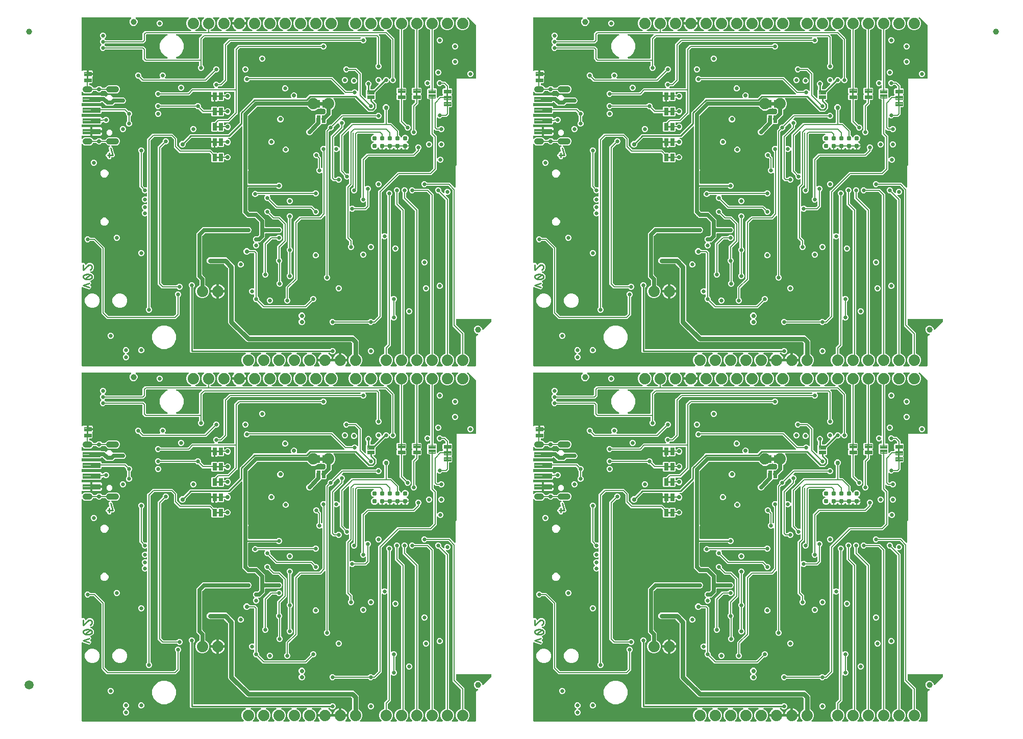
<source format=gbl>
G04 EAGLE Gerber RS-274X export*
G75*
%MOMM*%
%FSLAX34Y34*%
%LPD*%
%INBottom Copper*%
%IPPOS*%
%AMOC8*
5,1,8,0,0,1.08239X$1,22.5*%
G01*
%ADD10C,0.279400*%
%ADD11C,1.000000*%
%ADD12C,0.099000*%
%ADD13C,0.101600*%
%ADD14C,1.879600*%
%ADD15C,0.787400*%
%ADD16C,1.000000*%
%ADD17C,0.099059*%
%ADD18C,0.762000*%
%ADD19C,1.500000*%
%ADD20C,0.660400*%
%ADD21C,0.736600*%
%ADD22C,0.635000*%
%ADD23C,0.762000*%
%ADD24C,0.203200*%
%ADD25C,0.705600*%
%ADD26C,0.254000*%

G36*
X271077Y2799D02*
X271077Y2799D01*
X271106Y2796D01*
X271217Y2819D01*
X271329Y2835D01*
X271356Y2847D01*
X271385Y2852D01*
X271486Y2905D01*
X271589Y2951D01*
X271611Y2970D01*
X271637Y2983D01*
X271719Y3061D01*
X271806Y3134D01*
X271822Y3159D01*
X271843Y3179D01*
X271901Y3277D01*
X271963Y3371D01*
X271972Y3399D01*
X271987Y3424D01*
X272015Y3534D01*
X272049Y3642D01*
X272050Y3672D01*
X272057Y3700D01*
X272054Y3813D01*
X272057Y3926D01*
X272049Y3955D01*
X272048Y3984D01*
X272013Y4092D01*
X271985Y4201D01*
X271970Y4227D01*
X271961Y4255D01*
X271915Y4318D01*
X271839Y4446D01*
X271794Y4489D01*
X271766Y4528D01*
X269925Y6369D01*
X268223Y10477D01*
X268223Y14923D01*
X269925Y19031D01*
X273069Y22175D01*
X274911Y22938D01*
X274985Y22982D01*
X275063Y23017D01*
X275107Y23054D01*
X275156Y23083D01*
X275214Y23145D01*
X275280Y23201D01*
X275312Y23248D01*
X275351Y23289D01*
X275390Y23366D01*
X275438Y23437D01*
X275455Y23491D01*
X275481Y23542D01*
X275497Y23626D01*
X275523Y23708D01*
X275525Y23765D01*
X275536Y23821D01*
X275529Y23906D01*
X275531Y23992D01*
X275516Y24047D01*
X275511Y24104D01*
X275481Y24184D01*
X275459Y24267D01*
X275430Y24316D01*
X275409Y24369D01*
X275358Y24438D01*
X275314Y24512D01*
X275272Y24551D01*
X275238Y24596D01*
X275169Y24648D01*
X275106Y24706D01*
X275056Y24732D01*
X275010Y24766D01*
X274930Y24797D01*
X274853Y24836D01*
X274804Y24844D01*
X274744Y24867D01*
X274600Y24878D01*
X274522Y24891D01*
X184157Y24891D01*
X182371Y26677D01*
X182371Y132603D01*
X182359Y132690D01*
X182356Y132777D01*
X182339Y132830D01*
X182331Y132884D01*
X182296Y132964D01*
X182269Y133047D01*
X182241Y133087D01*
X182215Y133144D01*
X182119Y133257D01*
X182074Y133321D01*
X181113Y134282D01*
X180339Y136149D01*
X180339Y138171D01*
X181113Y140038D01*
X182542Y141467D01*
X184409Y142241D01*
X186431Y142241D01*
X188298Y141467D01*
X189727Y140038D01*
X190501Y138171D01*
X190501Y136149D01*
X189727Y134282D01*
X188766Y133321D01*
X188714Y133251D01*
X188654Y133187D01*
X188628Y133138D01*
X188595Y133094D01*
X188564Y133012D01*
X188524Y132934D01*
X188516Y132886D01*
X188494Y132828D01*
X188482Y132680D01*
X188469Y132603D01*
X188469Y32004D01*
X188477Y31946D01*
X188475Y31888D01*
X188497Y31806D01*
X188509Y31722D01*
X188532Y31669D01*
X188547Y31613D01*
X188590Y31540D01*
X188625Y31463D01*
X188663Y31418D01*
X188692Y31368D01*
X188754Y31310D01*
X188808Y31246D01*
X188857Y31214D01*
X188900Y31174D01*
X188975Y31135D01*
X189045Y31088D01*
X189101Y31071D01*
X189153Y31044D01*
X189221Y31033D01*
X189316Y31003D01*
X189416Y31000D01*
X189484Y30989D01*
X414543Y30989D01*
X414630Y31001D01*
X414717Y31004D01*
X414770Y31021D01*
X414824Y31029D01*
X414904Y31064D01*
X414987Y31091D01*
X415027Y31119D01*
X415084Y31145D01*
X415197Y31241D01*
X415261Y31286D01*
X416222Y32247D01*
X418089Y33021D01*
X420111Y33021D01*
X421978Y32247D01*
X423407Y30818D01*
X424181Y28951D01*
X424181Y26929D01*
X423407Y25062D01*
X421978Y23633D01*
X420111Y22859D01*
X418089Y22859D01*
X416222Y23633D01*
X415261Y24594D01*
X415191Y24646D01*
X415127Y24706D01*
X415078Y24732D01*
X415034Y24765D01*
X414952Y24796D01*
X414874Y24836D01*
X414826Y24844D01*
X414768Y24866D01*
X414620Y24878D01*
X414543Y24891D01*
X412999Y24891D01*
X412954Y24885D01*
X412907Y24887D01*
X412813Y24865D01*
X412718Y24851D01*
X412676Y24833D01*
X412631Y24822D01*
X412547Y24775D01*
X412458Y24735D01*
X412423Y24705D01*
X412383Y24683D01*
X412315Y24614D01*
X412241Y24552D01*
X412216Y24513D01*
X412183Y24480D01*
X412137Y24395D01*
X412084Y24315D01*
X412070Y24271D01*
X412048Y24230D01*
X412027Y24136D01*
X411998Y24044D01*
X411997Y23998D01*
X411987Y23952D01*
X411993Y23856D01*
X411991Y23760D01*
X412003Y23715D01*
X412006Y23669D01*
X412038Y23578D01*
X412063Y23485D01*
X412086Y23445D01*
X412102Y23401D01*
X412159Y23323D01*
X412208Y23240D01*
X412242Y23209D01*
X412269Y23171D01*
X412329Y23126D01*
X412415Y23046D01*
X412489Y23008D01*
X412539Y22971D01*
X412657Y22911D01*
X414178Y21806D01*
X415506Y20478D01*
X416611Y18957D01*
X417464Y17283D01*
X418045Y15496D01*
X418097Y15164D01*
X418134Y15044D01*
X418167Y14923D01*
X418176Y14909D01*
X418181Y14892D01*
X418249Y14787D01*
X418283Y14731D01*
X407416Y14731D01*
X407358Y14723D01*
X407300Y14725D01*
X407218Y14703D01*
X407135Y14691D01*
X407081Y14667D01*
X407025Y14653D01*
X406952Y14610D01*
X406875Y14575D01*
X406831Y14537D01*
X406780Y14507D01*
X406723Y14446D01*
X406658Y14391D01*
X406626Y14343D01*
X406586Y14300D01*
X406547Y14225D01*
X406501Y14155D01*
X406483Y14099D01*
X406456Y14047D01*
X406445Y13979D01*
X406415Y13884D01*
X406412Y13784D01*
X406401Y13716D01*
X406401Y11684D01*
X406409Y11626D01*
X406408Y11568D01*
X406429Y11486D01*
X406441Y11403D01*
X406465Y11349D01*
X406479Y11293D01*
X406522Y11220D01*
X406557Y11143D01*
X406595Y11098D01*
X406625Y11048D01*
X406686Y10990D01*
X406741Y10926D01*
X406789Y10894D01*
X406832Y10854D01*
X406907Y10815D01*
X406977Y10769D01*
X407033Y10751D01*
X407085Y10724D01*
X407153Y10713D01*
X407248Y10683D01*
X407348Y10680D01*
X407416Y10669D01*
X430784Y10669D01*
X430842Y10677D01*
X430900Y10675D01*
X430982Y10697D01*
X431065Y10709D01*
X431119Y10733D01*
X431175Y10747D01*
X431248Y10790D01*
X431325Y10825D01*
X431369Y10863D01*
X431420Y10893D01*
X431477Y10954D01*
X431542Y11009D01*
X431574Y11057D01*
X431614Y11100D01*
X431653Y11175D01*
X431699Y11245D01*
X431717Y11301D01*
X431744Y11353D01*
X431755Y11421D01*
X431785Y11516D01*
X431788Y11616D01*
X431799Y11684D01*
X431799Y12701D01*
X431801Y12701D01*
X431801Y11684D01*
X431809Y11626D01*
X431808Y11568D01*
X431829Y11486D01*
X431841Y11403D01*
X431865Y11349D01*
X431879Y11293D01*
X431922Y11220D01*
X431957Y11143D01*
X431995Y11098D01*
X432025Y11048D01*
X432086Y10990D01*
X432141Y10926D01*
X432189Y10894D01*
X432232Y10854D01*
X432307Y10815D01*
X432377Y10769D01*
X432433Y10751D01*
X432485Y10724D01*
X432553Y10713D01*
X432648Y10683D01*
X432748Y10680D01*
X432816Y10669D01*
X443566Y10669D01*
X443445Y9904D01*
X442864Y8117D01*
X442011Y6443D01*
X440906Y4922D01*
X440512Y4528D01*
X440494Y4504D01*
X440472Y4485D01*
X440409Y4391D01*
X440341Y4301D01*
X440330Y4273D01*
X440314Y4249D01*
X440280Y4141D01*
X440240Y4035D01*
X440237Y4006D01*
X440228Y3978D01*
X440225Y3865D01*
X440216Y3752D01*
X440222Y3723D01*
X440221Y3694D01*
X440250Y3584D01*
X440272Y3473D01*
X440285Y3447D01*
X440293Y3419D01*
X440351Y3321D01*
X440403Y3221D01*
X440423Y3199D01*
X440438Y3174D01*
X440521Y3097D01*
X440599Y3015D01*
X440624Y3000D01*
X440645Y2980D01*
X440746Y2928D01*
X440844Y2871D01*
X440872Y2864D01*
X440899Y2850D01*
X440976Y2837D01*
X441120Y2801D01*
X441182Y2803D01*
X441230Y2795D01*
X448848Y2795D01*
X448877Y2799D01*
X448906Y2796D01*
X449017Y2819D01*
X449129Y2835D01*
X449156Y2847D01*
X449185Y2852D01*
X449286Y2905D01*
X449389Y2951D01*
X449411Y2970D01*
X449437Y2983D01*
X449519Y3061D01*
X449606Y3134D01*
X449622Y3159D01*
X449643Y3179D01*
X449701Y3277D01*
X449763Y3371D01*
X449772Y3399D01*
X449787Y3424D01*
X449815Y3534D01*
X449849Y3642D01*
X449850Y3672D01*
X449857Y3700D01*
X449854Y3813D01*
X449857Y3926D01*
X449849Y3955D01*
X449848Y3984D01*
X449813Y4092D01*
X449785Y4201D01*
X449770Y4227D01*
X449761Y4255D01*
X449715Y4318D01*
X449639Y4446D01*
X449594Y4489D01*
X449566Y4528D01*
X447725Y6369D01*
X446023Y10477D01*
X446023Y14923D01*
X447725Y19031D01*
X450869Y22175D01*
X450985Y22223D01*
X450986Y22224D01*
X450987Y22224D01*
X451106Y22294D01*
X451229Y22368D01*
X451230Y22369D01*
X451232Y22370D01*
X451329Y22473D01*
X451425Y22574D01*
X451425Y22576D01*
X451426Y22577D01*
X451490Y22702D01*
X451555Y22827D01*
X451555Y22829D01*
X451556Y22830D01*
X451558Y22845D01*
X451610Y23106D01*
X451607Y23136D01*
X451611Y23161D01*
X451611Y40445D01*
X451599Y40531D01*
X451596Y40619D01*
X451579Y40671D01*
X451571Y40726D01*
X451536Y40806D01*
X451509Y40889D01*
X451481Y40928D01*
X451455Y40985D01*
X451359Y41099D01*
X451314Y41162D01*
X450102Y42374D01*
X450033Y42426D01*
X449969Y42486D01*
X449919Y42512D01*
X449875Y42545D01*
X449794Y42576D01*
X449716Y42616D01*
X449668Y42624D01*
X449610Y42646D01*
X449462Y42658D01*
X449385Y42671D01*
X278288Y42671D01*
X276234Y43522D01*
X274519Y45237D01*
X248183Y71573D01*
X246468Y73288D01*
X245617Y75342D01*
X245617Y165159D01*
X245605Y165245D01*
X245602Y165333D01*
X245585Y165385D01*
X245577Y165440D01*
X245542Y165520D01*
X245515Y165603D01*
X245487Y165642D01*
X245461Y165699D01*
X245365Y165813D01*
X245320Y165876D01*
X239282Y171914D01*
X239213Y171966D01*
X239149Y172026D01*
X239099Y172052D01*
X239055Y172085D01*
X238974Y172116D01*
X238896Y172156D01*
X238848Y172164D01*
X238790Y172186D01*
X238642Y172198D01*
X238565Y172211D01*
X214788Y172211D01*
X212734Y173062D01*
X211162Y174634D01*
X210311Y176688D01*
X210311Y178912D01*
X211162Y180966D01*
X212734Y182538D01*
X214788Y183389D01*
X242412Y183389D01*
X244466Y182538D01*
X255944Y171060D01*
X256795Y169006D01*
X256795Y79189D01*
X256807Y79103D01*
X256810Y79015D01*
X256827Y78963D01*
X256835Y78908D01*
X256870Y78828D01*
X256897Y78745D01*
X256925Y78706D01*
X256951Y78649D01*
X257047Y78535D01*
X257092Y78472D01*
X281418Y54146D01*
X281487Y54094D01*
X281551Y54034D01*
X281601Y54008D01*
X281645Y53975D01*
X281726Y53944D01*
X281804Y53904D01*
X281852Y53896D01*
X281910Y53874D01*
X282058Y53862D01*
X282135Y53849D01*
X453232Y53849D01*
X455286Y52998D01*
X461938Y46346D01*
X462789Y44292D01*
X462789Y23161D01*
X462789Y23160D01*
X462789Y23158D01*
X462809Y23017D01*
X462829Y22880D01*
X462829Y22878D01*
X462829Y22877D01*
X462891Y22739D01*
X462945Y22620D01*
X462946Y22619D01*
X462946Y22617D01*
X463041Y22506D01*
X463128Y22403D01*
X463130Y22402D01*
X463131Y22401D01*
X463144Y22393D01*
X463365Y22246D01*
X463394Y22236D01*
X463415Y22223D01*
X463531Y22175D01*
X466675Y19031D01*
X468377Y14923D01*
X468377Y10477D01*
X466675Y6369D01*
X464834Y4528D01*
X464816Y4504D01*
X464794Y4485D01*
X464731Y4391D01*
X464663Y4301D01*
X464653Y4273D01*
X464637Y4249D01*
X464602Y4141D01*
X464562Y4035D01*
X464560Y4006D01*
X464551Y3978D01*
X464548Y3864D01*
X464538Y3752D01*
X464544Y3723D01*
X464543Y3694D01*
X464572Y3584D01*
X464594Y3473D01*
X464608Y3447D01*
X464615Y3419D01*
X464673Y3321D01*
X464725Y3221D01*
X464746Y3199D01*
X464761Y3174D01*
X464843Y3097D01*
X464921Y3015D01*
X464946Y3000D01*
X464968Y2980D01*
X465069Y2928D01*
X465166Y2871D01*
X465195Y2864D01*
X465221Y2850D01*
X465298Y2837D01*
X465442Y2801D01*
X465504Y2803D01*
X465552Y2795D01*
X499648Y2795D01*
X499677Y2799D01*
X499706Y2796D01*
X499817Y2819D01*
X499929Y2835D01*
X499956Y2847D01*
X499985Y2852D01*
X500086Y2905D01*
X500189Y2951D01*
X500211Y2970D01*
X500237Y2983D01*
X500319Y3061D01*
X500406Y3134D01*
X500422Y3159D01*
X500443Y3179D01*
X500501Y3277D01*
X500563Y3371D01*
X500572Y3399D01*
X500587Y3424D01*
X500615Y3534D01*
X500649Y3642D01*
X500650Y3672D01*
X500657Y3700D01*
X500654Y3813D01*
X500657Y3926D01*
X500649Y3955D01*
X500648Y3984D01*
X500613Y4092D01*
X500585Y4201D01*
X500570Y4227D01*
X500561Y4255D01*
X500515Y4318D01*
X500439Y4446D01*
X500394Y4489D01*
X500366Y4528D01*
X498525Y6369D01*
X496823Y10477D01*
X496823Y14923D01*
X498525Y19031D01*
X501669Y22175D01*
X504579Y23380D01*
X504580Y23381D01*
X504581Y23382D01*
X504698Y23451D01*
X504823Y23525D01*
X504824Y23526D01*
X504826Y23527D01*
X504923Y23631D01*
X505019Y23732D01*
X505019Y23733D01*
X505020Y23734D01*
X505082Y23856D01*
X505149Y23984D01*
X505149Y23986D01*
X505150Y23987D01*
X505152Y24002D01*
X505204Y24263D01*
X505201Y24294D01*
X505205Y24318D01*
X505205Y34178D01*
X509988Y38960D01*
X510040Y39030D01*
X510100Y39094D01*
X510126Y39143D01*
X510159Y39187D01*
X510190Y39269D01*
X510230Y39347D01*
X510238Y39395D01*
X510260Y39453D01*
X510272Y39601D01*
X510285Y39678D01*
X510285Y213629D01*
X510281Y213658D01*
X510284Y213687D01*
X510261Y213798D01*
X510245Y213911D01*
X510233Y213937D01*
X510228Y213966D01*
X510175Y214067D01*
X510129Y214170D01*
X510110Y214192D01*
X510097Y214218D01*
X510019Y214301D01*
X509946Y214387D01*
X509921Y214403D01*
X509901Y214424D01*
X509803Y214482D01*
X509709Y214545D01*
X509681Y214553D01*
X509656Y214568D01*
X509546Y214596D01*
X509438Y214630D01*
X509409Y214631D01*
X509380Y214638D01*
X509267Y214635D01*
X509154Y214638D01*
X509125Y214630D01*
X509096Y214629D01*
X508988Y214594D01*
X508879Y214566D01*
X508853Y214551D01*
X508825Y214542D01*
X508762Y214496D01*
X508634Y214421D01*
X508591Y214375D01*
X508552Y214347D01*
X508338Y214133D01*
X506471Y213359D01*
X504449Y213359D01*
X502582Y214133D01*
X502368Y214347D01*
X502344Y214364D01*
X502325Y214387D01*
X502231Y214450D01*
X502141Y214518D01*
X502113Y214528D01*
X502089Y214545D01*
X501981Y214579D01*
X501875Y214619D01*
X501846Y214621D01*
X501818Y214630D01*
X501705Y214633D01*
X501592Y214643D01*
X501563Y214637D01*
X501534Y214638D01*
X501424Y214609D01*
X501313Y214587D01*
X501287Y214573D01*
X501259Y214566D01*
X501161Y214508D01*
X501061Y214456D01*
X501039Y214436D01*
X501014Y214421D01*
X500937Y214338D01*
X500855Y214260D01*
X500840Y214235D01*
X500820Y214213D01*
X500768Y214112D01*
X500711Y214015D01*
X500704Y213986D01*
X500690Y213960D01*
X500677Y213883D01*
X500641Y213739D01*
X500643Y213677D01*
X500635Y213629D01*
X500635Y83932D01*
X490108Y73405D01*
X487411Y73405D01*
X487324Y73393D01*
X487237Y73390D01*
X487184Y73373D01*
X487130Y73365D01*
X487050Y73330D01*
X486967Y73303D01*
X486927Y73275D01*
X486870Y73249D01*
X486757Y73153D01*
X486693Y73108D01*
X485478Y71893D01*
X483611Y71119D01*
X481589Y71119D01*
X479722Y71893D01*
X478507Y73108D01*
X478437Y73160D01*
X478373Y73220D01*
X478324Y73246D01*
X478280Y73279D01*
X478198Y73310D01*
X478120Y73350D01*
X478072Y73358D01*
X478014Y73380D01*
X477866Y73392D01*
X477789Y73405D01*
X423911Y73405D01*
X423824Y73393D01*
X423737Y73390D01*
X423684Y73373D01*
X423630Y73365D01*
X423550Y73330D01*
X423467Y73303D01*
X423427Y73275D01*
X423370Y73249D01*
X423257Y73153D01*
X423193Y73108D01*
X421978Y71893D01*
X420111Y71119D01*
X418089Y71119D01*
X416222Y71893D01*
X414793Y73322D01*
X414019Y75189D01*
X414019Y77211D01*
X414793Y79078D01*
X416222Y80507D01*
X418089Y81281D01*
X420111Y81281D01*
X421978Y80507D01*
X423193Y79292D01*
X423263Y79240D01*
X423327Y79180D01*
X423376Y79154D01*
X423420Y79121D01*
X423502Y79090D01*
X423580Y79050D01*
X423628Y79042D01*
X423686Y79020D01*
X423834Y79008D01*
X423911Y78995D01*
X477789Y78995D01*
X477876Y79007D01*
X477963Y79010D01*
X478016Y79027D01*
X478070Y79035D01*
X478150Y79070D01*
X478233Y79097D01*
X478273Y79125D01*
X478330Y79151D01*
X478443Y79247D01*
X478507Y79292D01*
X479722Y80507D01*
X481589Y81281D01*
X483611Y81281D01*
X485478Y80507D01*
X486674Y79312D01*
X486720Y79277D01*
X486761Y79234D01*
X486833Y79191D01*
X486901Y79141D01*
X486955Y79120D01*
X487006Y79090D01*
X487088Y79070D01*
X487166Y79040D01*
X487225Y79035D01*
X487281Y79020D01*
X487366Y79023D01*
X487450Y79016D01*
X487507Y79028D01*
X487565Y79029D01*
X487646Y79055D01*
X487728Y79072D01*
X487780Y79099D01*
X487836Y79117D01*
X487892Y79157D01*
X487981Y79203D01*
X488053Y79272D01*
X488109Y79312D01*
X494748Y85950D01*
X494800Y86020D01*
X494860Y86084D01*
X494886Y86133D01*
X494919Y86177D01*
X494950Y86259D01*
X494990Y86337D01*
X494998Y86385D01*
X495020Y86443D01*
X495032Y86591D01*
X495045Y86668D01*
X495045Y293258D01*
X527162Y325375D01*
X580082Y325375D01*
X580168Y325387D01*
X580256Y325390D01*
X580309Y325407D01*
X580363Y325415D01*
X580443Y325450D01*
X580526Y325477D01*
X580566Y325505D01*
X580623Y325531D01*
X580736Y325627D01*
X580800Y325672D01*
X586188Y331060D01*
X586240Y331130D01*
X586300Y331194D01*
X586326Y331243D01*
X586359Y331287D01*
X586390Y331369D01*
X586430Y331447D01*
X586438Y331495D01*
X586460Y331553D01*
X586472Y331701D01*
X586485Y331778D01*
X586485Y381962D01*
X586473Y382048D01*
X586470Y382136D01*
X586453Y382189D01*
X586445Y382243D01*
X586410Y382323D01*
X586383Y382406D01*
X586355Y382446D01*
X586329Y382503D01*
X586233Y382616D01*
X586188Y382680D01*
X581405Y387462D01*
X581405Y444627D01*
X581397Y444685D01*
X581399Y444743D01*
X581377Y444825D01*
X581365Y444909D01*
X581342Y444962D01*
X581327Y445018D01*
X581284Y445091D01*
X581249Y445168D01*
X581211Y445213D01*
X581182Y445263D01*
X581120Y445321D01*
X581066Y445385D01*
X581017Y445417D01*
X580974Y445457D01*
X580899Y445496D01*
X580829Y445543D01*
X580773Y445560D01*
X580721Y445587D01*
X580653Y445598D01*
X580558Y445628D01*
X580458Y445631D01*
X580390Y445642D01*
X577411Y445642D01*
X576071Y446982D01*
X576071Y454424D01*
X576075Y454434D01*
X576080Y454493D01*
X576095Y454550D01*
X576092Y454634D01*
X576099Y454718D01*
X576087Y454775D01*
X576086Y454834D01*
X576071Y454878D01*
X576071Y462338D01*
X577411Y463678D01*
X580390Y463678D01*
X580448Y463686D01*
X580506Y463684D01*
X580588Y463706D01*
X580672Y463718D01*
X580725Y463741D01*
X580781Y463756D01*
X580854Y463799D01*
X580931Y463834D01*
X580976Y463872D01*
X581026Y463901D01*
X581084Y463963D01*
X581148Y464017D01*
X581180Y464066D01*
X581220Y464109D01*
X581259Y464184D01*
X581306Y464254D01*
X581323Y464310D01*
X581350Y464362D01*
X581361Y464430D01*
X581391Y464525D01*
X581394Y464625D01*
X581405Y464693D01*
X581405Y467629D01*
X581401Y467658D01*
X581404Y467687D01*
X581381Y467798D01*
X581365Y467911D01*
X581353Y467937D01*
X581348Y467966D01*
X581295Y468067D01*
X581249Y468170D01*
X581230Y468192D01*
X581217Y468218D01*
X581139Y468301D01*
X581066Y468387D01*
X581041Y468403D01*
X581021Y468424D01*
X580923Y468482D01*
X580829Y468545D01*
X580801Y468553D01*
X580776Y468568D01*
X580666Y468596D01*
X580558Y468630D01*
X580529Y468631D01*
X580500Y468638D01*
X580387Y468635D01*
X580274Y468638D01*
X580245Y468630D01*
X580216Y468629D01*
X580108Y468594D01*
X579999Y468566D01*
X579973Y468551D01*
X579945Y468542D01*
X579882Y468496D01*
X579754Y468421D01*
X579711Y468375D01*
X579672Y468347D01*
X579458Y468133D01*
X577591Y467359D01*
X575569Y467359D01*
X573702Y468133D01*
X572273Y469562D01*
X571499Y471429D01*
X571499Y473451D01*
X572273Y475318D01*
X573702Y476747D01*
X575569Y477521D01*
X577591Y477521D01*
X579458Y476747D01*
X579672Y476533D01*
X579696Y476516D01*
X579715Y476493D01*
X579809Y476430D01*
X579899Y476362D01*
X579927Y476352D01*
X579951Y476335D01*
X580059Y476301D01*
X580165Y476261D01*
X580194Y476259D01*
X580222Y476250D01*
X580335Y476247D01*
X580448Y476237D01*
X580477Y476243D01*
X580506Y476242D01*
X580616Y476271D01*
X580727Y476293D01*
X580753Y476307D01*
X580781Y476314D01*
X580879Y476372D01*
X580979Y476424D01*
X581001Y476444D01*
X581026Y476459D01*
X581103Y476542D01*
X581185Y476620D01*
X581200Y476645D01*
X581220Y476667D01*
X581272Y476768D01*
X581329Y476865D01*
X581336Y476894D01*
X581350Y476920D01*
X581363Y476997D01*
X581399Y477141D01*
X581397Y477203D01*
X581405Y477251D01*
X581405Y559882D01*
X581405Y559883D01*
X581405Y559885D01*
X581385Y560024D01*
X581365Y560163D01*
X581365Y560165D01*
X581365Y560166D01*
X581308Y560292D01*
X581249Y560423D01*
X581248Y560424D01*
X581247Y560425D01*
X581156Y560532D01*
X581066Y560640D01*
X581064Y560640D01*
X581063Y560642D01*
X581050Y560650D01*
X580829Y560797D01*
X580800Y560806D01*
X580779Y560820D01*
X577869Y562025D01*
X574725Y565169D01*
X573023Y569277D01*
X573023Y573723D01*
X574725Y577831D01*
X576566Y579672D01*
X576584Y579696D01*
X576606Y579715D01*
X576669Y579809D01*
X576737Y579899D01*
X576747Y579927D01*
X576763Y579951D01*
X576798Y580059D01*
X576838Y580165D01*
X576840Y580194D01*
X576849Y580222D01*
X576852Y580336D01*
X576862Y580448D01*
X576856Y580477D01*
X576857Y580506D01*
X576828Y580616D01*
X576806Y580727D01*
X576792Y580753D01*
X576785Y580781D01*
X576727Y580879D01*
X576675Y580979D01*
X576654Y581001D01*
X576639Y581026D01*
X576557Y581103D01*
X576479Y581185D01*
X576454Y581200D01*
X576432Y581220D01*
X576331Y581272D01*
X576234Y581329D01*
X576205Y581336D01*
X576179Y581350D01*
X576102Y581363D01*
X575958Y581399D01*
X575896Y581397D01*
X575848Y581405D01*
X567152Y581405D01*
X567123Y581401D01*
X567094Y581404D01*
X566983Y581381D01*
X566871Y581365D01*
X566844Y581353D01*
X566815Y581348D01*
X566714Y581295D01*
X566611Y581249D01*
X566589Y581230D01*
X566563Y581217D01*
X566481Y581139D01*
X566394Y581066D01*
X566378Y581041D01*
X566357Y581021D01*
X566299Y580923D01*
X566237Y580829D01*
X566228Y580801D01*
X566213Y580776D01*
X566185Y580666D01*
X566151Y580558D01*
X566150Y580528D01*
X566143Y580500D01*
X566146Y580387D01*
X566143Y580274D01*
X566151Y580245D01*
X566152Y580216D01*
X566187Y580108D01*
X566215Y579999D01*
X566230Y579973D01*
X566239Y579945D01*
X566285Y579882D01*
X566361Y579754D01*
X566406Y579711D01*
X566434Y579672D01*
X568275Y577831D01*
X569977Y573723D01*
X569977Y569277D01*
X568275Y565169D01*
X565131Y562025D01*
X562221Y560820D01*
X562220Y560819D01*
X562219Y560818D01*
X562098Y560747D01*
X561977Y560675D01*
X561976Y560674D01*
X561974Y560673D01*
X561877Y560569D01*
X561781Y560468D01*
X561781Y560467D01*
X561780Y560466D01*
X561713Y560335D01*
X561651Y560216D01*
X561651Y560214D01*
X561650Y560213D01*
X561648Y560198D01*
X561596Y559937D01*
X561599Y559906D01*
X561595Y559882D01*
X561595Y465963D01*
X561603Y465905D01*
X561601Y465847D01*
X561623Y465765D01*
X561635Y465681D01*
X561658Y465628D01*
X561673Y465572D01*
X561716Y465499D01*
X561751Y465422D01*
X561789Y465377D01*
X561818Y465327D01*
X561880Y465269D01*
X561934Y465205D01*
X561983Y465173D01*
X562026Y465133D01*
X562101Y465094D01*
X562171Y465047D01*
X562227Y465030D01*
X562279Y465003D01*
X562347Y464992D01*
X562442Y464962D01*
X562542Y464959D01*
X562610Y464948D01*
X565597Y464948D01*
X566929Y463616D01*
X566929Y456118D01*
X566188Y455378D01*
X566153Y455331D01*
X566111Y455291D01*
X566068Y455218D01*
X566017Y455151D01*
X565997Y455096D01*
X565967Y455046D01*
X565946Y454964D01*
X565916Y454885D01*
X565911Y454827D01*
X565897Y454770D01*
X565900Y454686D01*
X565893Y454602D01*
X565904Y454544D01*
X565906Y454486D01*
X565932Y454406D01*
X565948Y454323D01*
X565975Y454271D01*
X565993Y454215D01*
X566034Y454159D01*
X566079Y454071D01*
X566148Y453998D01*
X566188Y453942D01*
X566929Y453202D01*
X566929Y445704D01*
X565597Y444372D01*
X562610Y444372D01*
X562552Y444364D01*
X562494Y444366D01*
X562412Y444344D01*
X562328Y444332D01*
X562275Y444309D01*
X562219Y444294D01*
X562146Y444251D01*
X562069Y444216D01*
X562024Y444178D01*
X561974Y444149D01*
X561916Y444087D01*
X561852Y444033D01*
X561820Y443984D01*
X561780Y443941D01*
X561741Y443866D01*
X561694Y443796D01*
X561677Y443740D01*
X561650Y443688D01*
X561639Y443620D01*
X561609Y443525D01*
X561606Y443425D01*
X561595Y443357D01*
X561595Y438262D01*
X556812Y433480D01*
X556760Y433410D01*
X556700Y433346D01*
X556674Y433297D01*
X556641Y433253D01*
X556610Y433171D01*
X556570Y433093D01*
X556562Y433045D01*
X556540Y432987D01*
X556528Y432839D01*
X556515Y432762D01*
X556515Y395971D01*
X556527Y395884D01*
X556530Y395797D01*
X556547Y395744D01*
X556555Y395690D01*
X556590Y395610D01*
X556617Y395527D01*
X556645Y395487D01*
X556671Y395430D01*
X556767Y395317D01*
X556812Y395253D01*
X558027Y394038D01*
X558801Y392171D01*
X558801Y390149D01*
X558027Y388282D01*
X556598Y386853D01*
X554731Y386079D01*
X552709Y386079D01*
X550842Y386853D01*
X549413Y388282D01*
X548639Y390149D01*
X548639Y392171D01*
X549413Y394038D01*
X550628Y395253D01*
X550680Y395323D01*
X550740Y395387D01*
X550766Y395436D01*
X550799Y395480D01*
X550830Y395562D01*
X550870Y395640D01*
X550878Y395688D01*
X550900Y395746D01*
X550912Y395894D01*
X550925Y395971D01*
X550925Y435498D01*
X555708Y440280D01*
X555760Y440350D01*
X555820Y440414D01*
X555846Y440463D01*
X555879Y440507D01*
X555910Y440589D01*
X555950Y440667D01*
X555958Y440715D01*
X555980Y440773D01*
X555992Y440921D01*
X556005Y440998D01*
X556005Y443357D01*
X555997Y443415D01*
X555999Y443473D01*
X555977Y443555D01*
X555965Y443639D01*
X555942Y443692D01*
X555927Y443748D01*
X555884Y443821D01*
X555849Y443898D01*
X555811Y443943D01*
X555782Y443993D01*
X555720Y444051D01*
X555666Y444115D01*
X555617Y444147D01*
X555574Y444187D01*
X555499Y444226D01*
X555429Y444273D01*
X555373Y444290D01*
X555321Y444317D01*
X555253Y444328D01*
X555158Y444358D01*
X555058Y444361D01*
X554990Y444372D01*
X552003Y444372D01*
X550671Y445704D01*
X550671Y453202D01*
X551412Y453942D01*
X551447Y453989D01*
X551489Y454029D01*
X551532Y454102D01*
X551583Y454169D01*
X551603Y454224D01*
X551633Y454274D01*
X551654Y454356D01*
X551684Y454435D01*
X551689Y454493D01*
X551703Y454550D01*
X551700Y454634D01*
X551707Y454718D01*
X551696Y454776D01*
X551694Y454834D01*
X551668Y454914D01*
X551652Y454997D01*
X551625Y455049D01*
X551607Y455105D01*
X551567Y455161D01*
X551521Y455249D01*
X551452Y455322D01*
X551412Y455378D01*
X550671Y456118D01*
X550671Y463616D01*
X552003Y464948D01*
X554990Y464948D01*
X555048Y464956D01*
X555106Y464954D01*
X555188Y464976D01*
X555272Y464988D01*
X555325Y465011D01*
X555381Y465026D01*
X555454Y465069D01*
X555531Y465104D01*
X555576Y465142D01*
X555626Y465171D01*
X555684Y465233D01*
X555748Y465287D01*
X555780Y465336D01*
X555820Y465379D01*
X555859Y465454D01*
X555906Y465524D01*
X555923Y465580D01*
X555950Y465632D01*
X555961Y465700D01*
X555991Y465795D01*
X555994Y465895D01*
X556005Y465963D01*
X556005Y559882D01*
X556005Y559883D01*
X556005Y559885D01*
X555985Y560025D01*
X555965Y560163D01*
X555965Y560165D01*
X555965Y560166D01*
X555908Y560292D01*
X555849Y560423D01*
X555848Y560424D01*
X555847Y560425D01*
X555756Y560532D01*
X555666Y560640D01*
X555664Y560640D01*
X555663Y560642D01*
X555650Y560650D01*
X555429Y560797D01*
X555400Y560806D01*
X555379Y560820D01*
X552469Y562025D01*
X549325Y565169D01*
X547623Y569277D01*
X547623Y573723D01*
X549325Y577831D01*
X551166Y579672D01*
X551184Y579696D01*
X551206Y579715D01*
X551269Y579809D01*
X551337Y579899D01*
X551347Y579927D01*
X551363Y579951D01*
X551398Y580059D01*
X551438Y580165D01*
X551440Y580194D01*
X551449Y580222D01*
X551452Y580336D01*
X551462Y580448D01*
X551456Y580477D01*
X551457Y580506D01*
X551428Y580616D01*
X551406Y580727D01*
X551392Y580753D01*
X551385Y580781D01*
X551327Y580879D01*
X551275Y580979D01*
X551254Y581001D01*
X551239Y581026D01*
X551157Y581103D01*
X551079Y581185D01*
X551054Y581200D01*
X551032Y581220D01*
X550931Y581272D01*
X550834Y581329D01*
X550805Y581336D01*
X550779Y581350D01*
X550702Y581363D01*
X550558Y581399D01*
X550496Y581397D01*
X550448Y581405D01*
X541752Y581405D01*
X541723Y581401D01*
X541694Y581404D01*
X541583Y581381D01*
X541471Y581365D01*
X541444Y581353D01*
X541415Y581348D01*
X541314Y581295D01*
X541211Y581249D01*
X541189Y581230D01*
X541163Y581217D01*
X541081Y581139D01*
X540994Y581066D01*
X540978Y581041D01*
X540957Y581021D01*
X540899Y580923D01*
X540837Y580829D01*
X540828Y580801D01*
X540813Y580776D01*
X540785Y580666D01*
X540751Y580558D01*
X540750Y580528D01*
X540743Y580500D01*
X540746Y580387D01*
X540743Y580274D01*
X540751Y580245D01*
X540752Y580216D01*
X540787Y580108D01*
X540815Y579999D01*
X540830Y579973D01*
X540839Y579945D01*
X540885Y579882D01*
X540961Y579754D01*
X541006Y579711D01*
X541034Y579672D01*
X542875Y577831D01*
X544577Y573723D01*
X544577Y569277D01*
X542875Y565169D01*
X539731Y562025D01*
X536821Y560820D01*
X536820Y560819D01*
X536819Y560818D01*
X536700Y560748D01*
X536577Y560675D01*
X536576Y560674D01*
X536574Y560673D01*
X536477Y560569D01*
X536381Y560468D01*
X536381Y560467D01*
X536380Y560466D01*
X536314Y560337D01*
X536251Y560216D01*
X536251Y560214D01*
X536250Y560213D01*
X536248Y560198D01*
X536196Y559937D01*
X536199Y559906D01*
X536195Y559882D01*
X536195Y465963D01*
X536203Y465905D01*
X536201Y465847D01*
X536223Y465765D01*
X536235Y465681D01*
X536258Y465628D01*
X536273Y465572D01*
X536316Y465499D01*
X536351Y465422D01*
X536389Y465377D01*
X536418Y465327D01*
X536480Y465269D01*
X536534Y465205D01*
X536583Y465173D01*
X536626Y465133D01*
X536701Y465094D01*
X536771Y465047D01*
X536827Y465030D01*
X536879Y465003D01*
X536947Y464992D01*
X537042Y464962D01*
X537142Y464959D01*
X537210Y464948D01*
X540197Y464948D01*
X541529Y463616D01*
X541529Y456118D01*
X540788Y455378D01*
X540753Y455331D01*
X540711Y455291D01*
X540668Y455218D01*
X540617Y455151D01*
X540597Y455096D01*
X540567Y455046D01*
X540546Y454964D01*
X540516Y454885D01*
X540511Y454827D01*
X540497Y454770D01*
X540500Y454686D01*
X540493Y454602D01*
X540504Y454544D01*
X540506Y454486D01*
X540532Y454406D01*
X540548Y454323D01*
X540575Y454271D01*
X540593Y454215D01*
X540634Y454159D01*
X540679Y454071D01*
X540748Y453998D01*
X540788Y453942D01*
X541529Y453202D01*
X541529Y445704D01*
X540197Y444372D01*
X537210Y444372D01*
X537152Y444364D01*
X537094Y444366D01*
X537012Y444344D01*
X536928Y444332D01*
X536875Y444309D01*
X536819Y444294D01*
X536746Y444251D01*
X536669Y444216D01*
X536624Y444178D01*
X536574Y444149D01*
X536516Y444087D01*
X536452Y444033D01*
X536420Y443984D01*
X536380Y443941D01*
X536341Y443866D01*
X536294Y443796D01*
X536277Y443740D01*
X536250Y443688D01*
X536239Y443620D01*
X536209Y443525D01*
X536206Y443425D01*
X536195Y443357D01*
X536195Y410518D01*
X536207Y410432D01*
X536210Y410344D01*
X536227Y410291D01*
X536235Y410237D01*
X536270Y410157D01*
X536297Y410074D01*
X536325Y410034D01*
X536351Y409977D01*
X536447Y409864D01*
X536492Y409800D01*
X542134Y404158D01*
X542204Y404106D01*
X542268Y404046D01*
X542317Y404020D01*
X542361Y403987D01*
X542443Y403956D01*
X542521Y403916D01*
X542569Y403908D01*
X542627Y403886D01*
X542775Y403874D01*
X542852Y403861D01*
X544571Y403861D01*
X546438Y403087D01*
X547867Y401658D01*
X548641Y399791D01*
X548641Y397769D01*
X547867Y395902D01*
X546438Y394473D01*
X544571Y393699D01*
X542549Y393699D01*
X540682Y394473D01*
X539253Y395902D01*
X538479Y397769D01*
X538479Y399488D01*
X538467Y399574D01*
X538464Y399662D01*
X538447Y399715D01*
X538439Y399769D01*
X538404Y399849D01*
X538377Y399932D01*
X538349Y399972D01*
X538323Y400029D01*
X538227Y400142D01*
X538182Y400206D01*
X530605Y407782D01*
X530605Y443357D01*
X530597Y443415D01*
X530599Y443473D01*
X530577Y443555D01*
X530565Y443639D01*
X530542Y443692D01*
X530527Y443748D01*
X530484Y443821D01*
X530449Y443898D01*
X530411Y443943D01*
X530382Y443993D01*
X530320Y444051D01*
X530266Y444115D01*
X530217Y444147D01*
X530174Y444187D01*
X530099Y444226D01*
X530029Y444273D01*
X529973Y444290D01*
X529921Y444317D01*
X529853Y444328D01*
X529758Y444358D01*
X529658Y444361D01*
X529590Y444372D01*
X526603Y444372D01*
X525271Y445704D01*
X525271Y453202D01*
X526012Y453942D01*
X526047Y453989D01*
X526089Y454029D01*
X526132Y454102D01*
X526183Y454169D01*
X526203Y454224D01*
X526233Y454274D01*
X526254Y454356D01*
X526284Y454435D01*
X526289Y454493D01*
X526303Y454550D01*
X526300Y454634D01*
X526307Y454718D01*
X526296Y454776D01*
X526294Y454834D01*
X526268Y454914D01*
X526252Y454997D01*
X526225Y455049D01*
X526207Y455105D01*
X526167Y455161D01*
X526121Y455249D01*
X526052Y455322D01*
X526012Y455378D01*
X525271Y456118D01*
X525271Y463616D01*
X526603Y464948D01*
X529590Y464948D01*
X529648Y464956D01*
X529706Y464954D01*
X529788Y464976D01*
X529872Y464988D01*
X529925Y465011D01*
X529981Y465026D01*
X530054Y465069D01*
X530131Y465104D01*
X530176Y465142D01*
X530226Y465171D01*
X530284Y465233D01*
X530348Y465287D01*
X530380Y465336D01*
X530420Y465379D01*
X530459Y465454D01*
X530506Y465524D01*
X530523Y465580D01*
X530550Y465632D01*
X530561Y465700D01*
X530591Y465795D01*
X530594Y465895D01*
X530605Y465963D01*
X530605Y559882D01*
X530605Y559883D01*
X530605Y559885D01*
X530585Y560024D01*
X530565Y560163D01*
X530565Y560165D01*
X530565Y560166D01*
X530508Y560292D01*
X530449Y560423D01*
X530448Y560424D01*
X530447Y560425D01*
X530356Y560532D01*
X530266Y560640D01*
X530264Y560640D01*
X530263Y560642D01*
X530250Y560650D01*
X530029Y560797D01*
X530000Y560806D01*
X529979Y560820D01*
X527069Y562025D01*
X523925Y565169D01*
X522223Y569277D01*
X522223Y573723D01*
X523925Y577831D01*
X525766Y579672D01*
X525784Y579696D01*
X525806Y579715D01*
X525869Y579809D01*
X525937Y579899D01*
X525947Y579927D01*
X525963Y579951D01*
X525998Y580059D01*
X526038Y580165D01*
X526040Y580194D01*
X526049Y580222D01*
X526052Y580336D01*
X526062Y580448D01*
X526056Y580477D01*
X526057Y580506D01*
X526028Y580616D01*
X526006Y580727D01*
X525992Y580753D01*
X525985Y580781D01*
X525927Y580879D01*
X525875Y580979D01*
X525854Y581001D01*
X525839Y581026D01*
X525757Y581103D01*
X525679Y581185D01*
X525654Y581200D01*
X525632Y581220D01*
X525531Y581272D01*
X525434Y581329D01*
X525405Y581336D01*
X525379Y581350D01*
X525302Y581363D01*
X525158Y581399D01*
X525096Y581397D01*
X525048Y581405D01*
X516352Y581405D01*
X516323Y581401D01*
X516294Y581404D01*
X516183Y581381D01*
X516071Y581365D01*
X516044Y581353D01*
X516015Y581348D01*
X515914Y581295D01*
X515811Y581249D01*
X515789Y581230D01*
X515763Y581217D01*
X515681Y581139D01*
X515594Y581066D01*
X515578Y581041D01*
X515557Y581021D01*
X515499Y580923D01*
X515437Y580829D01*
X515428Y580801D01*
X515413Y580776D01*
X515385Y580666D01*
X515351Y580558D01*
X515350Y580528D01*
X515343Y580500D01*
X515346Y580387D01*
X515343Y580274D01*
X515351Y580245D01*
X515352Y580216D01*
X515387Y580108D01*
X515415Y579999D01*
X515430Y579973D01*
X515439Y579945D01*
X515485Y579882D01*
X515561Y579754D01*
X515606Y579711D01*
X515634Y579672D01*
X517475Y577831D01*
X519177Y573723D01*
X519177Y569277D01*
X517475Y565169D01*
X514331Y562025D01*
X510163Y560298D01*
X510059Y560283D01*
X510032Y560271D01*
X510003Y560266D01*
X509903Y560214D01*
X509799Y560167D01*
X509777Y560148D01*
X509751Y560135D01*
X509669Y560057D01*
X509582Y559984D01*
X509566Y559959D01*
X509545Y559939D01*
X509487Y559841D01*
X509425Y559747D01*
X509416Y559719D01*
X509401Y559694D01*
X509373Y559584D01*
X509339Y559476D01*
X509338Y559446D01*
X509331Y559418D01*
X509334Y559305D01*
X509332Y559192D01*
X509339Y559163D01*
X509340Y559134D01*
X509375Y559026D01*
X509403Y558917D01*
X509418Y558891D01*
X509427Y558863D01*
X509473Y558800D01*
X509549Y558672D01*
X509594Y558629D01*
X509622Y558590D01*
X520290Y547922D01*
X522225Y545988D01*
X522225Y482331D01*
X522237Y482244D01*
X522240Y482157D01*
X522257Y482104D01*
X522265Y482050D01*
X522300Y481970D01*
X522327Y481887D01*
X522355Y481847D01*
X522381Y481790D01*
X522477Y481677D01*
X522522Y481613D01*
X523737Y480398D01*
X524511Y478531D01*
X524511Y476509D01*
X523737Y474642D01*
X522308Y473213D01*
X520441Y472439D01*
X518419Y472439D01*
X516552Y473213D01*
X515123Y474642D01*
X514653Y475776D01*
X514638Y475801D01*
X514629Y475829D01*
X514566Y475924D01*
X514508Y476021D01*
X514487Y476041D01*
X514471Y476066D01*
X514384Y476138D01*
X514302Y476216D01*
X514276Y476230D01*
X514253Y476249D01*
X514150Y476295D01*
X514049Y476346D01*
X514020Y476352D01*
X513993Y476364D01*
X513881Y476380D01*
X513770Y476401D01*
X513741Y476399D01*
X513712Y476403D01*
X513600Y476387D01*
X513487Y476377D01*
X513460Y476366D01*
X513430Y476362D01*
X513327Y476316D01*
X513222Y476275D01*
X513198Y476257D01*
X513171Y476245D01*
X513085Y476172D01*
X512995Y476103D01*
X512977Y476080D01*
X512955Y476061D01*
X512913Y475994D01*
X512825Y475876D01*
X512803Y475817D01*
X512777Y475776D01*
X512307Y474642D01*
X510878Y473213D01*
X509011Y472439D01*
X506989Y472439D01*
X506889Y472481D01*
X506887Y472481D01*
X506886Y472482D01*
X506754Y472516D01*
X506614Y472552D01*
X506612Y472552D01*
X506610Y472552D01*
X506470Y472548D01*
X506329Y472544D01*
X506328Y472543D01*
X506326Y472543D01*
X506192Y472500D01*
X506059Y472457D01*
X506057Y472456D01*
X506056Y472456D01*
X506043Y472447D01*
X505822Y472299D01*
X505803Y472275D01*
X505782Y472261D01*
X491026Y457505D01*
X490974Y457435D01*
X490914Y457371D01*
X490888Y457321D01*
X490855Y457277D01*
X490824Y457196D01*
X490784Y457118D01*
X490776Y457070D01*
X490754Y457012D01*
X490742Y456864D01*
X490729Y456787D01*
X490729Y453626D01*
X490725Y453615D01*
X490720Y453556D01*
X490705Y453500D01*
X490708Y453415D01*
X490701Y453332D01*
X490713Y453274D01*
X490715Y453215D01*
X490729Y453172D01*
X490729Y445712D01*
X489389Y444372D01*
X488311Y444372D01*
X488282Y444368D01*
X488252Y444371D01*
X488141Y444348D01*
X488029Y444332D01*
X488002Y444320D01*
X487974Y444315D01*
X487873Y444263D01*
X487770Y444216D01*
X487747Y444197D01*
X487721Y444184D01*
X487639Y444106D01*
X487553Y444033D01*
X487536Y444008D01*
X487515Y443988D01*
X487458Y443890D01*
X487395Y443796D01*
X487386Y443768D01*
X487371Y443743D01*
X487344Y443633D01*
X487309Y443525D01*
X487309Y443495D01*
X487301Y443467D01*
X487305Y443354D01*
X487302Y443241D01*
X487309Y443212D01*
X487310Y443183D01*
X487345Y443075D01*
X487374Y442966D01*
X487389Y442940D01*
X487398Y442912D01*
X487443Y442849D01*
X487519Y442721D01*
X487565Y442678D01*
X487593Y442639D01*
X491999Y438233D01*
X491999Y430447D01*
X486493Y424941D01*
X478707Y424941D01*
X456398Y447250D01*
X456328Y447302D01*
X456265Y447362D01*
X456215Y447388D01*
X456171Y447421D01*
X456089Y447452D01*
X456011Y447492D01*
X455964Y447500D01*
X455905Y447522D01*
X455758Y447534D01*
X455680Y447547D01*
X421610Y447547D01*
X421581Y447543D01*
X421552Y447546D01*
X421441Y447523D01*
X421329Y447507D01*
X421302Y447495D01*
X421273Y447490D01*
X421172Y447437D01*
X421069Y447391D01*
X421047Y447372D01*
X421021Y447359D01*
X420939Y447281D01*
X420852Y447208D01*
X420836Y447183D01*
X420815Y447163D01*
X420757Y447065D01*
X420695Y446971D01*
X420686Y446943D01*
X420671Y446918D01*
X420643Y446808D01*
X420609Y446700D01*
X420608Y446670D01*
X420601Y446642D01*
X420604Y446529D01*
X420601Y446416D01*
X420609Y446387D01*
X420610Y446358D01*
X420645Y446250D01*
X420673Y446141D01*
X420688Y446115D01*
X420697Y446087D01*
X420743Y446023D01*
X420819Y445896D01*
X420864Y445853D01*
X420892Y445814D01*
X422225Y444481D01*
X423927Y440373D01*
X423927Y435927D01*
X422225Y431819D01*
X419081Y428675D01*
X418330Y428364D01*
X418329Y428363D01*
X418328Y428363D01*
X418211Y428293D01*
X418086Y428219D01*
X418084Y428218D01*
X418083Y428217D01*
X417988Y428116D01*
X417890Y428013D01*
X417890Y428011D01*
X417889Y428010D01*
X417824Y427884D01*
X417760Y427760D01*
X417760Y427758D01*
X417759Y427757D01*
X417757Y427742D01*
X417705Y427481D01*
X417708Y427451D01*
X417704Y427426D01*
X417704Y419334D01*
X414505Y416135D01*
X409365Y410995D01*
X409313Y410926D01*
X409253Y410862D01*
X409227Y410812D01*
X409194Y410768D01*
X409163Y410687D01*
X409123Y410609D01*
X409115Y410561D01*
X409093Y410503D01*
X409081Y410355D01*
X409068Y410278D01*
X409068Y405961D01*
X407728Y404621D01*
X401887Y404621D01*
X401801Y404609D01*
X401713Y404606D01*
X401661Y404589D01*
X401606Y404581D01*
X401526Y404546D01*
X401443Y404519D01*
X401404Y404491D01*
X401347Y404465D01*
X401233Y404369D01*
X401170Y404324D01*
X386281Y389435D01*
X386262Y389411D01*
X386239Y389391D01*
X386197Y389324D01*
X386110Y389208D01*
X386087Y389148D01*
X386061Y389106D01*
X385630Y388066D01*
X384094Y386530D01*
X382086Y385698D01*
X379914Y385698D01*
X377906Y386530D01*
X376370Y388066D01*
X375538Y390074D01*
X375538Y392246D01*
X376370Y394254D01*
X377906Y395790D01*
X378946Y396221D01*
X378973Y396237D01*
X379002Y396246D01*
X379066Y396292D01*
X379191Y396365D01*
X379235Y396412D01*
X379275Y396441D01*
X390735Y407901D01*
X390787Y407970D01*
X390847Y408034D01*
X390873Y408084D01*
X390906Y408128D01*
X390937Y408209D01*
X390977Y408287D01*
X390985Y408335D01*
X391007Y408393D01*
X391019Y408541D01*
X391032Y408618D01*
X391032Y419539D01*
X392372Y420879D01*
X399814Y420879D01*
X399825Y420875D01*
X399884Y420870D01*
X399940Y420855D01*
X400025Y420858D01*
X400108Y420851D01*
X400166Y420863D01*
X400225Y420865D01*
X400268Y420879D01*
X404817Y420879D01*
X404903Y420891D01*
X404991Y420894D01*
X405043Y420911D01*
X405098Y420919D01*
X405178Y420954D01*
X405261Y420981D01*
X405300Y421009D01*
X405357Y421035D01*
X405471Y421131D01*
X405534Y421176D01*
X407499Y423141D01*
X407551Y423210D01*
X407611Y423274D01*
X407637Y423324D01*
X407670Y423368D01*
X407701Y423449D01*
X407741Y423527D01*
X407749Y423575D01*
X407771Y423633D01*
X407783Y423781D01*
X407796Y423858D01*
X407796Y427426D01*
X407796Y427428D01*
X407796Y427429D01*
X407776Y427568D01*
X407756Y427707D01*
X407756Y427709D01*
X407756Y427710D01*
X407698Y427837D01*
X407640Y427967D01*
X407639Y427968D01*
X407638Y427970D01*
X407547Y428077D01*
X407457Y428184D01*
X407455Y428185D01*
X407454Y428186D01*
X407441Y428194D01*
X407220Y428341D01*
X407191Y428351D01*
X407170Y428364D01*
X406419Y428675D01*
X405370Y429724D01*
X405300Y429776D01*
X405236Y429836D01*
X405187Y429862D01*
X405143Y429895D01*
X405061Y429926D01*
X404983Y429966D01*
X404935Y429974D01*
X404877Y429996D01*
X404729Y430008D01*
X404652Y430021D01*
X401516Y430021D01*
X400768Y430769D01*
X400721Y430804D01*
X400681Y430847D01*
X400608Y430889D01*
X400541Y430940D01*
X400486Y430961D01*
X400436Y430990D01*
X400354Y431011D01*
X400275Y431041D01*
X400217Y431046D01*
X400160Y431061D01*
X400076Y431058D01*
X399992Y431065D01*
X399934Y431053D01*
X399876Y431052D01*
X399796Y431026D01*
X399713Y431009D01*
X399661Y430982D01*
X399605Y430964D01*
X399549Y430924D01*
X399461Y430878D01*
X399388Y430809D01*
X399332Y430769D01*
X398584Y430021D01*
X395448Y430021D01*
X395361Y430009D01*
X395274Y430006D01*
X395221Y429989D01*
X395167Y429981D01*
X395087Y429946D01*
X395004Y429919D01*
X394964Y429891D01*
X394907Y429865D01*
X394794Y429769D01*
X394730Y429724D01*
X393681Y428675D01*
X389573Y426973D01*
X385127Y426973D01*
X381019Y428675D01*
X377875Y431819D01*
X377564Y432570D01*
X377563Y432571D01*
X377563Y432572D01*
X377496Y432684D01*
X377419Y432814D01*
X377418Y432816D01*
X377417Y432817D01*
X377316Y432912D01*
X377213Y433010D01*
X377211Y433010D01*
X377210Y433011D01*
X377084Y433076D01*
X376960Y433140D01*
X376958Y433140D01*
X376957Y433141D01*
X376942Y433143D01*
X376681Y433195D01*
X376651Y433192D01*
X376626Y433196D01*
X294572Y433196D01*
X294486Y433184D01*
X294398Y433181D01*
X294346Y433164D01*
X294291Y433156D01*
X294211Y433121D01*
X294128Y433094D01*
X294089Y433066D01*
X294032Y433040D01*
X293918Y432944D01*
X293855Y432899D01*
X279571Y418615D01*
X279519Y418546D01*
X279459Y418482D01*
X279433Y418432D01*
X279400Y418388D01*
X279369Y418307D01*
X279329Y418229D01*
X279321Y418181D01*
X279299Y418123D01*
X279287Y417975D01*
X279274Y417898D01*
X279274Y329179D01*
X279278Y329149D01*
X279276Y329118D01*
X279293Y329041D01*
X279314Y328898D01*
X279340Y328839D01*
X279351Y328791D01*
X279401Y328671D01*
X279401Y326649D01*
X279351Y326529D01*
X279343Y326499D01*
X279329Y326472D01*
X279316Y326394D01*
X279280Y326254D01*
X279282Y326190D01*
X279274Y326141D01*
X279274Y306324D01*
X279281Y306271D01*
X279280Y306238D01*
X279281Y306235D01*
X279280Y306208D01*
X279302Y306126D01*
X279314Y306042D01*
X279337Y305989D01*
X279352Y305933D01*
X279395Y305860D01*
X279430Y305783D01*
X279468Y305738D01*
X279497Y305688D01*
X279559Y305630D01*
X279613Y305566D01*
X279662Y305534D01*
X279705Y305494D01*
X279780Y305455D01*
X279850Y305408D01*
X279906Y305391D01*
X279958Y305364D01*
X280026Y305353D01*
X280121Y305323D01*
X280221Y305320D01*
X280289Y305309D01*
X325643Y305309D01*
X325730Y305321D01*
X325817Y305324D01*
X325870Y305341D01*
X325924Y305349D01*
X326004Y305384D01*
X326087Y305411D01*
X326127Y305439D01*
X326184Y305465D01*
X326297Y305561D01*
X326361Y305606D01*
X327322Y306567D01*
X329189Y307341D01*
X331211Y307341D01*
X333078Y306567D01*
X334507Y305138D01*
X335281Y303271D01*
X335281Y301249D01*
X334507Y299382D01*
X333078Y297953D01*
X331211Y297179D01*
X329189Y297179D01*
X327322Y297953D01*
X326361Y298914D01*
X326291Y298966D01*
X326227Y299026D01*
X326178Y299052D01*
X326134Y299085D01*
X326052Y299116D01*
X325974Y299156D01*
X325926Y299164D01*
X325868Y299186D01*
X325720Y299198D01*
X325643Y299211D01*
X280289Y299211D01*
X280231Y299203D01*
X280173Y299205D01*
X280091Y299183D01*
X280007Y299171D01*
X279954Y299148D01*
X279898Y299133D01*
X279825Y299090D01*
X279748Y299055D01*
X279703Y299017D01*
X279653Y298988D01*
X279595Y298926D01*
X279531Y298872D01*
X279499Y298823D01*
X279459Y298780D01*
X279420Y298705D01*
X279373Y298635D01*
X279356Y298579D01*
X279329Y298527D01*
X279318Y298459D01*
X279288Y298364D01*
X279285Y298264D01*
X279274Y298196D01*
X279274Y261552D01*
X279286Y261466D01*
X279289Y261378D01*
X279306Y261326D01*
X279314Y261271D01*
X279349Y261191D01*
X279376Y261108D01*
X279404Y261069D01*
X279430Y261012D01*
X279526Y260898D01*
X279571Y260835D01*
X281155Y259251D01*
X281224Y259199D01*
X281288Y259139D01*
X281338Y259113D01*
X281382Y259080D01*
X281463Y259049D01*
X281541Y259009D01*
X281589Y259001D01*
X281647Y258979D01*
X281795Y258967D01*
X281872Y258954D01*
X294152Y258954D01*
X307214Y245892D01*
X307214Y234569D01*
X307222Y234511D01*
X307220Y234453D01*
X307242Y234371D01*
X307254Y234287D01*
X307277Y234234D01*
X307292Y234178D01*
X307335Y234105D01*
X307370Y234028D01*
X307408Y233983D01*
X307437Y233933D01*
X307499Y233875D01*
X307553Y233811D01*
X307602Y233779D01*
X307645Y233739D01*
X307720Y233700D01*
X307790Y233653D01*
X307846Y233636D01*
X307898Y233609D01*
X307966Y233598D01*
X308061Y233568D01*
X308161Y233565D01*
X308229Y233554D01*
X328681Y233554D01*
X328711Y233558D01*
X328742Y233556D01*
X328819Y233573D01*
X328962Y233594D01*
X329021Y233620D01*
X329069Y233631D01*
X329189Y233681D01*
X331211Y233681D01*
X331331Y233631D01*
X331361Y233623D01*
X331388Y233609D01*
X331466Y233596D01*
X331606Y233560D01*
X331670Y233562D01*
X331719Y233554D01*
X332252Y233554D01*
X332629Y233177D01*
X332653Y233158D01*
X332673Y233135D01*
X332740Y233093D01*
X332856Y233006D01*
X332916Y232983D01*
X332958Y232957D01*
X333078Y232907D01*
X334507Y231478D01*
X334557Y231358D01*
X334573Y231331D01*
X334582Y231302D01*
X334628Y231238D01*
X334701Y231113D01*
X334748Y231069D01*
X334777Y231029D01*
X335154Y230652D01*
X335154Y230119D01*
X335158Y230089D01*
X335156Y230058D01*
X335173Y229981D01*
X335194Y229838D01*
X335220Y229779D01*
X335231Y229731D01*
X335281Y229611D01*
X335281Y227589D01*
X335231Y227469D01*
X335223Y227439D01*
X335209Y227412D01*
X335196Y227334D01*
X335160Y227194D01*
X335162Y227130D01*
X335154Y227081D01*
X335154Y226548D01*
X334777Y226171D01*
X334758Y226147D01*
X334735Y226127D01*
X334693Y226060D01*
X334606Y225944D01*
X334583Y225884D01*
X334557Y225842D01*
X334507Y225722D01*
X333078Y224293D01*
X332958Y224243D01*
X332931Y224227D01*
X332902Y224218D01*
X332838Y224172D01*
X332713Y224099D01*
X332669Y224052D01*
X332629Y224023D01*
X332252Y223646D01*
X331719Y223646D01*
X331689Y223642D01*
X331658Y223644D01*
X331581Y223627D01*
X331438Y223606D01*
X331379Y223580D01*
X331331Y223569D01*
X331211Y223519D01*
X329189Y223519D01*
X329069Y223569D01*
X329039Y223577D01*
X329012Y223591D01*
X328934Y223604D01*
X328794Y223640D01*
X328730Y223638D01*
X328681Y223646D01*
X308229Y223646D01*
X308171Y223638D01*
X308113Y223640D01*
X308031Y223618D01*
X307947Y223606D01*
X307894Y223583D01*
X307838Y223568D01*
X307765Y223525D01*
X307688Y223490D01*
X307643Y223452D01*
X307593Y223423D01*
X307535Y223361D01*
X307471Y223307D01*
X307439Y223258D01*
X307399Y223215D01*
X307360Y223140D01*
X307313Y223070D01*
X307296Y223014D01*
X307269Y222962D01*
X307258Y222894D01*
X307228Y222799D01*
X307225Y222699D01*
X307214Y222631D01*
X307214Y216388D01*
X299232Y208406D01*
X296530Y208406D01*
X296501Y208402D01*
X296472Y208405D01*
X296361Y208382D01*
X296248Y208366D01*
X296222Y208354D01*
X296193Y208349D01*
X296092Y208296D01*
X295989Y208250D01*
X295967Y208231D01*
X295941Y208218D01*
X295858Y208140D01*
X295772Y208067D01*
X295756Y208042D01*
X295735Y208022D01*
X295677Y207924D01*
X295614Y207830D01*
X295606Y207802D01*
X295591Y207777D01*
X295563Y207667D01*
X295529Y207559D01*
X295528Y207529D01*
X295521Y207501D01*
X295524Y207388D01*
X295521Y207275D01*
X295529Y207246D01*
X295530Y207217D01*
X295565Y207109D01*
X295593Y207000D01*
X295608Y206974D01*
X295617Y206946D01*
X295663Y206882D01*
X295738Y206755D01*
X295784Y206712D01*
X295812Y206673D01*
X296407Y206078D01*
X297181Y204211D01*
X297181Y202189D01*
X296407Y200322D01*
X294978Y198893D01*
X293111Y198119D01*
X291089Y198119D01*
X289222Y198893D01*
X287793Y200322D01*
X287019Y202189D01*
X287019Y204211D01*
X287793Y206078D01*
X289277Y207562D01*
X289312Y207609D01*
X289354Y207649D01*
X289397Y207722D01*
X289448Y207789D01*
X289469Y207844D01*
X289498Y207894D01*
X289519Y207976D01*
X289549Y208055D01*
X289554Y208113D01*
X289568Y208170D01*
X289566Y208254D01*
X289573Y208338D01*
X289561Y208396D01*
X289559Y208454D01*
X289533Y208534D01*
X289517Y208617D01*
X289490Y208669D01*
X289472Y208725D01*
X289432Y208781D01*
X289386Y208869D01*
X289317Y208942D01*
X289277Y208998D01*
X287793Y210482D01*
X287743Y210602D01*
X287727Y210629D01*
X287718Y210658D01*
X287672Y210722D01*
X287599Y210847D01*
X287552Y210891D01*
X287523Y210931D01*
X287146Y211308D01*
X287146Y211841D01*
X287142Y211871D01*
X287144Y211902D01*
X287127Y211979D01*
X287106Y212122D01*
X287080Y212181D01*
X287069Y212229D01*
X287019Y212349D01*
X287019Y214371D01*
X287069Y214491D01*
X287077Y214521D01*
X287091Y214548D01*
X287104Y214626D01*
X287140Y214766D01*
X287138Y214830D01*
X287146Y214879D01*
X287146Y215412D01*
X287523Y215789D01*
X287542Y215813D01*
X287565Y215833D01*
X287607Y215900D01*
X287694Y216016D01*
X287717Y216076D01*
X287743Y216118D01*
X287793Y216238D01*
X289222Y217667D01*
X289342Y217717D01*
X289369Y217733D01*
X289398Y217742D01*
X289462Y217788D01*
X289587Y217861D01*
X289631Y217908D01*
X289671Y217937D01*
X290048Y218314D01*
X290581Y218314D01*
X290611Y218318D01*
X290642Y218316D01*
X290719Y218333D01*
X290862Y218354D01*
X290921Y218380D01*
X290969Y218391D01*
X291089Y218441D01*
X293111Y218441D01*
X293231Y218391D01*
X293261Y218383D01*
X293288Y218369D01*
X293366Y218356D01*
X293506Y218320D01*
X293570Y218322D01*
X293619Y218314D01*
X294708Y218314D01*
X294794Y218326D01*
X294882Y218329D01*
X294934Y218346D01*
X294989Y218354D01*
X295069Y218389D01*
X295152Y218416D01*
X295191Y218444D01*
X295248Y218470D01*
X295362Y218566D01*
X295425Y218611D01*
X297009Y220195D01*
X297061Y220264D01*
X297121Y220328D01*
X297147Y220378D01*
X297180Y220422D01*
X297211Y220503D01*
X297251Y220581D01*
X297259Y220629D01*
X297281Y220687D01*
X297293Y220835D01*
X297306Y220912D01*
X297306Y241368D01*
X297294Y241454D01*
X297291Y241542D01*
X297274Y241594D01*
X297266Y241649D01*
X297231Y241729D01*
X297204Y241812D01*
X297176Y241851D01*
X297150Y241908D01*
X297097Y241971D01*
X297072Y242014D01*
X297035Y242048D01*
X297009Y242085D01*
X290345Y248749D01*
X290276Y248801D01*
X290212Y248861D01*
X290162Y248887D01*
X290118Y248920D01*
X290037Y248951D01*
X289959Y248991D01*
X289911Y248999D01*
X289853Y249021D01*
X289705Y249033D01*
X289628Y249046D01*
X280919Y249046D01*
X280889Y249042D01*
X280858Y249044D01*
X280781Y249027D01*
X280638Y249006D01*
X280579Y248980D01*
X280531Y248969D01*
X280411Y248919D01*
X278389Y248919D01*
X278269Y248969D01*
X278239Y248977D01*
X278212Y248991D01*
X278134Y249004D01*
X277994Y249040D01*
X277930Y249038D01*
X277881Y249046D01*
X277348Y249046D01*
X276971Y249423D01*
X276947Y249441D01*
X276927Y249465D01*
X276860Y249507D01*
X276744Y249594D01*
X276684Y249617D01*
X276642Y249643D01*
X276522Y249693D01*
X275093Y251122D01*
X275043Y251242D01*
X275027Y251269D01*
X275018Y251298D01*
X274972Y251362D01*
X274899Y251487D01*
X274852Y251531D01*
X274823Y251571D01*
X269366Y257028D01*
X269366Y326141D01*
X269362Y326171D01*
X269364Y326202D01*
X269347Y326279D01*
X269326Y326422D01*
X269300Y326481D01*
X269289Y326529D01*
X269239Y326649D01*
X269239Y328671D01*
X269289Y328791D01*
X269297Y328821D01*
X269311Y328848D01*
X269324Y328926D01*
X269360Y329066D01*
X269358Y329130D01*
X269366Y329179D01*
X269366Y399764D01*
X269362Y399793D01*
X269365Y399822D01*
X269359Y399850D01*
X269360Y399874D01*
X269340Y399948D01*
X269326Y400045D01*
X269314Y400072D01*
X269309Y400101D01*
X269292Y400133D01*
X269288Y400149D01*
X269256Y400202D01*
X269210Y400305D01*
X269191Y400327D01*
X269178Y400353D01*
X269148Y400385D01*
X269143Y400393D01*
X269114Y400420D01*
X269100Y400435D01*
X269027Y400522D01*
X269002Y400538D01*
X268982Y400559D01*
X268939Y400584D01*
X268935Y400588D01*
X268918Y400597D01*
X268884Y400616D01*
X268790Y400679D01*
X268762Y400688D01*
X268737Y400703D01*
X268684Y400716D01*
X268682Y400717D01*
X268676Y400718D01*
X268627Y400731D01*
X268519Y400765D01*
X268489Y400766D01*
X268461Y400773D01*
X268367Y400770D01*
X268351Y400773D01*
X268345Y400773D01*
X268325Y400770D01*
X268235Y400772D01*
X268206Y400765D01*
X268177Y400764D01*
X268095Y400737D01*
X268063Y400733D01*
X268034Y400720D01*
X267960Y400700D01*
X267934Y400685D01*
X267906Y400676D01*
X267854Y400639D01*
X267804Y400617D01*
X267769Y400587D01*
X267715Y400555D01*
X267672Y400510D01*
X267633Y400482D01*
X250996Y383845D01*
X250996Y383844D01*
X248913Y381761D01*
X246913Y381761D01*
X246828Y381749D01*
X246742Y381747D01*
X246688Y381729D01*
X246632Y381721D01*
X246553Y381686D01*
X246471Y381660D01*
X246424Y381628D01*
X246372Y381605D01*
X246307Y381550D01*
X246235Y381502D01*
X246199Y381458D01*
X246155Y381422D01*
X246108Y381350D01*
X246052Y381284D01*
X246029Y381232D01*
X245998Y381185D01*
X245972Y381103D01*
X245937Y381024D01*
X245929Y380968D01*
X245912Y380914D01*
X245910Y380828D01*
X245898Y380743D01*
X245906Y380687D01*
X245904Y380630D01*
X245926Y380547D01*
X245938Y380462D01*
X245962Y380410D01*
X245976Y380355D01*
X246020Y380281D01*
X246056Y380202D01*
X246092Y380159D01*
X246122Y380110D01*
X246184Y380051D01*
X246240Y379986D01*
X246282Y379960D01*
X246329Y379916D01*
X246458Y379850D01*
X246525Y379808D01*
X248116Y379149D01*
X249609Y377656D01*
X250417Y375706D01*
X250417Y373594D01*
X249609Y371644D01*
X248116Y370151D01*
X246166Y369343D01*
X244054Y369343D01*
X242104Y370151D01*
X240697Y371558D01*
X240627Y371610D01*
X240564Y371670D01*
X240514Y371696D01*
X240470Y371729D01*
X240388Y371760D01*
X240310Y371800D01*
X240263Y371808D01*
X240204Y371830D01*
X240072Y371841D01*
X240071Y371841D01*
X240068Y371841D01*
X240057Y371842D01*
X239979Y371855D01*
X239903Y371855D01*
X239845Y371847D01*
X239787Y371849D01*
X239705Y371827D01*
X239621Y371815D01*
X239568Y371792D01*
X239512Y371777D01*
X239439Y371734D01*
X239362Y371699D01*
X239317Y371661D01*
X239267Y371632D01*
X239209Y371570D01*
X239145Y371516D01*
X239113Y371467D01*
X239073Y371424D01*
X239034Y371349D01*
X238987Y371279D01*
X238970Y371223D01*
X238943Y371171D01*
X238932Y371103D01*
X238902Y371008D01*
X238899Y370908D01*
X238888Y370840D01*
X238888Y367853D01*
X237556Y366521D01*
X230058Y366521D01*
X229857Y366723D01*
X229810Y366758D01*
X229770Y366800D01*
X229697Y366843D01*
X229630Y366894D01*
X229575Y366915D01*
X229524Y366944D01*
X229443Y366965D01*
X229364Y366995D01*
X229306Y367000D01*
X229249Y367014D01*
X229164Y367012D01*
X229081Y367019D01*
X229023Y367007D01*
X228965Y367005D01*
X228884Y366979D01*
X228802Y366963D01*
X228750Y366936D01*
X228694Y366918D01*
X228638Y366878D01*
X228550Y366832D01*
X228477Y366763D01*
X228421Y366723D01*
X228064Y366366D01*
X227372Y365966D01*
X226599Y365759D01*
X225043Y365759D01*
X225043Y373317D01*
X235585Y373317D01*
X235604Y373329D01*
X235626Y373333D01*
X235633Y373348D01*
X235642Y373354D01*
X235641Y373364D01*
X235648Y373380D01*
X235648Y375920D01*
X235636Y375939D01*
X235632Y375961D01*
X235617Y375968D01*
X235611Y375977D01*
X235601Y375976D01*
X235585Y375983D01*
X223484Y375983D01*
X223433Y376043D01*
X223385Y376075D01*
X223342Y376115D01*
X223267Y376154D01*
X223197Y376201D01*
X223141Y376218D01*
X223089Y376245D01*
X223021Y376256D01*
X222926Y376286D01*
X222826Y376289D01*
X222758Y376300D01*
X217550Y376300D01*
X217550Y380746D01*
X217542Y380804D01*
X217544Y380862D01*
X217522Y380944D01*
X217510Y381027D01*
X217487Y381081D01*
X217472Y381137D01*
X217429Y381210D01*
X217394Y381287D01*
X217356Y381332D01*
X217326Y381382D01*
X217265Y381440D01*
X217210Y381504D01*
X217162Y381536D01*
X217119Y381576D01*
X217044Y381615D01*
X216974Y381661D01*
X216918Y381679D01*
X216866Y381706D01*
X216798Y381717D01*
X216703Y381747D01*
X216603Y381750D01*
X216535Y381761D01*
X185833Y381761D01*
X185747Y381749D01*
X185659Y381746D01*
X185607Y381729D01*
X185552Y381721D01*
X185472Y381686D01*
X185389Y381659D01*
X185350Y381631D01*
X185292Y381605D01*
X185179Y381509D01*
X185115Y381464D01*
X175939Y372288D01*
X175887Y372218D01*
X175827Y372154D01*
X175801Y372104D01*
X175768Y372060D01*
X175737Y371979D01*
X175697Y371901D01*
X175689Y371853D01*
X175667Y371795D01*
X175655Y371647D01*
X175642Y371570D01*
X175642Y369754D01*
X174810Y367746D01*
X173274Y366210D01*
X171266Y365378D01*
X169094Y365378D01*
X167086Y366210D01*
X165550Y367746D01*
X164718Y369754D01*
X164718Y371926D01*
X165550Y373934D01*
X167086Y375470D01*
X169094Y376302D01*
X170910Y376302D01*
X170996Y376314D01*
X171084Y376317D01*
X171136Y376334D01*
X171191Y376342D01*
X171271Y376377D01*
X171354Y376404D01*
X171393Y376432D01*
X171451Y376458D01*
X171564Y376554D01*
X171628Y376599D01*
X180804Y385775D01*
X180804Y385776D01*
X182887Y387859D01*
X245967Y387859D01*
X246053Y387871D01*
X246141Y387874D01*
X246193Y387891D01*
X246248Y387899D01*
X246328Y387934D01*
X246411Y387961D01*
X246450Y387989D01*
X246508Y388015D01*
X246621Y388111D01*
X246685Y388156D01*
X264751Y406222D01*
X264803Y406292D01*
X264863Y406356D01*
X264889Y406406D01*
X264922Y406450D01*
X264953Y406531D01*
X264993Y406609D01*
X265001Y406657D01*
X265023Y406715D01*
X265035Y406863D01*
X265048Y406940D01*
X265048Y424211D01*
X286303Y445465D01*
X286303Y445466D01*
X288386Y447549D01*
X349781Y447549D01*
X349895Y447565D01*
X350009Y447575D01*
X350035Y447585D01*
X350063Y447589D01*
X350167Y447636D01*
X350275Y447677D01*
X350297Y447693D01*
X350322Y447705D01*
X350410Y447779D01*
X350501Y447848D01*
X350518Y447871D01*
X350539Y447888D01*
X350603Y447984D01*
X350671Y448076D01*
X350681Y448102D01*
X350697Y448125D01*
X350731Y448235D01*
X350772Y448342D01*
X350774Y448370D01*
X350782Y448396D01*
X350785Y448511D01*
X350794Y448625D01*
X350789Y448650D01*
X350790Y448680D01*
X350723Y448937D01*
X350719Y448953D01*
X349976Y450747D01*
X349976Y452858D01*
X350784Y454809D01*
X352276Y456301D01*
X354227Y457109D01*
X356338Y457109D01*
X358289Y456301D01*
X359781Y454809D01*
X360589Y452858D01*
X360589Y450747D01*
X359846Y448953D01*
X359817Y448841D01*
X359783Y448732D01*
X359782Y448704D01*
X359775Y448677D01*
X359778Y448563D01*
X359775Y448448D01*
X359782Y448421D01*
X359783Y448393D01*
X359818Y448284D01*
X359847Y448173D01*
X359861Y448149D01*
X359870Y448122D01*
X359934Y448027D01*
X359992Y447928D01*
X360013Y447909D01*
X360028Y447886D01*
X360116Y447812D01*
X360200Y447734D01*
X360224Y447721D01*
X360246Y447703D01*
X360351Y447657D01*
X360453Y447604D01*
X360477Y447600D01*
X360505Y447588D01*
X360769Y447551D01*
X360784Y447549D01*
X374415Y447549D01*
X374502Y447561D01*
X374589Y447564D01*
X374642Y447581D01*
X374697Y447589D01*
X374777Y447624D01*
X374860Y447651D01*
X374899Y447679D01*
X374956Y447705D01*
X375070Y447801D01*
X375133Y447846D01*
X378849Y451561D01*
X378849Y451562D01*
X380932Y453645D01*
X437842Y453645D01*
X437871Y453649D01*
X437900Y453646D01*
X438011Y453669D01*
X438123Y453685D01*
X438150Y453697D01*
X438179Y453702D01*
X438279Y453754D01*
X438383Y453801D01*
X438405Y453820D01*
X438431Y453833D01*
X438513Y453911D01*
X438600Y453984D01*
X438616Y454009D01*
X438637Y454029D01*
X438695Y454127D01*
X438757Y454221D01*
X438766Y454249D01*
X438781Y454274D01*
X438809Y454384D01*
X438843Y454492D01*
X438844Y454522D01*
X438851Y454550D01*
X438848Y454663D01*
X438850Y454776D01*
X438843Y454805D01*
X438842Y454834D01*
X438807Y454942D01*
X438779Y455051D01*
X438764Y455077D01*
X438755Y455105D01*
X438709Y455168D01*
X438633Y455296D01*
X438588Y455339D01*
X438560Y455378D01*
X416970Y476968D01*
X416900Y477020D01*
X416836Y477080D01*
X416787Y477106D01*
X416743Y477139D01*
X416661Y477170D01*
X416583Y477210D01*
X416535Y477218D01*
X416477Y477240D01*
X416329Y477252D01*
X416252Y477265D01*
X282406Y477265D01*
X282405Y477265D01*
X282403Y477265D01*
X282263Y477245D01*
X282125Y477225D01*
X282123Y477225D01*
X282122Y477225D01*
X281996Y477168D01*
X281865Y477109D01*
X281864Y477108D01*
X281863Y477107D01*
X281755Y477016D01*
X281648Y476926D01*
X281647Y476924D01*
X281646Y476923D01*
X281638Y476910D01*
X281491Y476689D01*
X281481Y476660D01*
X281468Y476639D01*
X281167Y475912D01*
X279738Y474483D01*
X277871Y473709D01*
X275849Y473709D01*
X273982Y474483D01*
X272553Y475912D01*
X271779Y477779D01*
X271779Y479801D01*
X272553Y481668D01*
X273982Y483097D01*
X275849Y483871D01*
X277871Y483871D01*
X279769Y483084D01*
X279817Y483040D01*
X279866Y483014D01*
X279910Y482981D01*
X279992Y482950D01*
X280070Y482910D01*
X280118Y482902D01*
X280176Y482880D01*
X280324Y482868D01*
X280401Y482855D01*
X418988Y482855D01*
X441550Y460292D01*
X441620Y460240D01*
X441684Y460180D01*
X441733Y460154D01*
X441777Y460121D01*
X441859Y460090D01*
X441937Y460050D01*
X441985Y460042D01*
X442043Y460020D01*
X442191Y460008D01*
X442268Y459995D01*
X451119Y459995D01*
X451206Y460007D01*
X451293Y460010D01*
X451346Y460027D01*
X451400Y460035D01*
X451480Y460070D01*
X451563Y460097D01*
X451603Y460125D01*
X451660Y460151D01*
X451773Y460247D01*
X451837Y460292D01*
X453052Y461507D01*
X454919Y462281D01*
X456941Y462281D01*
X458808Y461507D01*
X460292Y460023D01*
X460316Y460005D01*
X460335Y459983D01*
X460429Y459920D01*
X460519Y459852D01*
X460547Y459842D01*
X460571Y459825D01*
X460679Y459791D01*
X460785Y459751D01*
X460814Y459749D01*
X460842Y459740D01*
X460956Y459737D01*
X461068Y459727D01*
X461097Y459733D01*
X461126Y459732D01*
X461236Y459761D01*
X461347Y459783D01*
X461373Y459797D01*
X461401Y459804D01*
X461499Y459862D01*
X461599Y459914D01*
X461621Y459935D01*
X461646Y459949D01*
X461723Y460032D01*
X461805Y460110D01*
X461820Y460135D01*
X461840Y460157D01*
X461892Y460258D01*
X461949Y460355D01*
X461956Y460384D01*
X461970Y460410D01*
X461983Y460487D01*
X462019Y460631D01*
X462017Y460693D01*
X462025Y460741D01*
X462025Y486102D01*
X462018Y486152D01*
X462019Y486170D01*
X462013Y486192D01*
X462010Y486276D01*
X461993Y486329D01*
X461985Y486383D01*
X461950Y486463D01*
X461923Y486546D01*
X461895Y486586D01*
X461869Y486643D01*
X461773Y486756D01*
X461728Y486820D01*
X456340Y492208D01*
X456270Y492260D01*
X456206Y492320D01*
X456157Y492346D01*
X456113Y492379D01*
X456031Y492410D01*
X455953Y492450D01*
X455905Y492458D01*
X455847Y492480D01*
X455699Y492492D01*
X455622Y492505D01*
X446771Y492505D01*
X446684Y492493D01*
X446597Y492490D01*
X446544Y492473D01*
X446490Y492465D01*
X446410Y492430D01*
X446327Y492403D01*
X446287Y492375D01*
X446230Y492349D01*
X446117Y492253D01*
X446053Y492208D01*
X444838Y490993D01*
X442971Y490219D01*
X440949Y490219D01*
X439082Y490993D01*
X437653Y492422D01*
X436879Y494289D01*
X436879Y496311D01*
X437653Y498178D01*
X439082Y499607D01*
X440949Y500381D01*
X442971Y500381D01*
X444838Y499607D01*
X446053Y498392D01*
X446123Y498340D01*
X446187Y498280D01*
X446236Y498254D01*
X446280Y498221D01*
X446362Y498190D01*
X446440Y498150D01*
X446488Y498142D01*
X446546Y498120D01*
X446694Y498108D01*
X446771Y498095D01*
X458358Y498095D01*
X467615Y488838D01*
X467615Y453698D01*
X467627Y453612D01*
X467630Y453524D01*
X467647Y453471D01*
X467655Y453417D01*
X467690Y453337D01*
X467717Y453254D01*
X467745Y453214D01*
X467771Y453157D01*
X467867Y453044D01*
X467912Y452980D01*
X472738Y448154D01*
X472762Y448137D01*
X472781Y448114D01*
X472875Y448051D01*
X472965Y447983D01*
X472993Y447973D01*
X473017Y447957D01*
X473125Y447922D01*
X473231Y447882D01*
X473260Y447880D01*
X473288Y447871D01*
X473402Y447868D01*
X473514Y447859D01*
X473543Y447864D01*
X473572Y447864D01*
X473682Y447892D01*
X473793Y447914D01*
X473819Y447928D01*
X473847Y447935D01*
X473945Y447993D01*
X474045Y448045D01*
X474067Y448066D01*
X474092Y448081D01*
X474169Y448163D01*
X474251Y448241D01*
X474266Y448267D01*
X474286Y448288D01*
X474338Y448389D01*
X474395Y448486D01*
X474402Y448515D01*
X474416Y448541D01*
X474429Y448618D01*
X474465Y448762D01*
X474463Y448824D01*
X474471Y448872D01*
X474471Y453154D01*
X474475Y453164D01*
X474480Y453223D01*
X474495Y453280D01*
X474492Y453364D01*
X474499Y453448D01*
X474487Y453505D01*
X474486Y453564D01*
X474471Y453608D01*
X474471Y461068D01*
X475444Y462041D01*
X475496Y462111D01*
X475556Y462175D01*
X475582Y462224D01*
X475615Y462268D01*
X475646Y462350D01*
X475686Y462428D01*
X475694Y462475D01*
X475716Y462534D01*
X475728Y462681D01*
X475741Y462759D01*
X475741Y466613D01*
X475729Y466700D01*
X475726Y466787D01*
X475709Y466840D01*
X475701Y466894D01*
X475666Y466974D01*
X475639Y467057D01*
X475611Y467097D01*
X475585Y467154D01*
X475489Y467267D01*
X475444Y467331D01*
X474483Y468292D01*
X473709Y470159D01*
X473709Y472181D01*
X474483Y474048D01*
X475912Y475477D01*
X477779Y476251D01*
X479801Y476251D01*
X481668Y475477D01*
X483097Y474048D01*
X483871Y472181D01*
X483871Y470159D01*
X483097Y468292D01*
X482136Y467331D01*
X482084Y467261D01*
X482024Y467197D01*
X481998Y467148D01*
X481965Y467104D01*
X481934Y467022D01*
X481894Y466944D01*
X481886Y466896D01*
X481864Y466838D01*
X481852Y466690D01*
X481839Y466613D01*
X481839Y463423D01*
X481847Y463365D01*
X481845Y463307D01*
X481867Y463225D01*
X481879Y463141D01*
X481902Y463088D01*
X481917Y463032D01*
X481960Y462959D01*
X481995Y462882D01*
X482033Y462837D01*
X482062Y462787D01*
X482124Y462729D01*
X482178Y462665D01*
X482227Y462633D01*
X482270Y462593D01*
X482345Y462554D01*
X482415Y462507D01*
X482471Y462490D01*
X482523Y462463D01*
X482591Y462452D01*
X482686Y462422D01*
X482786Y462419D01*
X482854Y462408D01*
X486886Y462408D01*
X486972Y462420D01*
X487060Y462423D01*
X487112Y462440D01*
X487167Y462448D01*
X487247Y462483D01*
X487330Y462510D01*
X487369Y462538D01*
X487427Y462564D01*
X487540Y462660D01*
X487604Y462705D01*
X495605Y470706D01*
X495622Y470730D01*
X495645Y470749D01*
X495707Y470843D01*
X495775Y470933D01*
X495786Y470961D01*
X495802Y470985D01*
X495836Y471093D01*
X495877Y471199D01*
X495879Y471228D01*
X495888Y471256D01*
X495891Y471370D01*
X495900Y471482D01*
X495895Y471511D01*
X495895Y471540D01*
X495867Y471650D01*
X495844Y471761D01*
X495831Y471787D01*
X495823Y471815D01*
X495766Y471913D01*
X495713Y472013D01*
X495693Y472035D01*
X495678Y472060D01*
X495596Y472137D01*
X495518Y472219D01*
X495492Y472234D01*
X495471Y472254D01*
X495370Y472306D01*
X495272Y472363D01*
X495244Y472370D01*
X495218Y472384D01*
X495140Y472397D01*
X494997Y472433D01*
X494934Y472431D01*
X494887Y472439D01*
X494289Y472439D01*
X492422Y473213D01*
X490993Y474642D01*
X490219Y476509D01*
X490219Y478531D01*
X490993Y480398D01*
X492422Y481827D01*
X494289Y482601D01*
X496311Y482601D01*
X498178Y481827D01*
X499607Y480398D01*
X500381Y478531D01*
X500381Y477933D01*
X500385Y477904D01*
X500382Y477875D01*
X500405Y477764D01*
X500421Y477652D01*
X500433Y477625D01*
X500438Y477596D01*
X500491Y477496D01*
X500537Y477392D01*
X500556Y477370D01*
X500569Y477344D01*
X500647Y477262D01*
X500720Y477175D01*
X500745Y477159D01*
X500765Y477138D01*
X500863Y477081D01*
X500957Y477018D01*
X500985Y477009D01*
X501010Y476994D01*
X501120Y476966D01*
X501228Y476932D01*
X501258Y476931D01*
X501286Y476924D01*
X501399Y476928D01*
X501512Y476925D01*
X501541Y476932D01*
X501570Y476933D01*
X501678Y476968D01*
X501787Y476997D01*
X501813Y477011D01*
X501841Y477021D01*
X501905Y477066D01*
X502032Y477142D01*
X502075Y477187D01*
X502114Y477215D01*
X502622Y477723D01*
X502675Y477793D01*
X502734Y477857D01*
X502760Y477906D01*
X502793Y477951D01*
X502824Y478032D01*
X502864Y478110D01*
X502872Y478158D01*
X502894Y478216D01*
X502906Y478364D01*
X502919Y478441D01*
X502919Y478531D01*
X503693Y480398D01*
X505122Y481827D01*
X506989Y482601D01*
X509011Y482601D01*
X510878Y481827D01*
X512307Y480398D01*
X512777Y479264D01*
X512792Y479239D01*
X512801Y479211D01*
X512864Y479116D01*
X512922Y479019D01*
X512943Y478999D01*
X512959Y478974D01*
X513046Y478902D01*
X513128Y478824D01*
X513154Y478810D01*
X513177Y478792D01*
X513280Y478746D01*
X513381Y478694D01*
X513410Y478688D01*
X513437Y478676D01*
X513549Y478660D01*
X513660Y478639D01*
X513689Y478641D01*
X513718Y478637D01*
X513830Y478653D01*
X513943Y478663D01*
X513971Y478674D01*
X513999Y478678D01*
X514102Y478724D01*
X514208Y478765D01*
X514232Y478783D01*
X514259Y478795D01*
X514345Y478868D01*
X514435Y478937D01*
X514453Y478960D01*
X514475Y478979D01*
X514517Y479046D01*
X514605Y479164D01*
X514627Y479223D01*
X514653Y479264D01*
X515123Y480398D01*
X516338Y481613D01*
X516390Y481683D01*
X516450Y481747D01*
X516476Y481796D01*
X516509Y481840D01*
X516540Y481922D01*
X516580Y482000D01*
X516588Y482048D01*
X516610Y482106D01*
X516622Y482254D01*
X516635Y482331D01*
X516635Y543252D01*
X516623Y543338D01*
X516620Y543426D01*
X516603Y543479D01*
X516595Y543533D01*
X516560Y543613D01*
X516533Y543696D01*
X516505Y543736D01*
X516479Y543793D01*
X516383Y543906D01*
X516338Y543970D01*
X507140Y553168D01*
X507070Y553220D01*
X507006Y553280D01*
X506957Y553306D01*
X506913Y553339D01*
X506831Y553370D01*
X506753Y553410D01*
X506705Y553418D01*
X506647Y553440D01*
X506499Y553452D01*
X506422Y553465D01*
X496878Y553465D01*
X496849Y553461D01*
X496820Y553464D01*
X496800Y553459D01*
X496779Y553460D01*
X496689Y553438D01*
X496597Y553425D01*
X496570Y553413D01*
X496541Y553408D01*
X496523Y553398D01*
X496502Y553393D01*
X496422Y553347D01*
X496337Y553309D01*
X496315Y553290D01*
X496289Y553277D01*
X496274Y553263D01*
X496256Y553252D01*
X496191Y553185D01*
X496120Y553126D01*
X496104Y553101D01*
X496083Y553081D01*
X496072Y553063D01*
X496058Y553048D01*
X496014Y552966D01*
X495963Y552889D01*
X495954Y552861D01*
X495939Y552836D01*
X495934Y552816D01*
X495924Y552797D01*
X495905Y552706D01*
X495877Y552618D01*
X495876Y552588D01*
X495869Y552560D01*
X495870Y552540D01*
X495865Y552519D01*
X495872Y552426D01*
X495870Y552334D01*
X495877Y552305D01*
X495878Y552276D01*
X495884Y552256D01*
X495886Y552235D01*
X495918Y552148D01*
X495941Y552059D01*
X495956Y552033D01*
X495965Y552005D01*
X495976Y551990D01*
X495984Y551969D01*
X496039Y551894D01*
X496087Y551814D01*
X496123Y551780D01*
X496153Y551740D01*
X496157Y551736D01*
X496160Y551732D01*
X498095Y549798D01*
X498095Y505191D01*
X498107Y505104D01*
X498110Y505017D01*
X498127Y504964D01*
X498135Y504910D01*
X498170Y504830D01*
X498197Y504747D01*
X498225Y504707D01*
X498251Y504650D01*
X498347Y504537D01*
X498392Y504473D01*
X499607Y503258D01*
X500381Y501391D01*
X500381Y499369D01*
X499607Y497502D01*
X498178Y496073D01*
X496311Y495299D01*
X494289Y495299D01*
X492422Y496073D01*
X490993Y497502D01*
X490219Y499369D01*
X490219Y501391D01*
X490993Y503258D01*
X492208Y504473D01*
X492260Y504543D01*
X492320Y504607D01*
X492346Y504656D01*
X492379Y504700D01*
X492410Y504782D01*
X492450Y504860D01*
X492458Y504908D01*
X492480Y504966D01*
X492492Y505114D01*
X492505Y505191D01*
X492505Y547062D01*
X492493Y547148D01*
X492490Y547236D01*
X492473Y547289D01*
X492465Y547343D01*
X492430Y547423D01*
X492403Y547506D01*
X492375Y547546D01*
X492349Y547603D01*
X492253Y547716D01*
X492208Y547780D01*
X491900Y548088D01*
X491830Y548140D01*
X491766Y548200D01*
X491717Y548226D01*
X491673Y548259D01*
X491591Y548290D01*
X491513Y548330D01*
X491465Y548338D01*
X491407Y548360D01*
X491259Y548372D01*
X491182Y548385D01*
X474711Y548385D01*
X474682Y548381D01*
X474653Y548384D01*
X474542Y548361D01*
X474429Y548345D01*
X474403Y548333D01*
X474374Y548328D01*
X474273Y548275D01*
X474170Y548229D01*
X474148Y548210D01*
X474122Y548197D01*
X474039Y548119D01*
X473953Y548046D01*
X473937Y548021D01*
X473916Y548001D01*
X473858Y547903D01*
X473795Y547809D01*
X473787Y547781D01*
X473772Y547756D01*
X473744Y547646D01*
X473710Y547538D01*
X473709Y547509D01*
X473702Y547480D01*
X473705Y547367D01*
X473702Y547254D01*
X473710Y547225D01*
X473711Y547196D01*
X473746Y547088D01*
X473774Y546979D01*
X473789Y546953D01*
X473798Y546925D01*
X473844Y546862D01*
X473919Y546734D01*
X473965Y546691D01*
X473993Y546652D01*
X474207Y546438D01*
X474981Y544571D01*
X474981Y542549D01*
X474207Y540682D01*
X472778Y539253D01*
X470911Y538479D01*
X468889Y538479D01*
X467022Y539253D01*
X465807Y540468D01*
X465737Y540520D01*
X465673Y540580D01*
X465624Y540606D01*
X465580Y540639D01*
X465498Y540670D01*
X465420Y540710D01*
X465372Y540718D01*
X465314Y540740D01*
X465166Y540752D01*
X465089Y540765D01*
X250498Y540765D01*
X250412Y540753D01*
X250324Y540750D01*
X250271Y540733D01*
X250217Y540725D01*
X250137Y540690D01*
X250054Y540663D01*
X250014Y540635D01*
X249957Y540609D01*
X249844Y540513D01*
X249780Y540468D01*
X244392Y535080D01*
X244340Y535010D01*
X244280Y534946D01*
X244254Y534897D01*
X244221Y534853D01*
X244190Y534771D01*
X244150Y534693D01*
X244142Y534645D01*
X244120Y534587D01*
X244108Y534439D01*
X244095Y534362D01*
X244095Y476362D01*
X234838Y467105D01*
X230871Y467105D01*
X230784Y467093D01*
X230697Y467090D01*
X230644Y467073D01*
X230590Y467065D01*
X230510Y467030D01*
X230426Y467003D01*
X230387Y466975D01*
X230330Y466949D01*
X230217Y466853D01*
X230153Y466808D01*
X228883Y465538D01*
X228866Y465514D01*
X228843Y465495D01*
X228780Y465401D01*
X228712Y465311D01*
X228702Y465283D01*
X228685Y465259D01*
X228651Y465151D01*
X228611Y465045D01*
X228609Y465016D01*
X228600Y464988D01*
X228597Y464874D01*
X228587Y464762D01*
X228593Y464733D01*
X228592Y464704D01*
X228621Y464594D01*
X228643Y464483D01*
X228657Y464457D01*
X228664Y464429D01*
X228722Y464331D01*
X228774Y464231D01*
X228794Y464209D01*
X228809Y464184D01*
X228892Y464107D01*
X228970Y464025D01*
X228995Y464010D01*
X229017Y463990D01*
X229118Y463938D01*
X229215Y463881D01*
X229244Y463874D01*
X229270Y463860D01*
X229347Y463847D01*
X229491Y463811D01*
X229553Y463813D01*
X229601Y463805D01*
X255270Y463805D01*
X255328Y463813D01*
X255386Y463811D01*
X255468Y463833D01*
X255552Y463845D01*
X255605Y463868D01*
X255661Y463883D01*
X255734Y463926D01*
X255811Y463961D01*
X255856Y463999D01*
X255906Y464028D01*
X255964Y464090D01*
X256028Y464144D01*
X256060Y464193D01*
X256100Y464236D01*
X256139Y464311D01*
X256186Y464381D01*
X256203Y464437D01*
X256230Y464489D01*
X256241Y464557D01*
X256271Y464652D01*
X256274Y464752D01*
X256285Y464820D01*
X256285Y529478D01*
X263002Y536195D01*
X399049Y536195D01*
X399136Y536207D01*
X399223Y536210D01*
X399276Y536227D01*
X399330Y536235D01*
X399410Y536270D01*
X399493Y536297D01*
X399533Y536325D01*
X399590Y536351D01*
X399703Y536447D01*
X399767Y536492D01*
X400982Y537707D01*
X402849Y538481D01*
X404871Y538481D01*
X406738Y537707D01*
X408167Y536278D01*
X408941Y534411D01*
X408941Y532389D01*
X408167Y530522D01*
X406738Y529093D01*
X404871Y528319D01*
X402849Y528319D01*
X400982Y529093D01*
X399767Y530308D01*
X399697Y530360D01*
X399633Y530420D01*
X399584Y530446D01*
X399540Y530479D01*
X399458Y530510D01*
X399380Y530550D01*
X399332Y530558D01*
X399274Y530580D01*
X399126Y530592D01*
X399049Y530605D01*
X265738Y530605D01*
X265652Y530593D01*
X265564Y530590D01*
X265511Y530573D01*
X265457Y530565D01*
X265377Y530530D01*
X265294Y530503D01*
X265254Y530475D01*
X265197Y530449D01*
X265084Y530353D01*
X265020Y530308D01*
X262172Y527460D01*
X262120Y527390D01*
X262060Y527326D01*
X262034Y527277D01*
X262001Y527233D01*
X261970Y527151D01*
X261930Y527073D01*
X261922Y527025D01*
X261900Y526967D01*
X261889Y526832D01*
X261889Y526831D01*
X261888Y526819D01*
X261875Y526742D01*
X261875Y421752D01*
X259940Y419818D01*
X249472Y409350D01*
X247538Y407415D01*
X239903Y407415D01*
X239845Y407407D01*
X239787Y407409D01*
X239705Y407387D01*
X239621Y407375D01*
X239568Y407352D01*
X239512Y407337D01*
X239439Y407294D01*
X239362Y407259D01*
X239317Y407221D01*
X239267Y407192D01*
X239209Y407130D01*
X239145Y407076D01*
X239113Y407027D01*
X239073Y406984D01*
X239034Y406909D01*
X238987Y406839D01*
X238970Y406783D01*
X238943Y406731D01*
X238932Y406663D01*
X238902Y406568D01*
X238899Y406468D01*
X238888Y406400D01*
X238888Y403860D01*
X238896Y403802D01*
X238894Y403744D01*
X238916Y403662D01*
X238928Y403578D01*
X238951Y403525D01*
X238966Y403469D01*
X239009Y403396D01*
X239044Y403319D01*
X239082Y403274D01*
X239111Y403224D01*
X239173Y403166D01*
X239227Y403102D01*
X239276Y403070D01*
X239319Y403030D01*
X239394Y402991D01*
X239464Y402944D01*
X239520Y402927D01*
X239572Y402900D01*
X239640Y402889D01*
X239735Y402859D01*
X239835Y402856D01*
X239903Y402845D01*
X239979Y402845D01*
X240066Y402857D01*
X240153Y402860D01*
X240206Y402877D01*
X240261Y402885D01*
X240341Y402920D01*
X240424Y402947D01*
X240463Y402975D01*
X240520Y403001D01*
X240634Y403097D01*
X240697Y403142D01*
X242104Y404549D01*
X244054Y405357D01*
X246166Y405357D01*
X248116Y404549D01*
X249609Y403056D01*
X250417Y401106D01*
X250417Y398994D01*
X249609Y397044D01*
X248116Y395551D01*
X246166Y394743D01*
X244054Y394743D01*
X242104Y395551D01*
X240697Y396958D01*
X240627Y397010D01*
X240564Y397070D01*
X240514Y397096D01*
X240470Y397129D01*
X240388Y397160D01*
X240310Y397200D01*
X240263Y397208D01*
X240204Y397230D01*
X240072Y397241D01*
X240071Y397241D01*
X240068Y397241D01*
X240057Y397242D01*
X239979Y397255D01*
X239903Y397255D01*
X239845Y397247D01*
X239787Y397249D01*
X239705Y397227D01*
X239621Y397215D01*
X239568Y397192D01*
X239512Y397177D01*
X239439Y397134D01*
X239362Y397099D01*
X239317Y397061D01*
X239267Y397032D01*
X239209Y396970D01*
X239145Y396916D01*
X239113Y396867D01*
X239073Y396824D01*
X239034Y396749D01*
X238987Y396679D01*
X238970Y396623D01*
X238943Y396571D01*
X238932Y396503D01*
X238902Y396408D01*
X238899Y396308D01*
X238888Y396240D01*
X238888Y393253D01*
X237556Y391921D01*
X230058Y391921D01*
X229318Y392662D01*
X229271Y392697D01*
X229231Y392739D01*
X229158Y392782D01*
X229091Y392833D01*
X229036Y392853D01*
X228986Y392883D01*
X228904Y392904D01*
X228825Y392934D01*
X228767Y392939D01*
X228710Y392953D01*
X228626Y392950D01*
X228542Y392957D01*
X228484Y392946D01*
X228426Y392944D01*
X228346Y392918D01*
X228263Y392902D01*
X228211Y392875D01*
X228155Y392857D01*
X228099Y392816D01*
X228011Y392771D01*
X227938Y392702D01*
X227882Y392662D01*
X227142Y391921D01*
X219644Y391921D01*
X218312Y393253D01*
X218312Y406847D01*
X219644Y408179D01*
X223466Y408179D01*
X223552Y408191D01*
X223640Y408194D01*
X223693Y408211D01*
X223747Y408219D01*
X223827Y408254D01*
X223910Y408281D01*
X223950Y408309D01*
X224007Y408335D01*
X224120Y408431D01*
X224184Y408476D01*
X228712Y413005D01*
X244802Y413005D01*
X244888Y413017D01*
X244976Y413020D01*
X245029Y413037D01*
X245083Y413045D01*
X245163Y413080D01*
X245246Y413107D01*
X245286Y413135D01*
X245343Y413161D01*
X245456Y413257D01*
X245520Y413302D01*
X255988Y423770D01*
X256040Y423840D01*
X256100Y423904D01*
X256126Y423953D01*
X256159Y423997D01*
X256190Y424079D01*
X256230Y424157D01*
X256238Y424205D01*
X256260Y424263D01*
X256272Y424411D01*
X256285Y424488D01*
X256285Y457200D01*
X256277Y457258D01*
X256279Y457316D01*
X256257Y457398D01*
X256245Y457482D01*
X256222Y457535D01*
X256207Y457591D01*
X256164Y457664D01*
X256129Y457741D01*
X256091Y457786D01*
X256062Y457836D01*
X256000Y457894D01*
X255946Y457958D01*
X255897Y457990D01*
X255854Y458030D01*
X255779Y458069D01*
X255709Y458116D01*
X255653Y458133D01*
X255601Y458160D01*
X255533Y458171D01*
X255438Y458201D01*
X255338Y458204D01*
X255270Y458215D01*
X239903Y458215D01*
X239845Y458207D01*
X239787Y458209D01*
X239705Y458187D01*
X239621Y458175D01*
X239568Y458152D01*
X239512Y458137D01*
X239439Y458094D01*
X239362Y458059D01*
X239317Y458021D01*
X239267Y457992D01*
X239209Y457930D01*
X239145Y457876D01*
X239113Y457827D01*
X239073Y457784D01*
X239034Y457709D01*
X238987Y457639D01*
X238970Y457583D01*
X238943Y457531D01*
X238932Y457463D01*
X238902Y457368D01*
X238899Y457268D01*
X238888Y457200D01*
X238888Y454660D01*
X238896Y454602D01*
X238894Y454544D01*
X238916Y454462D01*
X238928Y454378D01*
X238951Y454325D01*
X238966Y454269D01*
X239009Y454196D01*
X239044Y454119D01*
X239082Y454074D01*
X239111Y454024D01*
X239173Y453966D01*
X239227Y453902D01*
X239276Y453870D01*
X239319Y453830D01*
X239394Y453791D01*
X239464Y453744D01*
X239520Y453727D01*
X239572Y453700D01*
X239640Y453689D01*
X239735Y453659D01*
X239835Y453656D01*
X239903Y453645D01*
X239979Y453645D01*
X240066Y453657D01*
X240153Y453660D01*
X240206Y453677D01*
X240261Y453685D01*
X240341Y453720D01*
X240424Y453747D01*
X240463Y453775D01*
X240520Y453801D01*
X240634Y453897D01*
X240697Y453942D01*
X242104Y455349D01*
X244054Y456157D01*
X246166Y456157D01*
X248116Y455349D01*
X249609Y453856D01*
X250417Y451906D01*
X250417Y449794D01*
X249609Y447844D01*
X248116Y446351D01*
X246166Y445543D01*
X244054Y445543D01*
X242104Y446351D01*
X240697Y447758D01*
X240627Y447810D01*
X240564Y447870D01*
X240514Y447896D01*
X240470Y447929D01*
X240388Y447960D01*
X240310Y448000D01*
X240263Y448008D01*
X240204Y448030D01*
X240072Y448041D01*
X240071Y448041D01*
X240068Y448041D01*
X240057Y448042D01*
X239979Y448055D01*
X239903Y448055D01*
X239845Y448047D01*
X239787Y448049D01*
X239705Y448027D01*
X239621Y448015D01*
X239568Y447992D01*
X239512Y447977D01*
X239439Y447934D01*
X239362Y447899D01*
X239317Y447861D01*
X239267Y447832D01*
X239209Y447770D01*
X239145Y447716D01*
X239113Y447667D01*
X239073Y447624D01*
X239034Y447549D01*
X238987Y447479D01*
X238970Y447423D01*
X238943Y447371D01*
X238932Y447303D01*
X238902Y447208D01*
X238899Y447108D01*
X238888Y447040D01*
X238888Y444053D01*
X237556Y442721D01*
X230058Y442721D01*
X229857Y442923D01*
X229810Y442958D01*
X229770Y443000D01*
X229697Y443043D01*
X229630Y443094D01*
X229575Y443115D01*
X229524Y443144D01*
X229443Y443165D01*
X229364Y443195D01*
X229306Y443200D01*
X229249Y443214D01*
X229164Y443212D01*
X229081Y443219D01*
X229023Y443207D01*
X228965Y443205D01*
X228884Y443179D01*
X228802Y443163D01*
X228750Y443136D01*
X228694Y443118D01*
X228638Y443078D01*
X228550Y443032D01*
X228477Y442963D01*
X228421Y442923D01*
X228064Y442566D01*
X227372Y442166D01*
X226599Y441959D01*
X225043Y441959D01*
X225043Y449517D01*
X235585Y449517D01*
X235604Y449529D01*
X235626Y449533D01*
X235633Y449548D01*
X235642Y449554D01*
X235641Y449564D01*
X235648Y449580D01*
X235648Y452120D01*
X235636Y452139D01*
X235632Y452161D01*
X235617Y452168D01*
X235611Y452177D01*
X235601Y452176D01*
X235585Y452183D01*
X223484Y452183D01*
X223433Y452243D01*
X223385Y452275D01*
X223342Y452315D01*
X223267Y452354D01*
X223197Y452401D01*
X223141Y452418D01*
X223089Y452445D01*
X223021Y452456D01*
X222926Y452486D01*
X222826Y452489D01*
X222758Y452500D01*
X217550Y452500D01*
X217550Y457200D01*
X217542Y457258D01*
X217544Y457316D01*
X217522Y457398D01*
X217510Y457481D01*
X217487Y457535D01*
X217472Y457591D01*
X217429Y457664D01*
X217394Y457741D01*
X217356Y457786D01*
X217326Y457836D01*
X217265Y457894D01*
X217210Y457958D01*
X217162Y457990D01*
X217119Y458030D01*
X217044Y458069D01*
X216974Y458115D01*
X216918Y458133D01*
X216866Y458160D01*
X216798Y458171D01*
X216703Y458201D01*
X216603Y458204D01*
X216535Y458215D01*
X188268Y458215D01*
X188182Y458203D01*
X188094Y458200D01*
X188041Y458183D01*
X187987Y458175D01*
X187907Y458140D01*
X187824Y458113D01*
X187784Y458085D01*
X187727Y458059D01*
X187614Y457963D01*
X187550Y457918D01*
X181498Y451865D01*
X134351Y451865D01*
X134264Y451853D01*
X134177Y451850D01*
X134124Y451833D01*
X134070Y451825D01*
X133990Y451790D01*
X133907Y451763D01*
X133867Y451735D01*
X133810Y451709D01*
X133697Y451613D01*
X133633Y451568D01*
X132418Y450353D01*
X130551Y449579D01*
X128529Y449579D01*
X126662Y450353D01*
X125233Y451782D01*
X124459Y453649D01*
X124459Y455671D01*
X125233Y457538D01*
X126662Y458967D01*
X128529Y459741D01*
X130551Y459741D01*
X132418Y458967D01*
X133633Y457752D01*
X133703Y457700D01*
X133767Y457640D01*
X133816Y457614D01*
X133860Y457581D01*
X133942Y457550D01*
X134020Y457510D01*
X134068Y457502D01*
X134126Y457480D01*
X134274Y457468D01*
X134351Y457455D01*
X178762Y457455D01*
X178848Y457467D01*
X178936Y457470D01*
X178989Y457487D01*
X179043Y457495D01*
X179123Y457530D01*
X179206Y457557D01*
X179246Y457585D01*
X179303Y457611D01*
X179416Y457707D01*
X179480Y457752D01*
X185532Y463805D01*
X222519Y463805D01*
X222548Y463809D01*
X222577Y463806D01*
X222688Y463829D01*
X222801Y463845D01*
X222827Y463857D01*
X222856Y463862D01*
X222957Y463915D01*
X223060Y463961D01*
X223082Y463980D01*
X223108Y463993D01*
X223191Y464071D01*
X223277Y464144D01*
X223293Y464169D01*
X223314Y464189D01*
X223372Y464287D01*
X223435Y464381D01*
X223443Y464409D01*
X223458Y464434D01*
X223486Y464544D01*
X223520Y464652D01*
X223521Y464682D01*
X223528Y464710D01*
X223525Y464823D01*
X223528Y464936D01*
X223520Y464965D01*
X223519Y464994D01*
X223484Y465102D01*
X223456Y465211D01*
X223441Y465237D01*
X223432Y465265D01*
X223386Y465329D01*
X223311Y465456D01*
X223265Y465499D01*
X223237Y465538D01*
X221753Y467022D01*
X220979Y468889D01*
X220979Y470911D01*
X221753Y472778D01*
X223182Y474207D01*
X225049Y474981D01*
X227071Y474981D01*
X228938Y474207D01*
X230153Y472992D01*
X230223Y472940D01*
X230287Y472880D01*
X230336Y472854D01*
X230380Y472821D01*
X230462Y472790D01*
X230540Y472750D01*
X230587Y472742D01*
X230646Y472720D01*
X230794Y472708D01*
X230871Y472695D01*
X232102Y472695D01*
X232188Y472707D01*
X232276Y472710D01*
X232329Y472727D01*
X232383Y472735D01*
X232463Y472770D01*
X232546Y472797D01*
X232586Y472825D01*
X232643Y472851D01*
X232756Y472947D01*
X232820Y472992D01*
X238208Y478380D01*
X238260Y478450D01*
X238320Y478514D01*
X238346Y478563D01*
X238379Y478607D01*
X238410Y478689D01*
X238450Y478767D01*
X238458Y478815D01*
X238480Y478873D01*
X238492Y479021D01*
X238505Y479098D01*
X238505Y537098D01*
X240440Y539032D01*
X245828Y544420D01*
X247762Y546355D01*
X465089Y546355D01*
X465155Y546364D01*
X465222Y546363D01*
X465283Y546382D01*
X465370Y546395D01*
X465473Y546440D01*
X465543Y546462D01*
X465584Y546490D01*
X465630Y546511D01*
X465701Y546571D01*
X465777Y546623D01*
X465809Y546662D01*
X465847Y546695D01*
X465898Y546772D01*
X465957Y546843D01*
X465977Y546889D01*
X466005Y546931D01*
X466032Y547020D01*
X466069Y547105D01*
X466075Y547154D01*
X466090Y547202D01*
X466093Y547295D01*
X466104Y547387D01*
X466096Y547436D01*
X466098Y547486D01*
X466074Y547576D01*
X466060Y547668D01*
X466038Y547713D01*
X466026Y547761D01*
X465978Y547841D01*
X465939Y547925D01*
X465906Y547963D01*
X465881Y548006D01*
X465813Y548069D01*
X465752Y548139D01*
X465710Y548166D01*
X465673Y548200D01*
X465591Y548243D01*
X465513Y548293D01*
X465465Y548307D01*
X465420Y548330D01*
X465348Y548342D01*
X465240Y548374D01*
X465152Y548375D01*
X465089Y548385D01*
X207318Y548385D01*
X207232Y548373D01*
X207144Y548370D01*
X207091Y548353D01*
X207037Y548345D01*
X206957Y548310D01*
X206874Y548283D01*
X206834Y548255D01*
X206777Y548229D01*
X206664Y548133D01*
X206600Y548088D01*
X203752Y545240D01*
X203700Y545170D01*
X203640Y545106D01*
X203614Y545057D01*
X203581Y545013D01*
X203550Y544931D01*
X203510Y544853D01*
X203502Y544805D01*
X203480Y544747D01*
X203468Y544599D01*
X203455Y544522D01*
X203455Y502651D01*
X203467Y502564D01*
X203470Y502477D01*
X203487Y502424D01*
X203495Y502370D01*
X203530Y502290D01*
X203557Y502207D01*
X203585Y502167D01*
X203611Y502110D01*
X203707Y501997D01*
X203752Y501933D01*
X204967Y500718D01*
X205741Y498851D01*
X205741Y496829D01*
X204967Y494962D01*
X203538Y493533D01*
X201671Y492759D01*
X199649Y492759D01*
X197782Y493533D01*
X196353Y494962D01*
X195579Y496829D01*
X195579Y498851D01*
X196353Y500718D01*
X197568Y501933D01*
X197620Y502003D01*
X197680Y502067D01*
X197706Y502116D01*
X197739Y502160D01*
X197770Y502242D01*
X197810Y502320D01*
X197818Y502368D01*
X197840Y502426D01*
X197852Y502574D01*
X197865Y502651D01*
X197865Y506730D01*
X197857Y506788D01*
X197859Y506846D01*
X197837Y506928D01*
X197825Y507012D01*
X197802Y507065D01*
X197787Y507121D01*
X197744Y507194D01*
X197709Y507271D01*
X197671Y507316D01*
X197642Y507366D01*
X197580Y507424D01*
X197526Y507488D01*
X197477Y507520D01*
X197434Y507560D01*
X197359Y507599D01*
X197289Y507646D01*
X197233Y507663D01*
X197181Y507690D01*
X197113Y507701D01*
X197018Y507731D01*
X196918Y507734D01*
X196850Y507745D01*
X108062Y507745D01*
X103885Y511922D01*
X103885Y526742D01*
X103873Y526828D01*
X103870Y526916D01*
X103853Y526969D01*
X103845Y527023D01*
X103810Y527103D01*
X103783Y527186D01*
X103755Y527226D01*
X103729Y527283D01*
X103633Y527396D01*
X103588Y527460D01*
X103280Y527768D01*
X103210Y527820D01*
X103146Y527880D01*
X103097Y527906D01*
X103053Y527939D01*
X102971Y527970D01*
X102893Y528010D01*
X102845Y528018D01*
X102787Y528040D01*
X102639Y528052D01*
X102562Y528065D01*
X42911Y528065D01*
X42824Y528053D01*
X42737Y528050D01*
X42684Y528033D01*
X42630Y528025D01*
X42550Y527990D01*
X42467Y527963D01*
X42427Y527935D01*
X42370Y527909D01*
X42257Y527813D01*
X42193Y527768D01*
X40978Y526553D01*
X39111Y525779D01*
X37089Y525779D01*
X35222Y526553D01*
X33793Y527982D01*
X33019Y529849D01*
X33019Y531871D01*
X33793Y533738D01*
X35277Y535222D01*
X35312Y535269D01*
X35354Y535309D01*
X35397Y535382D01*
X35448Y535449D01*
X35469Y535504D01*
X35498Y535554D01*
X35519Y535636D01*
X35549Y535715D01*
X35554Y535773D01*
X35568Y535830D01*
X35566Y535914D01*
X35573Y535998D01*
X35561Y536056D01*
X35559Y536114D01*
X35533Y536194D01*
X35517Y536277D01*
X35490Y536329D01*
X35472Y536385D01*
X35432Y536441D01*
X35386Y536529D01*
X35317Y536602D01*
X35277Y536658D01*
X33793Y538142D01*
X33019Y540009D01*
X33019Y542031D01*
X33793Y543898D01*
X35277Y545382D01*
X35312Y545429D01*
X35354Y545469D01*
X35397Y545542D01*
X35448Y545609D01*
X35469Y545664D01*
X35498Y545714D01*
X35519Y545796D01*
X35549Y545875D01*
X35554Y545933D01*
X35568Y545990D01*
X35566Y546074D01*
X35573Y546158D01*
X35561Y546216D01*
X35559Y546274D01*
X35533Y546354D01*
X35517Y546437D01*
X35490Y546489D01*
X35472Y546545D01*
X35432Y546601D01*
X35386Y546689D01*
X35317Y546762D01*
X35277Y546818D01*
X33793Y548302D01*
X33019Y550169D01*
X33019Y552191D01*
X33793Y554058D01*
X35222Y555487D01*
X37089Y556261D01*
X39111Y556261D01*
X40978Y555487D01*
X42407Y554058D01*
X43181Y552191D01*
X43181Y550169D01*
X42407Y548302D01*
X40923Y546818D01*
X40888Y546771D01*
X40846Y546731D01*
X40803Y546658D01*
X40752Y546591D01*
X40731Y546536D01*
X40702Y546486D01*
X40681Y546404D01*
X40651Y546325D01*
X40646Y546267D01*
X40632Y546210D01*
X40634Y546126D01*
X40627Y546042D01*
X40639Y545984D01*
X40641Y545926D01*
X40667Y545846D01*
X40683Y545763D01*
X40710Y545711D01*
X40728Y545655D01*
X40768Y545599D01*
X40814Y545511D01*
X40883Y545438D01*
X40923Y545382D01*
X42193Y544112D01*
X42263Y544060D01*
X42327Y544000D01*
X42376Y543974D01*
X42420Y543941D01*
X42502Y543910D01*
X42580Y543870D01*
X42627Y543862D01*
X42686Y543840D01*
X42834Y543828D01*
X42911Y543815D01*
X102562Y543815D01*
X102648Y543827D01*
X102736Y543830D01*
X102789Y543847D01*
X102843Y543855D01*
X102923Y543890D01*
X103006Y543917D01*
X103046Y543945D01*
X103103Y543971D01*
X103216Y544067D01*
X103280Y544112D01*
X103588Y544420D01*
X103640Y544490D01*
X103700Y544554D01*
X103726Y544603D01*
X103759Y544647D01*
X103790Y544729D01*
X103830Y544807D01*
X103838Y544855D01*
X103860Y544913D01*
X103872Y545061D01*
X103885Y545138D01*
X103885Y554878D01*
X108062Y559055D01*
X183695Y559055D01*
X183780Y559067D01*
X183866Y559069D01*
X183921Y559087D01*
X183977Y559095D01*
X184055Y559130D01*
X184137Y559156D01*
X184184Y559188D01*
X184236Y559211D01*
X184302Y559266D01*
X184373Y559314D01*
X184410Y559358D01*
X184453Y559394D01*
X184501Y559466D01*
X184556Y559532D01*
X184579Y559584D01*
X184611Y559631D01*
X184637Y559713D01*
X184672Y559792D01*
X184679Y559848D01*
X184697Y559902D01*
X184699Y559988D01*
X184711Y560073D01*
X184702Y560129D01*
X184704Y560186D01*
X184682Y560269D01*
X184670Y560354D01*
X184646Y560406D01*
X184632Y560461D01*
X184588Y560535D01*
X184553Y560614D01*
X184516Y560657D01*
X184487Y560706D01*
X184424Y560765D01*
X184369Y560830D01*
X184327Y560856D01*
X184280Y560900D01*
X184150Y560966D01*
X184084Y561008D01*
X181629Y562025D01*
X178485Y565169D01*
X176783Y569277D01*
X176783Y573723D01*
X178485Y577831D01*
X180326Y579672D01*
X180344Y579696D01*
X180366Y579715D01*
X180429Y579809D01*
X180497Y579899D01*
X180507Y579927D01*
X180523Y579951D01*
X180558Y580059D01*
X180598Y580165D01*
X180600Y580194D01*
X180609Y580222D01*
X180612Y580336D01*
X180622Y580448D01*
X180616Y580477D01*
X180617Y580506D01*
X180588Y580616D01*
X180566Y580727D01*
X180552Y580753D01*
X180545Y580781D01*
X180487Y580879D01*
X180435Y580979D01*
X180414Y581001D01*
X180399Y581026D01*
X180317Y581103D01*
X180239Y581185D01*
X180214Y581200D01*
X180192Y581220D01*
X180091Y581272D01*
X179994Y581329D01*
X179965Y581336D01*
X179939Y581350D01*
X179862Y581363D01*
X179718Y581399D01*
X179656Y581397D01*
X179608Y581405D01*
X93572Y581405D01*
X93543Y581401D01*
X93514Y581404D01*
X93403Y581381D01*
X93291Y581365D01*
X93264Y581353D01*
X93235Y581348D01*
X93135Y581295D01*
X93031Y581249D01*
X93009Y581230D01*
X92983Y581217D01*
X92901Y581139D01*
X92814Y581066D01*
X92798Y581041D01*
X92777Y581021D01*
X92720Y580923D01*
X92657Y580829D01*
X92648Y580801D01*
X92633Y580776D01*
X92605Y580666D01*
X92571Y580558D01*
X92570Y580528D01*
X92563Y580500D01*
X92567Y580387D01*
X92564Y580274D01*
X92571Y580245D01*
X92572Y580216D01*
X92607Y580108D01*
X92636Y579999D01*
X92651Y579973D01*
X92660Y579945D01*
X92705Y579882D01*
X92781Y579754D01*
X92826Y579711D01*
X92854Y579672D01*
X94647Y577880D01*
X95679Y575388D01*
X95679Y572692D01*
X94647Y570200D01*
X92740Y568293D01*
X90248Y567261D01*
X87552Y567261D01*
X85060Y568293D01*
X83153Y570200D01*
X82121Y572692D01*
X82121Y575388D01*
X83153Y577880D01*
X84946Y579672D01*
X84963Y579696D01*
X84986Y579715D01*
X85048Y579809D01*
X85116Y579899D01*
X85127Y579927D01*
X85143Y579951D01*
X85177Y580059D01*
X85218Y580165D01*
X85220Y580194D01*
X85229Y580222D01*
X85232Y580336D01*
X85241Y580448D01*
X85235Y580477D01*
X85236Y580506D01*
X85208Y580616D01*
X85185Y580727D01*
X85172Y580753D01*
X85164Y580781D01*
X85107Y580879D01*
X85054Y580979D01*
X85034Y581001D01*
X85019Y581026D01*
X84937Y581103D01*
X84859Y581185D01*
X84833Y581200D01*
X84812Y581220D01*
X84711Y581272D01*
X84613Y581329D01*
X84585Y581336D01*
X84559Y581350D01*
X84481Y581363D01*
X84338Y581399D01*
X84275Y581397D01*
X84228Y581405D01*
X3810Y581405D01*
X3752Y581397D01*
X3694Y581399D01*
X3612Y581377D01*
X3528Y581365D01*
X3475Y581342D01*
X3419Y581327D01*
X3346Y581284D01*
X3269Y581249D01*
X3224Y581211D01*
X3174Y581182D01*
X3116Y581120D01*
X3052Y581066D01*
X3020Y581017D01*
X2980Y580974D01*
X2941Y580899D01*
X2894Y580829D01*
X2877Y580773D01*
X2850Y580721D01*
X2839Y580653D01*
X2809Y580558D01*
X2806Y580458D01*
X2795Y580390D01*
X2795Y493308D01*
X2799Y493279D01*
X2796Y493249D01*
X2819Y493138D01*
X2835Y493026D01*
X2847Y493000D01*
X2852Y492971D01*
X2905Y492870D01*
X2951Y492767D01*
X2970Y492745D01*
X2983Y492718D01*
X3061Y492636D01*
X3134Y492550D01*
X3159Y492534D01*
X3179Y492512D01*
X3277Y492455D01*
X3371Y492392D01*
X3399Y492383D01*
X3424Y492369D01*
X3534Y492341D01*
X3642Y492307D01*
X3672Y492306D01*
X3700Y492299D01*
X3813Y492302D01*
X3926Y492299D01*
X3955Y492307D01*
X3984Y492308D01*
X4092Y492342D01*
X4201Y492371D01*
X4227Y492386D01*
X4255Y492395D01*
X4319Y492441D01*
X4446Y492516D01*
X4489Y492562D01*
X4528Y492590D01*
X4981Y493043D01*
X5673Y493443D01*
X6446Y493650D01*
X11050Y493650D01*
X11050Y488442D01*
X11058Y488384D01*
X11056Y488326D01*
X11078Y488244D01*
X11090Y488161D01*
X11113Y488107D01*
X11128Y488051D01*
X11171Y487978D01*
X11206Y487901D01*
X11244Y487857D01*
X11273Y487806D01*
X11335Y487749D01*
X11367Y487711D01*
X11367Y475615D01*
X11379Y475596D01*
X11383Y475574D01*
X11398Y475567D01*
X11404Y475558D01*
X11414Y475559D01*
X11430Y475552D01*
X13970Y475552D01*
X13989Y475564D01*
X14011Y475568D01*
X14018Y475583D01*
X14027Y475589D01*
X14026Y475599D01*
X14033Y475615D01*
X14033Y486157D01*
X21591Y486157D01*
X21591Y484601D01*
X21384Y483828D01*
X20984Y483136D01*
X20627Y482779D01*
X20592Y482732D01*
X20550Y482692D01*
X20507Y482619D01*
X20456Y482552D01*
X20435Y482497D01*
X20406Y482447D01*
X20385Y482365D01*
X20355Y482286D01*
X20350Y482228D01*
X20336Y482171D01*
X20338Y482087D01*
X20331Y482003D01*
X20343Y481945D01*
X20345Y481887D01*
X20371Y481807D01*
X20387Y481724D01*
X20414Y481672D01*
X20432Y481617D01*
X20472Y481560D01*
X20518Y481472D01*
X20587Y481399D01*
X20627Y481343D01*
X20829Y481142D01*
X20829Y473644D01*
X19497Y472312D01*
X16360Y472312D01*
X16302Y472304D01*
X16244Y472306D01*
X16162Y472284D01*
X16078Y472272D01*
X16025Y472249D01*
X15969Y472234D01*
X15896Y472191D01*
X15819Y472156D01*
X15774Y472118D01*
X15724Y472089D01*
X15666Y472027D01*
X15602Y471973D01*
X15570Y471924D01*
X15530Y471881D01*
X15491Y471806D01*
X15444Y471736D01*
X15427Y471680D01*
X15400Y471628D01*
X15389Y471560D01*
X15359Y471465D01*
X15356Y471365D01*
X15345Y471297D01*
X15345Y470094D01*
X15353Y470036D01*
X15351Y469978D01*
X15373Y469896D01*
X15385Y469812D01*
X15408Y469759D01*
X15423Y469703D01*
X15466Y469630D01*
X15501Y469553D01*
X15539Y469508D01*
X15568Y469458D01*
X15630Y469400D01*
X15684Y469336D01*
X15733Y469304D01*
X15776Y469264D01*
X15851Y469225D01*
X15921Y469178D01*
X15977Y469161D01*
X16029Y469134D01*
X16097Y469123D01*
X16192Y469093D01*
X16292Y469090D01*
X16360Y469079D01*
X16898Y469079D01*
X19390Y468047D01*
X21297Y466140D01*
X21478Y465701D01*
X21479Y465700D01*
X21480Y465699D01*
X21550Y465580D01*
X21623Y465457D01*
X21624Y465456D01*
X21625Y465454D01*
X21731Y465355D01*
X21829Y465261D01*
X21831Y465261D01*
X21832Y465260D01*
X21956Y465196D01*
X22082Y465131D01*
X22084Y465131D01*
X22085Y465130D01*
X22100Y465128D01*
X22361Y465076D01*
X22392Y465079D01*
X22416Y465075D01*
X26619Y465075D01*
X26706Y465087D01*
X26793Y465090D01*
X26846Y465107D01*
X26901Y465115D01*
X26981Y465150D01*
X27064Y465177D01*
X27103Y465205D01*
X27160Y465231D01*
X27274Y465327D01*
X27337Y465372D01*
X28744Y466779D01*
X30694Y467587D01*
X32806Y467587D01*
X34756Y466779D01*
X36163Y465372D01*
X36233Y465320D01*
X36296Y465260D01*
X36346Y465234D01*
X36390Y465201D01*
X36472Y465170D01*
X36550Y465130D01*
X36597Y465122D01*
X36656Y465100D01*
X36803Y465088D01*
X36881Y465075D01*
X41984Y465075D01*
X41985Y465075D01*
X41987Y465075D01*
X42128Y465095D01*
X42265Y465115D01*
X42267Y465115D01*
X42268Y465115D01*
X42398Y465174D01*
X42525Y465231D01*
X42526Y465232D01*
X42527Y465233D01*
X42635Y465324D01*
X42742Y465414D01*
X42743Y465416D01*
X42744Y465417D01*
X42752Y465430D01*
X42899Y465651D01*
X42908Y465680D01*
X42922Y465701D01*
X43103Y466140D01*
X45010Y468047D01*
X47502Y469079D01*
X61198Y469079D01*
X63690Y468047D01*
X65597Y466140D01*
X66629Y463648D01*
X66629Y460952D01*
X65597Y458460D01*
X63690Y456553D01*
X61198Y455521D01*
X47502Y455521D01*
X45010Y456553D01*
X43103Y458460D01*
X42938Y458859D01*
X42937Y458860D01*
X42937Y458861D01*
X42866Y458980D01*
X42794Y459103D01*
X42793Y459104D01*
X42792Y459106D01*
X42688Y459204D01*
X42587Y459299D01*
X42586Y459299D01*
X42584Y459300D01*
X42459Y459365D01*
X42334Y459429D01*
X42333Y459429D01*
X42331Y459430D01*
X42317Y459432D01*
X42055Y459484D01*
X42025Y459481D01*
X42000Y459485D01*
X36881Y459485D01*
X36794Y459473D01*
X36707Y459470D01*
X36654Y459453D01*
X36599Y459445D01*
X36519Y459410D01*
X36436Y459383D01*
X36397Y459355D01*
X36340Y459329D01*
X36226Y459233D01*
X36163Y459188D01*
X34756Y457781D01*
X32806Y456973D01*
X30694Y456973D01*
X28744Y457781D01*
X27337Y459188D01*
X27267Y459240D01*
X27204Y459300D01*
X27154Y459326D01*
X27110Y459359D01*
X27028Y459390D01*
X26950Y459430D01*
X26903Y459438D01*
X26844Y459460D01*
X26697Y459472D01*
X26619Y459485D01*
X22400Y459485D01*
X22398Y459485D01*
X22397Y459485D01*
X22256Y459465D01*
X22118Y459445D01*
X22117Y459445D01*
X22115Y459445D01*
X21986Y459386D01*
X21859Y459329D01*
X21858Y459328D01*
X21856Y459327D01*
X21747Y459234D01*
X21642Y459146D01*
X21641Y459144D01*
X21640Y459143D01*
X21631Y459130D01*
X21484Y458909D01*
X21475Y458880D01*
X21462Y458859D01*
X21297Y458460D01*
X19390Y456553D01*
X16898Y455521D01*
X8202Y455521D01*
X5710Y456553D01*
X4528Y457736D01*
X4504Y457753D01*
X4485Y457776D01*
X4391Y457838D01*
X4301Y457906D01*
X4273Y457917D01*
X4249Y457933D01*
X4141Y457967D01*
X4035Y458008D01*
X4006Y458010D01*
X3978Y458019D01*
X3864Y458022D01*
X3752Y458031D01*
X3723Y458025D01*
X3694Y458026D01*
X3584Y457998D01*
X3473Y457975D01*
X3447Y457962D01*
X3419Y457954D01*
X3321Y457897D01*
X3221Y457844D01*
X3199Y457824D01*
X3174Y457809D01*
X3097Y457727D01*
X3015Y457649D01*
X3000Y457623D01*
X2980Y457602D01*
X2928Y457501D01*
X2871Y457403D01*
X2864Y457375D01*
X2850Y457349D01*
X2837Y457271D01*
X2801Y457128D01*
X2803Y457065D01*
X2795Y457018D01*
X2795Y453064D01*
X2803Y453006D01*
X2801Y452948D01*
X2823Y452866D01*
X2835Y452782D01*
X2859Y452729D01*
X2873Y452673D01*
X2916Y452600D01*
X2951Y452523D01*
X2989Y452478D01*
X3018Y452428D01*
X3080Y452370D01*
X3134Y452306D01*
X3183Y452274D01*
X3226Y452234D01*
X3301Y452195D01*
X3371Y452148D01*
X3427Y452131D01*
X3479Y452104D01*
X3547Y452093D01*
X3642Y452063D01*
X3742Y452060D01*
X3810Y452049D01*
X34497Y452049D01*
X35524Y451021D01*
X35594Y450969D01*
X35658Y450909D01*
X35708Y450883D01*
X35752Y450850D01*
X35833Y450819D01*
X35911Y450779D01*
X35959Y450771D01*
X36017Y450749D01*
X36165Y450737D01*
X36242Y450724D01*
X41731Y450724D01*
X42479Y449976D01*
X42525Y449941D01*
X42566Y449899D01*
X42639Y449856D01*
X42706Y449805D01*
X42760Y449784D01*
X42811Y449755D01*
X42893Y449734D01*
X42972Y449704D01*
X43030Y449699D01*
X43086Y449685D01*
X43171Y449687D01*
X43255Y449680D01*
X43312Y449692D01*
X43371Y449694D01*
X43451Y449720D01*
X43534Y449736D01*
X43585Y449763D01*
X43641Y449781D01*
X43697Y449821D01*
X43786Y449867D01*
X43858Y449936D01*
X43914Y449976D01*
X46967Y453029D01*
X51133Y453029D01*
X54079Y450083D01*
X54079Y449199D01*
X54087Y449141D01*
X54085Y449083D01*
X54107Y449001D01*
X54119Y448917D01*
X54142Y448864D01*
X54157Y448808D01*
X54200Y448735D01*
X54235Y448658D01*
X54273Y448613D01*
X54302Y448563D01*
X54364Y448505D01*
X54418Y448441D01*
X54467Y448409D01*
X54510Y448369D01*
X54585Y448330D01*
X54655Y448283D01*
X54711Y448266D01*
X54763Y448239D01*
X54831Y448228D01*
X54926Y448198D01*
X55026Y448195D01*
X55094Y448184D01*
X69601Y448184D01*
X69631Y448188D01*
X69662Y448186D01*
X69739Y448203D01*
X69882Y448224D01*
X69941Y448250D01*
X69989Y448261D01*
X70109Y448311D01*
X72131Y448311D01*
X72251Y448261D01*
X72281Y448253D01*
X72308Y448239D01*
X72386Y448226D01*
X72526Y448190D01*
X72590Y448192D01*
X72639Y448184D01*
X73172Y448184D01*
X73549Y447807D01*
X73573Y447788D01*
X73593Y447765D01*
X73660Y447723D01*
X73776Y447636D01*
X73836Y447613D01*
X73878Y447587D01*
X73998Y447537D01*
X75427Y446108D01*
X75477Y445988D01*
X75493Y445961D01*
X75502Y445932D01*
X75548Y445868D01*
X75621Y445743D01*
X75668Y445699D01*
X75697Y445659D01*
X76074Y445282D01*
X76074Y444749D01*
X76078Y444719D01*
X76076Y444688D01*
X76093Y444611D01*
X76114Y444468D01*
X76140Y444409D01*
X76151Y444361D01*
X76201Y444241D01*
X76201Y442219D01*
X76151Y442099D01*
X76143Y442069D01*
X76129Y442042D01*
X76116Y441964D01*
X76080Y441824D01*
X76082Y441760D01*
X76074Y441711D01*
X76074Y441178D01*
X75697Y440801D01*
X75678Y440777D01*
X75655Y440757D01*
X75613Y440690D01*
X75526Y440574D01*
X75503Y440514D01*
X75477Y440472D01*
X75427Y440352D01*
X73998Y438923D01*
X73878Y438873D01*
X73851Y438857D01*
X73822Y438848D01*
X73758Y438802D01*
X73633Y438729D01*
X73589Y438682D01*
X73549Y438653D01*
X73172Y438276D01*
X72639Y438276D01*
X72609Y438272D01*
X72578Y438274D01*
X72501Y438257D01*
X72358Y438236D01*
X72299Y438210D01*
X72251Y438199D01*
X72131Y438149D01*
X70109Y438149D01*
X69989Y438199D01*
X69959Y438207D01*
X69932Y438221D01*
X69854Y438234D01*
X69714Y438270D01*
X69650Y438268D01*
X69601Y438276D01*
X58353Y438276D01*
X58267Y438264D01*
X58179Y438261D01*
X58127Y438244D01*
X58072Y438236D01*
X57992Y438201D01*
X57909Y438174D01*
X57869Y438146D01*
X57812Y438120D01*
X57699Y438024D01*
X57635Y437979D01*
X54500Y434843D01*
X43600Y434843D01*
X37925Y440519D01*
X37855Y440571D01*
X37791Y440631D01*
X37742Y440657D01*
X37697Y440690D01*
X37616Y440721D01*
X37538Y440761D01*
X37490Y440769D01*
X37432Y440791D01*
X37284Y440803D01*
X37207Y440816D01*
X36242Y440816D01*
X36156Y440804D01*
X36068Y440801D01*
X36016Y440784D01*
X35961Y440776D01*
X35881Y440741D01*
X35798Y440714D01*
X35759Y440686D01*
X35701Y440660D01*
X35588Y440564D01*
X35524Y440519D01*
X34497Y439491D01*
X3810Y439491D01*
X3752Y439483D01*
X3694Y439485D01*
X3612Y439463D01*
X3528Y439451D01*
X3475Y439428D01*
X3419Y439413D01*
X3346Y439370D01*
X3269Y439335D01*
X3224Y439297D01*
X3174Y439268D01*
X3116Y439206D01*
X3052Y439152D01*
X3020Y439103D01*
X2980Y439060D01*
X2941Y438985D01*
X2894Y438915D01*
X2877Y438859D01*
X2850Y438807D01*
X2839Y438739D01*
X2809Y438644D01*
X2806Y438544D01*
X2795Y438476D01*
X2795Y435284D01*
X2803Y435227D01*
X2801Y435175D01*
X2802Y435174D01*
X2801Y435168D01*
X2823Y435086D01*
X2835Y435002D01*
X2858Y434949D01*
X2873Y434893D01*
X2916Y434820D01*
X2951Y434743D01*
X2989Y434698D01*
X3018Y434648D01*
X3080Y434590D01*
X3134Y434526D01*
X3183Y434494D01*
X3226Y434454D01*
X3301Y434415D01*
X3371Y434368D01*
X3427Y434351D01*
X3479Y434324D01*
X3547Y434313D01*
X3642Y434283D01*
X3742Y434280D01*
X3810Y434269D01*
X34497Y434269D01*
X35829Y432937D01*
X35829Y431800D01*
X35837Y431742D01*
X35835Y431684D01*
X35857Y431602D01*
X35869Y431518D01*
X35892Y431465D01*
X35907Y431409D01*
X35950Y431336D01*
X35985Y431259D01*
X36023Y431214D01*
X36052Y431164D01*
X36114Y431106D01*
X36168Y431042D01*
X36217Y431010D01*
X36260Y430970D01*
X36335Y430931D01*
X36405Y430884D01*
X36461Y430867D01*
X36513Y430840D01*
X36581Y430829D01*
X36676Y430799D01*
X36776Y430796D01*
X36844Y430785D01*
X76088Y430785D01*
X79854Y427018D01*
X79924Y426966D01*
X79988Y426906D01*
X80037Y426880D01*
X80081Y426847D01*
X80163Y426816D01*
X80241Y426776D01*
X80289Y426768D01*
X80347Y426746D01*
X80495Y426734D01*
X80572Y426721D01*
X82291Y426721D01*
X84158Y425947D01*
X85587Y424518D01*
X86361Y422651D01*
X86361Y420629D01*
X85587Y418762D01*
X84372Y417547D01*
X84320Y417477D01*
X84260Y417413D01*
X84234Y417364D01*
X84201Y417320D01*
X84170Y417238D01*
X84130Y417160D01*
X84122Y417112D01*
X84100Y417054D01*
X84088Y416906D01*
X84075Y416829D01*
X84075Y409941D01*
X84087Y409854D01*
X84090Y409767D01*
X84107Y409714D01*
X84115Y409660D01*
X84150Y409580D01*
X84177Y409497D01*
X84205Y409457D01*
X84231Y409400D01*
X84311Y409305D01*
X84330Y409274D01*
X84348Y409257D01*
X84372Y409223D01*
X85587Y408008D01*
X86361Y406141D01*
X86361Y404119D01*
X85587Y402252D01*
X84158Y400823D01*
X82291Y400049D01*
X80269Y400049D01*
X78402Y400823D01*
X76973Y402252D01*
X76199Y404119D01*
X76199Y406141D01*
X76973Y408008D01*
X78188Y409223D01*
X78196Y409233D01*
X78197Y409234D01*
X78200Y409240D01*
X78240Y409293D01*
X78300Y409357D01*
X78326Y409406D01*
X78359Y409450D01*
X78390Y409532D01*
X78430Y409610D01*
X78438Y409658D01*
X78460Y409716D01*
X78472Y409864D01*
X78485Y409941D01*
X78485Y416829D01*
X78473Y416916D01*
X78470Y417003D01*
X78453Y417056D01*
X78445Y417110D01*
X78410Y417190D01*
X78383Y417273D01*
X78355Y417313D01*
X78329Y417370D01*
X78233Y417483D01*
X78188Y417547D01*
X76973Y418762D01*
X76199Y420629D01*
X76199Y422348D01*
X76187Y422434D01*
X76184Y422522D01*
X76167Y422575D01*
X76159Y422629D01*
X76124Y422709D01*
X76097Y422792D01*
X76069Y422832D01*
X76043Y422889D01*
X75947Y423002D01*
X75902Y423066D01*
X74070Y424898D01*
X74000Y424950D01*
X73936Y425010D01*
X73887Y425036D01*
X73843Y425069D01*
X73761Y425100D01*
X73683Y425140D01*
X73635Y425148D01*
X73577Y425170D01*
X73429Y425182D01*
X73352Y425195D01*
X36844Y425195D01*
X36786Y425187D01*
X36728Y425189D01*
X36646Y425167D01*
X36562Y425155D01*
X36509Y425132D01*
X36453Y425117D01*
X36380Y425074D01*
X36303Y425039D01*
X36258Y425001D01*
X36208Y424972D01*
X36150Y424910D01*
X36086Y424856D01*
X36054Y424807D01*
X36014Y424764D01*
X35975Y424689D01*
X35928Y424619D01*
X35911Y424563D01*
X35884Y424511D01*
X35873Y424443D01*
X35843Y424348D01*
X35840Y424248D01*
X35829Y424180D01*
X35829Y423043D01*
X34497Y421711D01*
X3810Y421711D01*
X3752Y421703D01*
X3694Y421705D01*
X3612Y421683D01*
X3528Y421671D01*
X3475Y421648D01*
X3419Y421633D01*
X3346Y421590D01*
X3269Y421555D01*
X3224Y421517D01*
X3174Y421488D01*
X3116Y421426D01*
X3052Y421372D01*
X3020Y421323D01*
X2980Y421280D01*
X2941Y421205D01*
X2894Y421135D01*
X2877Y421079D01*
X2850Y421027D01*
X2839Y420959D01*
X2809Y420864D01*
X2806Y420764D01*
X2795Y420696D01*
X2795Y417504D01*
X2803Y417446D01*
X2801Y417388D01*
X2823Y417306D01*
X2835Y417222D01*
X2858Y417169D01*
X2873Y417113D01*
X2916Y417040D01*
X2951Y416963D01*
X2989Y416918D01*
X3018Y416868D01*
X3080Y416810D01*
X3134Y416746D01*
X3183Y416714D01*
X3226Y416674D01*
X3301Y416635D01*
X3371Y416588D01*
X3427Y416571D01*
X3479Y416544D01*
X3547Y416533D01*
X3642Y416503D01*
X3742Y416500D01*
X3810Y416489D01*
X34497Y416489D01*
X35844Y415142D01*
X35857Y415092D01*
X35869Y415008D01*
X35892Y414955D01*
X35907Y414899D01*
X35950Y414826D01*
X35985Y414749D01*
X36023Y414704D01*
X36052Y414654D01*
X36114Y414596D01*
X36168Y414532D01*
X36217Y414500D01*
X36260Y414460D01*
X36335Y414421D01*
X36405Y414374D01*
X36461Y414357D01*
X36513Y414330D01*
X36581Y414319D01*
X36676Y414289D01*
X36776Y414286D01*
X36844Y414275D01*
X38369Y414275D01*
X38456Y414287D01*
X38543Y414290D01*
X38596Y414307D01*
X38650Y414315D01*
X38730Y414350D01*
X38813Y414377D01*
X38853Y414405D01*
X38910Y414431D01*
X39023Y414527D01*
X39087Y414572D01*
X40302Y415787D01*
X42169Y416561D01*
X44191Y416561D01*
X46058Y415787D01*
X47487Y414358D01*
X48261Y412491D01*
X48261Y410469D01*
X47487Y408602D01*
X46058Y407173D01*
X44191Y406399D01*
X42169Y406399D01*
X40302Y407173D01*
X39741Y407733D01*
X39695Y407768D01*
X39654Y407811D01*
X39582Y407854D01*
X39514Y407904D01*
X39460Y407925D01*
X39409Y407955D01*
X39327Y407975D01*
X39249Y408005D01*
X39190Y408010D01*
X39134Y408025D01*
X39049Y408022D01*
X38965Y408029D01*
X38908Y408017D01*
X38849Y408016D01*
X38769Y407990D01*
X38687Y407973D01*
X38635Y407946D01*
X38579Y407928D01*
X38523Y407888D01*
X38434Y407842D01*
X38362Y407773D01*
X38306Y407733D01*
X37988Y407415D01*
X36844Y407415D01*
X36786Y407407D01*
X36728Y407409D01*
X36646Y407387D01*
X36562Y407375D01*
X36509Y407352D01*
X36453Y407337D01*
X36380Y407294D01*
X36303Y407259D01*
X36258Y407221D01*
X36208Y407192D01*
X36150Y407130D01*
X36086Y407076D01*
X36054Y407027D01*
X36014Y406984D01*
X35975Y406909D01*
X35928Y406839D01*
X35911Y406783D01*
X35884Y406731D01*
X35873Y406663D01*
X35843Y406568D01*
X35840Y406468D01*
X35829Y406400D01*
X35829Y405263D01*
X34497Y403931D01*
X3810Y403931D01*
X3752Y403923D01*
X3694Y403925D01*
X3612Y403903D01*
X3528Y403891D01*
X3475Y403868D01*
X3419Y403853D01*
X3346Y403810D01*
X3269Y403775D01*
X3224Y403737D01*
X3174Y403708D01*
X3116Y403646D01*
X3052Y403592D01*
X3020Y403543D01*
X2980Y403500D01*
X2941Y403425D01*
X2894Y403355D01*
X2877Y403299D01*
X2850Y403247D01*
X2839Y403179D01*
X2809Y403084D01*
X2806Y402984D01*
X2795Y402916D01*
X2795Y400432D01*
X2802Y400384D01*
X2799Y400335D01*
X2821Y400243D01*
X2835Y400150D01*
X2854Y400106D01*
X2866Y400058D01*
X2912Y399977D01*
X2951Y399891D01*
X2982Y399854D01*
X3007Y399811D01*
X3074Y399746D01*
X3134Y399674D01*
X3175Y399647D01*
X3210Y399613D01*
X3293Y399568D01*
X3371Y399516D01*
X3418Y399502D01*
X3461Y399479D01*
X3553Y399459D01*
X3642Y399431D01*
X3691Y399429D01*
X3739Y399419D01*
X3813Y399426D01*
X3926Y399423D01*
X4010Y399445D01*
X4073Y399451D01*
X4145Y399471D01*
X17019Y399471D01*
X17019Y393446D01*
X17027Y393388D01*
X17025Y393330D01*
X17047Y393248D01*
X17059Y393165D01*
X17083Y393111D01*
X17097Y393055D01*
X17140Y392982D01*
X17175Y392905D01*
X17213Y392861D01*
X17243Y392810D01*
X17304Y392753D01*
X17359Y392688D01*
X17407Y392656D01*
X17450Y392616D01*
X17525Y392577D01*
X17595Y392531D01*
X17651Y392513D01*
X17703Y392486D01*
X17771Y392475D01*
X17866Y392445D01*
X17966Y392442D01*
X18034Y392431D01*
X19051Y392431D01*
X19051Y392429D01*
X18034Y392429D01*
X17976Y392421D01*
X17918Y392422D01*
X17836Y392401D01*
X17753Y392389D01*
X17699Y392365D01*
X17643Y392351D01*
X17570Y392308D01*
X17493Y392273D01*
X17448Y392235D01*
X17398Y392205D01*
X17340Y392144D01*
X17276Y392089D01*
X17244Y392041D01*
X17204Y391998D01*
X17165Y391923D01*
X17119Y391853D01*
X17101Y391797D01*
X17074Y391745D01*
X17063Y391677D01*
X17033Y391582D01*
X17030Y391482D01*
X17019Y391414D01*
X17019Y385389D01*
X4145Y385389D01*
X4073Y385409D01*
X4024Y385415D01*
X3978Y385429D01*
X3884Y385432D01*
X3791Y385443D01*
X3742Y385435D01*
X3694Y385437D01*
X3603Y385413D01*
X3510Y385398D01*
X3466Y385377D01*
X3419Y385365D01*
X3338Y385317D01*
X3253Y385277D01*
X3216Y385245D01*
X3174Y385220D01*
X3110Y385151D01*
X3039Y385089D01*
X3013Y385048D01*
X2980Y385012D01*
X2937Y384929D01*
X2886Y384849D01*
X2872Y384803D01*
X2850Y384759D01*
X2838Y384686D01*
X2806Y384577D01*
X2805Y384490D01*
X2795Y384428D01*
X2795Y381182D01*
X2799Y381153D01*
X2796Y381124D01*
X2819Y381013D01*
X2835Y380901D01*
X2847Y380874D01*
X2852Y380845D01*
X2905Y380745D01*
X2951Y380641D01*
X2970Y380619D01*
X2983Y380593D01*
X3061Y380511D01*
X3134Y380424D01*
X3159Y380408D01*
X3179Y380387D01*
X3277Y380330D01*
X3371Y380267D01*
X3399Y380258D01*
X3424Y380243D01*
X3534Y380215D01*
X3642Y380181D01*
X3672Y380180D01*
X3700Y380173D01*
X3813Y380177D01*
X3926Y380174D01*
X3955Y380181D01*
X3984Y380182D01*
X4092Y380217D01*
X4201Y380246D01*
X4227Y380261D01*
X4255Y380270D01*
X4319Y380315D01*
X4446Y380391D01*
X4489Y380436D01*
X4528Y380464D01*
X5710Y381647D01*
X8202Y382679D01*
X16898Y382679D01*
X19390Y381647D01*
X21297Y379740D01*
X21462Y379341D01*
X21463Y379340D01*
X21463Y379339D01*
X21536Y379216D01*
X21606Y379097D01*
X21607Y379096D01*
X21608Y379094D01*
X21712Y378996D01*
X21813Y378901D01*
X21814Y378901D01*
X21816Y378900D01*
X21941Y378835D01*
X22066Y378771D01*
X22067Y378771D01*
X22069Y378770D01*
X22083Y378768D01*
X22345Y378716D01*
X22375Y378719D01*
X22400Y378715D01*
X26619Y378715D01*
X26706Y378727D01*
X26793Y378730D01*
X26846Y378747D01*
X26901Y378755D01*
X26981Y378790D01*
X27064Y378817D01*
X27103Y378845D01*
X27160Y378871D01*
X27274Y378967D01*
X27337Y379012D01*
X28744Y380419D01*
X30694Y381227D01*
X32806Y381227D01*
X34756Y380419D01*
X36183Y378992D01*
X36253Y378940D01*
X36316Y378880D01*
X36366Y378854D01*
X36410Y378821D01*
X36492Y378790D01*
X36570Y378750D01*
X36617Y378742D01*
X36676Y378720D01*
X36823Y378708D01*
X36901Y378695D01*
X41992Y378695D01*
X41994Y378695D01*
X41995Y378695D01*
X42137Y378715D01*
X42274Y378735D01*
X42275Y378735D01*
X42277Y378735D01*
X42406Y378794D01*
X42533Y378851D01*
X42534Y378852D01*
X42536Y378853D01*
X42645Y378946D01*
X42750Y379034D01*
X42751Y379036D01*
X42752Y379037D01*
X42760Y379050D01*
X42908Y379271D01*
X42917Y379300D01*
X42930Y379321D01*
X43103Y379740D01*
X45010Y381647D01*
X47502Y382679D01*
X61198Y382679D01*
X63690Y381647D01*
X65597Y379740D01*
X66629Y377248D01*
X66629Y374552D01*
X65597Y372060D01*
X63690Y370153D01*
X61198Y369121D01*
X53045Y369121D01*
X53017Y369117D01*
X52989Y369120D01*
X52877Y369098D01*
X52764Y369081D01*
X52738Y369070D01*
X52711Y369065D01*
X52609Y369012D01*
X52504Y368965D01*
X52483Y368947D01*
X52458Y368934D01*
X52375Y368855D01*
X52287Y368782D01*
X52272Y368758D01*
X52251Y368739D01*
X52193Y368640D01*
X52130Y368545D01*
X52121Y368518D01*
X52107Y368494D01*
X52078Y368383D01*
X52044Y368274D01*
X52043Y368246D01*
X52036Y368219D01*
X52039Y368104D01*
X52037Y367990D01*
X52044Y367963D01*
X52044Y367935D01*
X52079Y367825D01*
X52108Y367715D01*
X52123Y367691D01*
X52131Y367664D01*
X52195Y367569D01*
X52254Y367470D01*
X52274Y367451D01*
X52290Y367428D01*
X52351Y367379D01*
X52461Y367276D01*
X52515Y367248D01*
X52552Y367219D01*
X53845Y366500D01*
X57238Y354624D01*
X57274Y354543D01*
X57302Y354458D01*
X57329Y354420D01*
X57354Y354364D01*
X57451Y354248D01*
X57497Y354185D01*
X57659Y354023D01*
X57659Y353294D01*
X57696Y353029D01*
X57698Y353015D01*
X57898Y352315D01*
X57787Y352114D01*
X57755Y352031D01*
X57714Y351952D01*
X57706Y351906D01*
X57685Y351849D01*
X57672Y351698D01*
X57659Y351621D01*
X57659Y351392D01*
X57144Y350877D01*
X56982Y350662D01*
X56974Y350652D01*
X56620Y350015D01*
X56400Y349952D01*
X56319Y349916D01*
X56234Y349889D01*
X56196Y349861D01*
X56140Y349836D01*
X56024Y349739D01*
X55961Y349694D01*
X55798Y349531D01*
X55070Y349531D01*
X54804Y349494D01*
X54791Y349492D01*
X54091Y349292D01*
X53890Y349404D01*
X53807Y349436D01*
X53728Y349476D01*
X53682Y349484D01*
X53625Y349506D01*
X53474Y349519D01*
X53397Y349531D01*
X52846Y349531D01*
X52788Y349523D01*
X52730Y349525D01*
X52648Y349503D01*
X52565Y349492D01*
X52511Y349468D01*
X52455Y349453D01*
X52382Y349410D01*
X52305Y349375D01*
X52261Y349338D01*
X52210Y349308D01*
X52153Y349246D01*
X52088Y349192D01*
X52056Y349143D01*
X52016Y349100D01*
X51977Y349025D01*
X51931Y348955D01*
X51913Y348899D01*
X51886Y348847D01*
X51875Y348779D01*
X51845Y348684D01*
X51842Y348584D01*
X51831Y348516D01*
X51831Y348062D01*
X49971Y346201D01*
X47340Y346201D01*
X45479Y348062D01*
X45479Y348516D01*
X45471Y348574D01*
X45473Y348633D01*
X45451Y348714D01*
X45440Y348798D01*
X45416Y348851D01*
X45401Y348908D01*
X45358Y348980D01*
X45323Y349057D01*
X45286Y349102D01*
X45256Y349152D01*
X45194Y349210D01*
X45140Y349274D01*
X45091Y349307D01*
X45048Y349347D01*
X45004Y349369D01*
X42982Y351392D01*
X42982Y354023D01*
X44992Y356033D01*
X45005Y356039D01*
X45050Y356077D01*
X45100Y356107D01*
X45158Y356168D01*
X45222Y356223D01*
X45254Y356271D01*
X45294Y356314D01*
X45333Y356389D01*
X45380Y356459D01*
X45397Y356515D01*
X45424Y356567D01*
X45435Y356635D01*
X45465Y356730D01*
X45468Y356830D01*
X45479Y356898D01*
X45479Y357353D01*
X47340Y359213D01*
X47975Y359213D01*
X48032Y359221D01*
X48089Y359220D01*
X48172Y359241D01*
X48257Y359253D01*
X48309Y359276D01*
X48364Y359291D01*
X48438Y359334D01*
X48516Y359369D01*
X48560Y359406D01*
X48609Y359435D01*
X48668Y359498D01*
X48733Y359553D01*
X48765Y359600D01*
X48804Y359642D01*
X48843Y359718D01*
X48891Y359790D01*
X48908Y359844D01*
X48934Y359895D01*
X48951Y359979D01*
X48977Y360061D01*
X48978Y360118D01*
X48989Y360174D01*
X48981Y360243D01*
X48984Y360345D01*
X48959Y360439D01*
X48952Y360507D01*
X47738Y364755D01*
X49016Y367055D01*
X49277Y367130D01*
X49278Y367130D01*
X49279Y367131D01*
X49409Y367188D01*
X49537Y367245D01*
X49538Y367246D01*
X49539Y367247D01*
X49645Y367337D01*
X49754Y367428D01*
X49755Y367430D01*
X49756Y367431D01*
X49832Y367545D01*
X49912Y367665D01*
X49913Y367666D01*
X49913Y367667D01*
X49957Y367806D01*
X49999Y367935D01*
X49999Y367937D01*
X49999Y367938D01*
X50003Y368081D01*
X50007Y368220D01*
X50007Y368221D01*
X50007Y368222D01*
X49972Y368353D01*
X49936Y368495D01*
X49935Y368496D01*
X49935Y368497D01*
X49868Y368609D01*
X49791Y368740D01*
X49790Y368741D01*
X49789Y368742D01*
X49689Y368836D01*
X49584Y368935D01*
X49583Y368935D01*
X49582Y368936D01*
X49459Y368999D01*
X49332Y369065D01*
X49330Y369065D01*
X49329Y369066D01*
X49316Y369068D01*
X49053Y369120D01*
X49025Y369117D01*
X48998Y369121D01*
X47502Y369121D01*
X45010Y370153D01*
X43103Y372060D01*
X42930Y372479D01*
X42929Y372480D01*
X42929Y372481D01*
X42858Y372600D01*
X42786Y372723D01*
X42784Y372724D01*
X42784Y372726D01*
X42679Y372824D01*
X42579Y372919D01*
X42577Y372919D01*
X42576Y372920D01*
X42451Y372985D01*
X42326Y373049D01*
X42324Y373049D01*
X42323Y373050D01*
X42308Y373052D01*
X42047Y373104D01*
X42017Y373101D01*
X41992Y373105D01*
X36861Y373105D01*
X36774Y373093D01*
X36687Y373090D01*
X36634Y373073D01*
X36579Y373065D01*
X36499Y373030D01*
X36416Y373003D01*
X36377Y372975D01*
X36320Y372949D01*
X36206Y372853D01*
X36143Y372808D01*
X34756Y371421D01*
X32806Y370613D01*
X30694Y370613D01*
X28744Y371421D01*
X27337Y372828D01*
X27267Y372880D01*
X27204Y372940D01*
X27154Y372966D01*
X27110Y372999D01*
X27028Y373030D01*
X26950Y373070D01*
X26903Y373078D01*
X26844Y373100D01*
X26697Y373112D01*
X26619Y373125D01*
X22416Y373125D01*
X22415Y373125D01*
X22413Y373125D01*
X22272Y373105D01*
X22135Y373085D01*
X22133Y373085D01*
X22132Y373085D01*
X22002Y373026D01*
X21875Y372969D01*
X21874Y372968D01*
X21873Y372967D01*
X21763Y372874D01*
X21658Y372786D01*
X21657Y372784D01*
X21656Y372783D01*
X21648Y372770D01*
X21501Y372549D01*
X21492Y372520D01*
X21478Y372499D01*
X21297Y372060D01*
X19390Y370153D01*
X16898Y369121D01*
X8202Y369121D01*
X5710Y370153D01*
X4528Y371336D01*
X4504Y371353D01*
X4485Y371376D01*
X4391Y371438D01*
X4301Y371506D01*
X4273Y371517D01*
X4249Y371533D01*
X4141Y371567D01*
X4035Y371608D01*
X4006Y371610D01*
X3978Y371619D01*
X3864Y371622D01*
X3752Y371631D01*
X3723Y371625D01*
X3694Y371626D01*
X3584Y371598D01*
X3473Y371575D01*
X3447Y371562D01*
X3419Y371554D01*
X3321Y371497D01*
X3221Y371444D01*
X3199Y371424D01*
X3174Y371409D01*
X3097Y371327D01*
X3015Y371249D01*
X3000Y371223D01*
X2980Y371202D01*
X2928Y371101D01*
X2871Y371003D01*
X2864Y370975D01*
X2850Y370949D01*
X2837Y370871D01*
X2801Y370728D01*
X2803Y370665D01*
X2795Y370618D01*
X2795Y175187D01*
X2803Y175129D01*
X2801Y175071D01*
X2823Y174989D01*
X2835Y174906D01*
X2858Y174852D01*
X2873Y174796D01*
X2916Y174723D01*
X2951Y174646D01*
X2989Y174602D01*
X3018Y174551D01*
X3080Y174494D01*
X3134Y174429D01*
X3183Y174397D01*
X3226Y174357D01*
X3301Y174318D01*
X3371Y174272D01*
X3427Y174254D01*
X3479Y174227D01*
X3547Y174216D01*
X3642Y174186D01*
X3742Y174183D01*
X3810Y174172D01*
X6522Y174172D01*
X8383Y172312D01*
X8383Y171733D01*
X8401Y171604D01*
X8416Y171475D01*
X8421Y171464D01*
X8423Y171452D01*
X8476Y171333D01*
X8526Y171213D01*
X8534Y171203D01*
X8539Y171192D01*
X8623Y171093D01*
X8705Y170992D01*
X8715Y170985D01*
X8722Y170975D01*
X8831Y170903D01*
X8938Y170828D01*
X8949Y170825D01*
X8959Y170818D01*
X9083Y170778D01*
X9207Y170736D01*
X9219Y170736D01*
X9230Y170732D01*
X9361Y170729D01*
X9491Y170722D01*
X9502Y170725D01*
X9514Y170725D01*
X9641Y170758D01*
X9767Y170788D01*
X9777Y170793D01*
X9789Y170797D01*
X10034Y170942D01*
X10044Y170953D01*
X10056Y170960D01*
X11308Y172024D01*
X11348Y172069D01*
X11385Y172098D01*
X12252Y173008D01*
X12540Y173131D01*
X12541Y173131D01*
X12542Y173132D01*
X14969Y174172D01*
X18301Y174172D01*
X21514Y172317D01*
X23369Y169104D01*
X23369Y165550D01*
X21985Y162446D01*
X19458Y160173D01*
X17933Y159679D01*
X17898Y159662D01*
X17860Y159652D01*
X17771Y159600D01*
X17677Y159554D01*
X17649Y159528D01*
X17615Y159509D01*
X17543Y159433D01*
X17466Y159364D01*
X17446Y159331D01*
X17419Y159303D01*
X17371Y159210D01*
X17316Y159122D01*
X17306Y159085D01*
X17288Y159051D01*
X17268Y158948D01*
X17239Y158849D01*
X17240Y158810D01*
X17232Y158772D01*
X17241Y158668D01*
X17241Y158564D01*
X17252Y158527D01*
X17256Y158488D01*
X17293Y158391D01*
X17322Y158292D01*
X17343Y158259D01*
X17357Y158223D01*
X17419Y158140D01*
X17475Y158052D01*
X17504Y158027D01*
X17528Y157996D01*
X17591Y157950D01*
X17689Y157864D01*
X17756Y157833D01*
X17801Y157801D01*
X18114Y157648D01*
X18119Y157646D01*
X18123Y157643D01*
X18162Y157632D01*
X18384Y157561D01*
X18419Y157559D01*
X18446Y157552D01*
X18528Y157543D01*
X18542Y157529D01*
X18576Y157485D01*
X18633Y157444D01*
X18708Y157373D01*
X18794Y157329D01*
X18849Y157290D01*
X19270Y157084D01*
X19339Y157062D01*
X19386Y157036D01*
X21038Y156470D01*
X23369Y153207D01*
X23369Y149197D01*
X21038Y145934D01*
X19386Y145368D01*
X19322Y145335D01*
X19270Y145320D01*
X17735Y144572D01*
X17648Y144513D01*
X17557Y144461D01*
X17531Y144434D01*
X17499Y144412D01*
X17432Y144332D01*
X17359Y144257D01*
X17341Y144223D01*
X17317Y144194D01*
X17275Y144098D01*
X17226Y144006D01*
X17218Y143969D01*
X17202Y143934D01*
X17188Y143830D01*
X17167Y143728D01*
X17170Y143690D01*
X17164Y143652D01*
X17180Y143549D01*
X17187Y143444D01*
X17201Y143408D01*
X17206Y143371D01*
X17249Y143276D01*
X17286Y143177D01*
X17308Y143147D01*
X17324Y143112D01*
X17392Y143033D01*
X17454Y142949D01*
X17482Y142929D01*
X17509Y142897D01*
X17676Y142787D01*
X17726Y142751D01*
X17794Y142716D01*
X18626Y140221D01*
X17310Y137588D01*
X17305Y137572D01*
X17296Y137558D01*
X17260Y137437D01*
X17220Y137319D01*
X17219Y137302D01*
X17214Y137285D01*
X17213Y137159D01*
X17208Y137034D01*
X17212Y137018D01*
X17212Y137001D01*
X17233Y136933D01*
X17275Y136758D01*
X17299Y136717D01*
X17310Y136680D01*
X18626Y134048D01*
X17794Y131552D01*
X15441Y130375D01*
X5528Y133680D01*
X5513Y133682D01*
X5499Y133689D01*
X5374Y133708D01*
X5248Y133731D01*
X5233Y133729D01*
X5218Y133732D01*
X5150Y133721D01*
X4968Y133703D01*
X4264Y134055D01*
X4256Y134058D01*
X4249Y134062D01*
X4121Y134103D01*
X3994Y134145D01*
X3986Y134146D01*
X3978Y134148D01*
X3843Y134152D01*
X3710Y134157D01*
X3702Y134155D01*
X3694Y134155D01*
X3565Y134122D01*
X3434Y134090D01*
X3427Y134086D01*
X3419Y134084D01*
X3304Y134015D01*
X3187Y133949D01*
X3182Y133943D01*
X3174Y133938D01*
X3082Y133841D01*
X2989Y133745D01*
X2985Y133737D01*
X2980Y133731D01*
X2919Y133612D01*
X2856Y133494D01*
X2854Y133486D01*
X2850Y133478D01*
X2841Y133426D01*
X2797Y133216D01*
X2800Y133178D01*
X2795Y133147D01*
X2795Y3810D01*
X2803Y3752D01*
X2801Y3694D01*
X2823Y3612D01*
X2835Y3528D01*
X2858Y3475D01*
X2873Y3419D01*
X2916Y3346D01*
X2951Y3269D01*
X2989Y3224D01*
X3018Y3174D01*
X3080Y3116D01*
X3134Y3052D01*
X3183Y3020D01*
X3226Y2980D01*
X3301Y2941D01*
X3371Y2894D01*
X3427Y2877D01*
X3479Y2850D01*
X3547Y2839D01*
X3642Y2809D01*
X3742Y2806D01*
X3810Y2795D01*
X271048Y2795D01*
X271077Y2799D01*
G37*
G36*
X271077Y592079D02*
X271077Y592079D01*
X271106Y592076D01*
X271217Y592099D01*
X271329Y592115D01*
X271356Y592127D01*
X271385Y592132D01*
X271486Y592185D01*
X271589Y592231D01*
X271611Y592250D01*
X271637Y592263D01*
X271719Y592341D01*
X271806Y592414D01*
X271822Y592439D01*
X271843Y592459D01*
X271901Y592557D01*
X271963Y592651D01*
X271972Y592679D01*
X271987Y592704D01*
X272015Y592814D01*
X272049Y592922D01*
X272050Y592952D01*
X272057Y592980D01*
X272054Y593093D01*
X272057Y593206D01*
X272049Y593235D01*
X272048Y593264D01*
X272013Y593372D01*
X271985Y593481D01*
X271970Y593507D01*
X271961Y593535D01*
X271915Y593598D01*
X271839Y593726D01*
X271794Y593769D01*
X271766Y593808D01*
X269925Y595649D01*
X268223Y599757D01*
X268223Y604203D01*
X269925Y608311D01*
X273069Y611455D01*
X274911Y612218D01*
X274985Y612262D01*
X275063Y612297D01*
X275106Y612334D01*
X275156Y612363D01*
X275215Y612425D01*
X275280Y612481D01*
X275312Y612528D01*
X275351Y612569D01*
X275390Y612646D01*
X275438Y612717D01*
X275455Y612771D01*
X275481Y612822D01*
X275498Y612906D01*
X275523Y612988D01*
X275525Y613045D01*
X275536Y613101D01*
X275529Y613186D01*
X275531Y613272D01*
X275516Y613327D01*
X275512Y613384D01*
X275481Y613465D01*
X275459Y613547D01*
X275430Y613596D01*
X275409Y613649D01*
X275358Y613718D01*
X275314Y613792D01*
X275272Y613831D01*
X275238Y613876D01*
X275169Y613928D01*
X275106Y613986D01*
X275056Y614012D01*
X275010Y614046D01*
X274930Y614077D01*
X274853Y614116D01*
X274804Y614124D01*
X274744Y614147D01*
X274600Y614158D01*
X274522Y614171D01*
X184157Y614171D01*
X182371Y615957D01*
X182371Y721883D01*
X182359Y721970D01*
X182356Y722057D01*
X182339Y722110D01*
X182331Y722164D01*
X182296Y722244D01*
X182269Y722327D01*
X182241Y722367D01*
X182215Y722424D01*
X182119Y722537D01*
X182074Y722601D01*
X181113Y723562D01*
X180339Y725429D01*
X180339Y727451D01*
X181113Y729318D01*
X182542Y730747D01*
X184409Y731521D01*
X186431Y731521D01*
X188298Y730747D01*
X189727Y729318D01*
X190501Y727451D01*
X190501Y725429D01*
X189727Y723562D01*
X188766Y722601D01*
X188714Y722531D01*
X188654Y722467D01*
X188628Y722418D01*
X188595Y722374D01*
X188564Y722292D01*
X188524Y722214D01*
X188516Y722166D01*
X188494Y722108D01*
X188482Y721960D01*
X188469Y721883D01*
X188469Y621284D01*
X188477Y621226D01*
X188475Y621168D01*
X188497Y621086D01*
X188509Y621002D01*
X188532Y620949D01*
X188547Y620893D01*
X188590Y620820D01*
X188625Y620743D01*
X188663Y620698D01*
X188692Y620648D01*
X188754Y620590D01*
X188808Y620526D01*
X188857Y620494D01*
X188900Y620454D01*
X188975Y620415D01*
X189045Y620368D01*
X189101Y620351D01*
X189153Y620324D01*
X189221Y620313D01*
X189316Y620283D01*
X189416Y620280D01*
X189484Y620269D01*
X414543Y620269D01*
X414630Y620281D01*
X414717Y620284D01*
X414770Y620301D01*
X414824Y620309D01*
X414904Y620344D01*
X414987Y620371D01*
X415027Y620399D01*
X415084Y620425D01*
X415197Y620521D01*
X415261Y620566D01*
X416222Y621527D01*
X418089Y622301D01*
X420111Y622301D01*
X421978Y621527D01*
X423407Y620098D01*
X424181Y618231D01*
X424181Y616209D01*
X423407Y614342D01*
X421978Y612913D01*
X420111Y612139D01*
X418089Y612139D01*
X416222Y612913D01*
X415261Y613874D01*
X415191Y613926D01*
X415127Y613986D01*
X415078Y614012D01*
X415034Y614045D01*
X414952Y614076D01*
X414874Y614116D01*
X414826Y614124D01*
X414768Y614146D01*
X414620Y614158D01*
X414543Y614171D01*
X412999Y614171D01*
X412954Y614165D01*
X412907Y614167D01*
X412813Y614145D01*
X412718Y614131D01*
X412676Y614113D01*
X412631Y614102D01*
X412547Y614055D01*
X412458Y614015D01*
X412423Y613985D01*
X412383Y613963D01*
X412315Y613894D01*
X412241Y613832D01*
X412216Y613793D01*
X412183Y613760D01*
X412137Y613675D01*
X412084Y613595D01*
X412070Y613551D01*
X412048Y613510D01*
X412027Y613416D01*
X411998Y613324D01*
X411997Y613278D01*
X411987Y613232D01*
X411993Y613136D01*
X411991Y613040D01*
X412003Y612995D01*
X412006Y612949D01*
X412038Y612858D01*
X412063Y612765D01*
X412086Y612725D01*
X412102Y612681D01*
X412159Y612603D01*
X412208Y612520D01*
X412242Y612489D01*
X412269Y612451D01*
X412329Y612406D01*
X412415Y612326D01*
X412489Y612288D01*
X412539Y612251D01*
X412657Y612191D01*
X414178Y611086D01*
X415506Y609758D01*
X416611Y608237D01*
X417464Y606563D01*
X418045Y604776D01*
X418097Y604444D01*
X418134Y604324D01*
X418167Y604203D01*
X418176Y604189D01*
X418181Y604172D01*
X418249Y604067D01*
X418283Y604011D01*
X407416Y604011D01*
X407358Y604003D01*
X407300Y604005D01*
X407218Y603983D01*
X407135Y603971D01*
X407081Y603947D01*
X407025Y603933D01*
X406952Y603890D01*
X406875Y603855D01*
X406831Y603817D01*
X406780Y603787D01*
X406723Y603726D01*
X406658Y603671D01*
X406626Y603623D01*
X406586Y603580D01*
X406547Y603505D01*
X406501Y603435D01*
X406483Y603379D01*
X406456Y603327D01*
X406445Y603259D01*
X406415Y603164D01*
X406412Y603064D01*
X406401Y602996D01*
X406401Y600964D01*
X406409Y600906D01*
X406408Y600848D01*
X406429Y600766D01*
X406441Y600683D01*
X406465Y600629D01*
X406479Y600573D01*
X406522Y600500D01*
X406557Y600423D01*
X406595Y600378D01*
X406625Y600328D01*
X406686Y600270D01*
X406741Y600206D01*
X406789Y600174D01*
X406832Y600134D01*
X406907Y600095D01*
X406977Y600049D01*
X407033Y600031D01*
X407085Y600004D01*
X407153Y599993D01*
X407248Y599963D01*
X407348Y599960D01*
X407416Y599949D01*
X430784Y599949D01*
X430842Y599957D01*
X430900Y599955D01*
X430982Y599977D01*
X431065Y599989D01*
X431119Y600013D01*
X431175Y600027D01*
X431248Y600070D01*
X431325Y600105D01*
X431369Y600143D01*
X431420Y600173D01*
X431477Y600234D01*
X431542Y600289D01*
X431574Y600337D01*
X431614Y600380D01*
X431653Y600455D01*
X431699Y600525D01*
X431717Y600581D01*
X431744Y600633D01*
X431755Y600701D01*
X431785Y600796D01*
X431788Y600896D01*
X431799Y600964D01*
X431799Y601981D01*
X431801Y601981D01*
X431801Y600964D01*
X431809Y600906D01*
X431808Y600848D01*
X431829Y600766D01*
X431841Y600683D01*
X431865Y600629D01*
X431879Y600573D01*
X431922Y600500D01*
X431957Y600423D01*
X431995Y600378D01*
X432025Y600328D01*
X432086Y600270D01*
X432141Y600206D01*
X432189Y600174D01*
X432232Y600134D01*
X432307Y600095D01*
X432377Y600049D01*
X432433Y600031D01*
X432485Y600004D01*
X432553Y599993D01*
X432648Y599963D01*
X432748Y599960D01*
X432816Y599949D01*
X443566Y599949D01*
X443445Y599184D01*
X442864Y597397D01*
X442011Y595723D01*
X440906Y594202D01*
X440512Y593808D01*
X440494Y593784D01*
X440472Y593765D01*
X440409Y593671D01*
X440341Y593581D01*
X440330Y593553D01*
X440314Y593529D01*
X440280Y593421D01*
X440240Y593315D01*
X440237Y593286D01*
X440228Y593258D01*
X440225Y593145D01*
X440216Y593032D01*
X440222Y593003D01*
X440221Y592974D01*
X440250Y592864D01*
X440272Y592753D01*
X440285Y592727D01*
X440293Y592699D01*
X440351Y592601D01*
X440403Y592501D01*
X440423Y592479D01*
X440438Y592454D01*
X440521Y592377D01*
X440599Y592295D01*
X440624Y592280D01*
X440645Y592260D01*
X440746Y592208D01*
X440844Y592151D01*
X440872Y592144D01*
X440899Y592130D01*
X440976Y592117D01*
X441120Y592081D01*
X441182Y592083D01*
X441230Y592075D01*
X448848Y592075D01*
X448877Y592079D01*
X448906Y592076D01*
X449017Y592099D01*
X449129Y592115D01*
X449156Y592127D01*
X449185Y592132D01*
X449286Y592185D01*
X449389Y592231D01*
X449411Y592250D01*
X449437Y592263D01*
X449519Y592341D01*
X449606Y592414D01*
X449622Y592439D01*
X449643Y592459D01*
X449701Y592557D01*
X449763Y592651D01*
X449772Y592679D01*
X449787Y592704D01*
X449815Y592814D01*
X449849Y592922D01*
X449850Y592952D01*
X449857Y592980D01*
X449854Y593093D01*
X449857Y593206D01*
X449849Y593235D01*
X449848Y593264D01*
X449813Y593372D01*
X449785Y593481D01*
X449770Y593507D01*
X449761Y593535D01*
X449715Y593598D01*
X449639Y593726D01*
X449594Y593769D01*
X449566Y593808D01*
X447725Y595649D01*
X446023Y599757D01*
X446023Y604203D01*
X447725Y608311D01*
X450869Y611455D01*
X450985Y611503D01*
X450986Y611504D01*
X450987Y611504D01*
X451106Y611574D01*
X451229Y611648D01*
X451230Y611649D01*
X451232Y611650D01*
X451329Y611753D01*
X451425Y611854D01*
X451425Y611856D01*
X451426Y611857D01*
X451490Y611982D01*
X451555Y612107D01*
X451555Y612109D01*
X451556Y612110D01*
X451558Y612125D01*
X451610Y612386D01*
X451607Y612416D01*
X451611Y612441D01*
X451611Y629725D01*
X451599Y629811D01*
X451596Y629899D01*
X451579Y629951D01*
X451571Y630006D01*
X451536Y630086D01*
X451509Y630169D01*
X451481Y630208D01*
X451455Y630265D01*
X451359Y630379D01*
X451314Y630442D01*
X450102Y631654D01*
X450033Y631706D01*
X449969Y631766D01*
X449919Y631792D01*
X449875Y631825D01*
X449794Y631856D01*
X449716Y631896D01*
X449668Y631904D01*
X449610Y631926D01*
X449462Y631938D01*
X449385Y631951D01*
X278288Y631951D01*
X276234Y632802D01*
X246468Y662568D01*
X245617Y664622D01*
X245617Y754439D01*
X245605Y754525D01*
X245602Y754613D01*
X245585Y754665D01*
X245577Y754720D01*
X245542Y754800D01*
X245515Y754883D01*
X245487Y754922D01*
X245461Y754979D01*
X245365Y755093D01*
X245320Y755156D01*
X239282Y761194D01*
X239213Y761246D01*
X239149Y761306D01*
X239099Y761332D01*
X239055Y761365D01*
X238974Y761396D01*
X238896Y761436D01*
X238848Y761444D01*
X238790Y761466D01*
X238642Y761478D01*
X238565Y761491D01*
X214788Y761491D01*
X212734Y762342D01*
X211162Y763914D01*
X210311Y765968D01*
X210311Y768192D01*
X211162Y770246D01*
X212734Y771818D01*
X214788Y772669D01*
X242412Y772669D01*
X244466Y771818D01*
X255944Y760340D01*
X256795Y758286D01*
X256795Y668469D01*
X256807Y668383D01*
X256810Y668295D01*
X256827Y668243D01*
X256835Y668188D01*
X256870Y668108D01*
X256897Y668025D01*
X256925Y667986D01*
X256951Y667929D01*
X257047Y667815D01*
X257092Y667752D01*
X281418Y643426D01*
X281487Y643374D01*
X281551Y643314D01*
X281601Y643288D01*
X281645Y643255D01*
X281726Y643224D01*
X281804Y643184D01*
X281852Y643176D01*
X281910Y643154D01*
X282058Y643142D01*
X282135Y643129D01*
X453232Y643129D01*
X455286Y642278D01*
X461938Y635626D01*
X462789Y633572D01*
X462789Y612441D01*
X462789Y612440D01*
X462789Y612438D01*
X462809Y612297D01*
X462829Y612160D01*
X462829Y612158D01*
X462829Y612157D01*
X462891Y612019D01*
X462945Y611900D01*
X462946Y611899D01*
X462946Y611897D01*
X463041Y611786D01*
X463128Y611683D01*
X463130Y611682D01*
X463131Y611681D01*
X463144Y611673D01*
X463365Y611526D01*
X463394Y611516D01*
X463415Y611503D01*
X463531Y611455D01*
X466675Y608311D01*
X468377Y604203D01*
X468377Y599757D01*
X466675Y595649D01*
X464834Y593808D01*
X464816Y593784D01*
X464794Y593765D01*
X464731Y593671D01*
X464663Y593581D01*
X464653Y593553D01*
X464637Y593529D01*
X464602Y593421D01*
X464562Y593315D01*
X464560Y593286D01*
X464551Y593258D01*
X464548Y593144D01*
X464538Y593032D01*
X464544Y593003D01*
X464543Y592974D01*
X464572Y592864D01*
X464594Y592753D01*
X464608Y592727D01*
X464615Y592699D01*
X464673Y592601D01*
X464725Y592501D01*
X464746Y592479D01*
X464761Y592454D01*
X464843Y592377D01*
X464921Y592295D01*
X464946Y592280D01*
X464968Y592260D01*
X465069Y592208D01*
X465166Y592151D01*
X465195Y592144D01*
X465221Y592130D01*
X465298Y592117D01*
X465442Y592081D01*
X465504Y592083D01*
X465552Y592075D01*
X499648Y592075D01*
X499677Y592079D01*
X499706Y592076D01*
X499817Y592099D01*
X499929Y592115D01*
X499956Y592127D01*
X499985Y592132D01*
X500086Y592185D01*
X500189Y592231D01*
X500211Y592250D01*
X500237Y592263D01*
X500319Y592341D01*
X500406Y592414D01*
X500422Y592439D01*
X500443Y592459D01*
X500501Y592557D01*
X500563Y592651D01*
X500572Y592679D01*
X500587Y592704D01*
X500615Y592814D01*
X500649Y592922D01*
X500650Y592952D01*
X500657Y592980D01*
X500654Y593093D01*
X500657Y593206D01*
X500649Y593235D01*
X500648Y593264D01*
X500613Y593372D01*
X500585Y593481D01*
X500570Y593507D01*
X500561Y593535D01*
X500515Y593598D01*
X500439Y593726D01*
X500394Y593769D01*
X500366Y593808D01*
X498525Y595649D01*
X496823Y599757D01*
X496823Y604203D01*
X498525Y608311D01*
X501669Y611455D01*
X504579Y612660D01*
X504580Y612661D01*
X504581Y612662D01*
X504698Y612731D01*
X504823Y612805D01*
X504824Y612806D01*
X504826Y612807D01*
X504923Y612911D01*
X505019Y613012D01*
X505019Y613013D01*
X505020Y613014D01*
X505082Y613136D01*
X505149Y613264D01*
X505149Y613266D01*
X505150Y613267D01*
X505152Y613282D01*
X505204Y613543D01*
X505201Y613574D01*
X505205Y613598D01*
X505205Y623458D01*
X509988Y628240D01*
X510040Y628310D01*
X510100Y628374D01*
X510126Y628423D01*
X510159Y628467D01*
X510190Y628549D01*
X510230Y628627D01*
X510238Y628675D01*
X510260Y628733D01*
X510272Y628881D01*
X510285Y628958D01*
X510285Y802909D01*
X510281Y802938D01*
X510284Y802967D01*
X510261Y803078D01*
X510245Y803191D01*
X510233Y803217D01*
X510228Y803246D01*
X510175Y803347D01*
X510129Y803450D01*
X510110Y803472D01*
X510097Y803498D01*
X510019Y803581D01*
X509946Y803667D01*
X509921Y803683D01*
X509901Y803704D01*
X509803Y803762D01*
X509709Y803825D01*
X509681Y803833D01*
X509656Y803848D01*
X509546Y803876D01*
X509438Y803910D01*
X509409Y803911D01*
X509380Y803918D01*
X509267Y803915D01*
X509154Y803918D01*
X509125Y803910D01*
X509096Y803909D01*
X508988Y803874D01*
X508879Y803846D01*
X508853Y803831D01*
X508825Y803822D01*
X508762Y803776D01*
X508634Y803701D01*
X508591Y803655D01*
X508552Y803627D01*
X508338Y803413D01*
X506471Y802639D01*
X504449Y802639D01*
X502582Y803413D01*
X502368Y803627D01*
X502344Y803644D01*
X502325Y803667D01*
X502231Y803730D01*
X502141Y803798D01*
X502113Y803808D01*
X502089Y803825D01*
X501981Y803859D01*
X501875Y803899D01*
X501846Y803901D01*
X501818Y803910D01*
X501705Y803913D01*
X501592Y803923D01*
X501563Y803917D01*
X501534Y803918D01*
X501424Y803889D01*
X501313Y803867D01*
X501287Y803853D01*
X501259Y803846D01*
X501161Y803788D01*
X501061Y803736D01*
X501039Y803716D01*
X501014Y803701D01*
X500937Y803618D01*
X500855Y803540D01*
X500840Y803515D01*
X500820Y803493D01*
X500768Y803392D01*
X500711Y803295D01*
X500704Y803266D01*
X500690Y803240D01*
X500677Y803163D01*
X500641Y803019D01*
X500643Y802957D01*
X500635Y802909D01*
X500635Y673212D01*
X490108Y662685D01*
X487411Y662685D01*
X487324Y662673D01*
X487237Y662670D01*
X487184Y662653D01*
X487130Y662645D01*
X487050Y662610D01*
X486966Y662583D01*
X486927Y662555D01*
X486870Y662529D01*
X486757Y662433D01*
X486693Y662388D01*
X485478Y661173D01*
X483611Y660399D01*
X481589Y660399D01*
X479722Y661173D01*
X478507Y662388D01*
X478437Y662440D01*
X478373Y662500D01*
X478324Y662526D01*
X478280Y662559D01*
X478198Y662590D01*
X478120Y662630D01*
X478072Y662638D01*
X478014Y662660D01*
X477866Y662672D01*
X477789Y662685D01*
X423911Y662685D01*
X423824Y662673D01*
X423737Y662670D01*
X423684Y662653D01*
X423630Y662645D01*
X423550Y662610D01*
X423467Y662583D01*
X423427Y662555D01*
X423370Y662529D01*
X423257Y662433D01*
X423193Y662388D01*
X421978Y661173D01*
X420111Y660399D01*
X418089Y660399D01*
X416222Y661173D01*
X414793Y662602D01*
X414019Y664469D01*
X414019Y666491D01*
X414793Y668358D01*
X416222Y669787D01*
X418089Y670561D01*
X420111Y670561D01*
X421978Y669787D01*
X423193Y668572D01*
X423263Y668520D01*
X423327Y668460D01*
X423376Y668434D01*
X423420Y668401D01*
X423502Y668370D01*
X423580Y668330D01*
X423628Y668322D01*
X423686Y668300D01*
X423834Y668288D01*
X423911Y668275D01*
X477789Y668275D01*
X477876Y668287D01*
X477963Y668290D01*
X478016Y668307D01*
X478070Y668315D01*
X478150Y668350D01*
X478233Y668377D01*
X478273Y668405D01*
X478330Y668431D01*
X478443Y668527D01*
X478507Y668572D01*
X479722Y669787D01*
X481589Y670561D01*
X483611Y670561D01*
X485478Y669787D01*
X486674Y668592D01*
X486720Y668557D01*
X486761Y668514D01*
X486833Y668471D01*
X486901Y668421D01*
X486955Y668400D01*
X487006Y668370D01*
X487087Y668350D01*
X487166Y668320D01*
X487225Y668315D01*
X487281Y668300D01*
X487366Y668303D01*
X487450Y668296D01*
X487507Y668308D01*
X487565Y668309D01*
X487646Y668335D01*
X487728Y668352D01*
X487780Y668379D01*
X487836Y668397D01*
X487892Y668437D01*
X487981Y668483D01*
X488053Y668552D01*
X488109Y668592D01*
X494748Y675230D01*
X494800Y675300D01*
X494860Y675364D01*
X494886Y675413D01*
X494919Y675457D01*
X494950Y675539D01*
X494990Y675617D01*
X494998Y675665D01*
X495020Y675723D01*
X495032Y675871D01*
X495045Y675948D01*
X495045Y882538D01*
X496980Y884472D01*
X525228Y912720D01*
X527162Y914655D01*
X580082Y914655D01*
X580168Y914667D01*
X580256Y914670D01*
X580309Y914687D01*
X580363Y914695D01*
X580443Y914730D01*
X580526Y914757D01*
X580566Y914785D01*
X580623Y914811D01*
X580736Y914907D01*
X580800Y914952D01*
X586188Y920340D01*
X586240Y920410D01*
X586300Y920474D01*
X586326Y920523D01*
X586359Y920567D01*
X586390Y920649D01*
X586430Y920727D01*
X586438Y920775D01*
X586460Y920833D01*
X586472Y920981D01*
X586485Y921058D01*
X586485Y971242D01*
X586473Y971328D01*
X586470Y971416D01*
X586453Y971469D01*
X586445Y971523D01*
X586410Y971603D01*
X586383Y971686D01*
X586355Y971726D01*
X586329Y971783D01*
X586233Y971896D01*
X586188Y971960D01*
X581405Y976742D01*
X581405Y1033907D01*
X581397Y1033965D01*
X581399Y1034023D01*
X581377Y1034105D01*
X581365Y1034189D01*
X581342Y1034242D01*
X581327Y1034298D01*
X581284Y1034371D01*
X581249Y1034448D01*
X581211Y1034493D01*
X581182Y1034543D01*
X581120Y1034601D01*
X581066Y1034665D01*
X581017Y1034697D01*
X580974Y1034737D01*
X580899Y1034776D01*
X580829Y1034823D01*
X580773Y1034840D01*
X580721Y1034867D01*
X580653Y1034878D01*
X580558Y1034908D01*
X580458Y1034911D01*
X580390Y1034922D01*
X577411Y1034922D01*
X576071Y1036262D01*
X576071Y1043704D01*
X576075Y1043714D01*
X576080Y1043773D01*
X576095Y1043830D01*
X576092Y1043914D01*
X576099Y1043998D01*
X576087Y1044055D01*
X576086Y1044114D01*
X576071Y1044158D01*
X576071Y1051618D01*
X577411Y1052958D01*
X580390Y1052958D01*
X580448Y1052966D01*
X580506Y1052964D01*
X580588Y1052986D01*
X580672Y1052998D01*
X580725Y1053021D01*
X580781Y1053036D01*
X580854Y1053079D01*
X580931Y1053114D01*
X580976Y1053152D01*
X581026Y1053181D01*
X581084Y1053243D01*
X581148Y1053297D01*
X581180Y1053346D01*
X581220Y1053389D01*
X581259Y1053464D01*
X581306Y1053534D01*
X581323Y1053590D01*
X581350Y1053642D01*
X581361Y1053710D01*
X581391Y1053805D01*
X581394Y1053905D01*
X581405Y1053973D01*
X581405Y1056909D01*
X581401Y1056938D01*
X581404Y1056967D01*
X581381Y1057078D01*
X581365Y1057191D01*
X581353Y1057217D01*
X581348Y1057246D01*
X581295Y1057347D01*
X581249Y1057450D01*
X581230Y1057472D01*
X581217Y1057498D01*
X581139Y1057581D01*
X581066Y1057667D01*
X581041Y1057683D01*
X581021Y1057704D01*
X580923Y1057762D01*
X580829Y1057825D01*
X580801Y1057833D01*
X580776Y1057848D01*
X580666Y1057876D01*
X580558Y1057910D01*
X580529Y1057911D01*
X580500Y1057918D01*
X580387Y1057915D01*
X580274Y1057918D01*
X580245Y1057910D01*
X580216Y1057909D01*
X580108Y1057874D01*
X579999Y1057846D01*
X579973Y1057831D01*
X579945Y1057822D01*
X579882Y1057776D01*
X579754Y1057701D01*
X579711Y1057655D01*
X579672Y1057627D01*
X579458Y1057413D01*
X577591Y1056639D01*
X575569Y1056639D01*
X573702Y1057413D01*
X572273Y1058842D01*
X571499Y1060709D01*
X571499Y1062731D01*
X572273Y1064598D01*
X573702Y1066027D01*
X575569Y1066801D01*
X577591Y1066801D01*
X579458Y1066027D01*
X579672Y1065813D01*
X579696Y1065796D01*
X579715Y1065773D01*
X579809Y1065710D01*
X579899Y1065642D01*
X579927Y1065632D01*
X579951Y1065615D01*
X580059Y1065581D01*
X580165Y1065541D01*
X580194Y1065539D01*
X580222Y1065530D01*
X580335Y1065527D01*
X580448Y1065517D01*
X580477Y1065523D01*
X580506Y1065522D01*
X580616Y1065551D01*
X580727Y1065573D01*
X580753Y1065587D01*
X580781Y1065594D01*
X580879Y1065652D01*
X580979Y1065704D01*
X581001Y1065724D01*
X581026Y1065739D01*
X581103Y1065822D01*
X581185Y1065900D01*
X581200Y1065925D01*
X581220Y1065947D01*
X581272Y1066048D01*
X581329Y1066145D01*
X581336Y1066174D01*
X581350Y1066200D01*
X581363Y1066277D01*
X581399Y1066421D01*
X581397Y1066483D01*
X581405Y1066531D01*
X581405Y1149162D01*
X581405Y1149163D01*
X581405Y1149165D01*
X581385Y1149304D01*
X581365Y1149443D01*
X581365Y1149445D01*
X581365Y1149446D01*
X581308Y1149572D01*
X581249Y1149703D01*
X581248Y1149704D01*
X581247Y1149705D01*
X581156Y1149812D01*
X581066Y1149920D01*
X581064Y1149920D01*
X581063Y1149922D01*
X581050Y1149930D01*
X580829Y1150077D01*
X580800Y1150086D01*
X580779Y1150100D01*
X577869Y1151305D01*
X574725Y1154449D01*
X573023Y1158557D01*
X573023Y1163003D01*
X574725Y1167111D01*
X576566Y1168952D01*
X576584Y1168976D01*
X576606Y1168995D01*
X576669Y1169089D01*
X576737Y1169179D01*
X576747Y1169207D01*
X576763Y1169231D01*
X576798Y1169339D01*
X576838Y1169445D01*
X576840Y1169474D01*
X576849Y1169502D01*
X576852Y1169616D01*
X576862Y1169728D01*
X576856Y1169757D01*
X576857Y1169786D01*
X576828Y1169896D01*
X576806Y1170007D01*
X576792Y1170033D01*
X576785Y1170061D01*
X576727Y1170159D01*
X576675Y1170259D01*
X576654Y1170281D01*
X576639Y1170306D01*
X576557Y1170383D01*
X576479Y1170465D01*
X576454Y1170480D01*
X576432Y1170500D01*
X576331Y1170552D01*
X576234Y1170609D01*
X576205Y1170616D01*
X576179Y1170630D01*
X576102Y1170643D01*
X575958Y1170679D01*
X575896Y1170677D01*
X575848Y1170685D01*
X567152Y1170685D01*
X567123Y1170681D01*
X567094Y1170684D01*
X566983Y1170661D01*
X566871Y1170645D01*
X566844Y1170633D01*
X566815Y1170628D01*
X566714Y1170575D01*
X566611Y1170529D01*
X566589Y1170510D01*
X566563Y1170497D01*
X566481Y1170419D01*
X566394Y1170346D01*
X566378Y1170321D01*
X566357Y1170301D01*
X566299Y1170203D01*
X566237Y1170109D01*
X566228Y1170081D01*
X566213Y1170056D01*
X566185Y1169946D01*
X566151Y1169838D01*
X566150Y1169808D01*
X566143Y1169780D01*
X566146Y1169667D01*
X566143Y1169554D01*
X566151Y1169525D01*
X566152Y1169496D01*
X566187Y1169388D01*
X566215Y1169279D01*
X566230Y1169253D01*
X566239Y1169225D01*
X566285Y1169162D01*
X566361Y1169034D01*
X566406Y1168991D01*
X566434Y1168952D01*
X568275Y1167111D01*
X569977Y1163003D01*
X569977Y1158557D01*
X568275Y1154449D01*
X565131Y1151305D01*
X562221Y1150100D01*
X562220Y1150099D01*
X562219Y1150098D01*
X562100Y1150028D01*
X561977Y1149955D01*
X561976Y1149954D01*
X561974Y1149953D01*
X561877Y1149849D01*
X561781Y1149748D01*
X561781Y1149747D01*
X561780Y1149746D01*
X561714Y1149617D01*
X561651Y1149496D01*
X561651Y1149494D01*
X561650Y1149493D01*
X561648Y1149478D01*
X561596Y1149217D01*
X561599Y1149186D01*
X561595Y1149162D01*
X561595Y1055243D01*
X561603Y1055185D01*
X561601Y1055127D01*
X561623Y1055045D01*
X561635Y1054961D01*
X561658Y1054908D01*
X561673Y1054852D01*
X561716Y1054779D01*
X561751Y1054702D01*
X561789Y1054657D01*
X561818Y1054607D01*
X561880Y1054549D01*
X561934Y1054485D01*
X561983Y1054453D01*
X562026Y1054413D01*
X562101Y1054374D01*
X562171Y1054327D01*
X562227Y1054310D01*
X562279Y1054283D01*
X562347Y1054272D01*
X562442Y1054242D01*
X562542Y1054239D01*
X562610Y1054228D01*
X565597Y1054228D01*
X566929Y1052896D01*
X566929Y1045398D01*
X566188Y1044658D01*
X566153Y1044611D01*
X566111Y1044571D01*
X566068Y1044498D01*
X566017Y1044431D01*
X565997Y1044376D01*
X565967Y1044326D01*
X565946Y1044244D01*
X565916Y1044165D01*
X565911Y1044107D01*
X565897Y1044050D01*
X565900Y1043966D01*
X565893Y1043882D01*
X565904Y1043824D01*
X565906Y1043766D01*
X565932Y1043686D01*
X565948Y1043603D01*
X565975Y1043551D01*
X565993Y1043495D01*
X566034Y1043439D01*
X566079Y1043351D01*
X566148Y1043278D01*
X566188Y1043222D01*
X566929Y1042482D01*
X566929Y1034984D01*
X565597Y1033652D01*
X562610Y1033652D01*
X562552Y1033644D01*
X562494Y1033646D01*
X562412Y1033624D01*
X562328Y1033612D01*
X562275Y1033589D01*
X562219Y1033574D01*
X562146Y1033531D01*
X562069Y1033496D01*
X562024Y1033458D01*
X561974Y1033429D01*
X561916Y1033367D01*
X561852Y1033313D01*
X561820Y1033264D01*
X561780Y1033221D01*
X561741Y1033146D01*
X561694Y1033076D01*
X561677Y1033020D01*
X561650Y1032968D01*
X561639Y1032900D01*
X561609Y1032805D01*
X561606Y1032705D01*
X561595Y1032637D01*
X561595Y1027542D01*
X556812Y1022760D01*
X556760Y1022690D01*
X556700Y1022626D01*
X556674Y1022577D01*
X556641Y1022533D01*
X556610Y1022451D01*
X556570Y1022373D01*
X556562Y1022325D01*
X556540Y1022267D01*
X556528Y1022119D01*
X556515Y1022042D01*
X556515Y985251D01*
X556527Y985164D01*
X556530Y985077D01*
X556547Y985024D01*
X556555Y984970D01*
X556590Y984890D01*
X556617Y984807D01*
X556645Y984767D01*
X556671Y984710D01*
X556767Y984597D01*
X556812Y984533D01*
X558027Y983318D01*
X558801Y981451D01*
X558801Y979429D01*
X558027Y977562D01*
X556598Y976133D01*
X554731Y975359D01*
X552709Y975359D01*
X550842Y976133D01*
X549413Y977562D01*
X548639Y979429D01*
X548639Y981451D01*
X549413Y983318D01*
X550628Y984533D01*
X550680Y984603D01*
X550740Y984667D01*
X550766Y984716D01*
X550799Y984760D01*
X550830Y984842D01*
X550870Y984920D01*
X550878Y984968D01*
X550900Y985026D01*
X550912Y985174D01*
X550925Y985251D01*
X550925Y1024778D01*
X555708Y1029560D01*
X555760Y1029630D01*
X555820Y1029694D01*
X555846Y1029743D01*
X555879Y1029787D01*
X555910Y1029869D01*
X555950Y1029947D01*
X555958Y1029995D01*
X555980Y1030053D01*
X555992Y1030201D01*
X556005Y1030278D01*
X556005Y1032637D01*
X555997Y1032695D01*
X555999Y1032753D01*
X555977Y1032835D01*
X555965Y1032919D01*
X555942Y1032972D01*
X555927Y1033028D01*
X555884Y1033101D01*
X555849Y1033178D01*
X555811Y1033223D01*
X555782Y1033273D01*
X555720Y1033331D01*
X555666Y1033395D01*
X555617Y1033427D01*
X555574Y1033467D01*
X555499Y1033506D01*
X555429Y1033553D01*
X555373Y1033570D01*
X555321Y1033597D01*
X555253Y1033608D01*
X555158Y1033638D01*
X555058Y1033641D01*
X554990Y1033652D01*
X552003Y1033652D01*
X550671Y1034984D01*
X550671Y1042482D01*
X551412Y1043222D01*
X551447Y1043269D01*
X551489Y1043309D01*
X551532Y1043382D01*
X551583Y1043449D01*
X551603Y1043504D01*
X551633Y1043554D01*
X551654Y1043636D01*
X551684Y1043715D01*
X551689Y1043773D01*
X551703Y1043830D01*
X551700Y1043914D01*
X551707Y1043998D01*
X551696Y1044056D01*
X551694Y1044114D01*
X551668Y1044194D01*
X551652Y1044277D01*
X551625Y1044329D01*
X551607Y1044385D01*
X551567Y1044441D01*
X551521Y1044529D01*
X551452Y1044602D01*
X551412Y1044658D01*
X550671Y1045398D01*
X550671Y1052896D01*
X552003Y1054228D01*
X554990Y1054228D01*
X555048Y1054236D01*
X555106Y1054234D01*
X555188Y1054256D01*
X555272Y1054268D01*
X555325Y1054291D01*
X555381Y1054306D01*
X555454Y1054349D01*
X555531Y1054384D01*
X555576Y1054422D01*
X555626Y1054451D01*
X555684Y1054513D01*
X555748Y1054567D01*
X555780Y1054616D01*
X555820Y1054659D01*
X555859Y1054734D01*
X555906Y1054804D01*
X555923Y1054860D01*
X555950Y1054912D01*
X555961Y1054980D01*
X555991Y1055075D01*
X555994Y1055175D01*
X556005Y1055243D01*
X556005Y1149162D01*
X556005Y1149163D01*
X556005Y1149165D01*
X555985Y1149304D01*
X555965Y1149443D01*
X555965Y1149445D01*
X555965Y1149446D01*
X555908Y1149572D01*
X555849Y1149703D01*
X555848Y1149704D01*
X555847Y1149705D01*
X555756Y1149812D01*
X555666Y1149920D01*
X555664Y1149920D01*
X555663Y1149922D01*
X555650Y1149930D01*
X555429Y1150077D01*
X555400Y1150086D01*
X555379Y1150100D01*
X552469Y1151305D01*
X549325Y1154449D01*
X547623Y1158557D01*
X547623Y1163003D01*
X549325Y1167111D01*
X551166Y1168952D01*
X551184Y1168976D01*
X551206Y1168995D01*
X551269Y1169089D01*
X551337Y1169179D01*
X551347Y1169207D01*
X551363Y1169231D01*
X551398Y1169339D01*
X551438Y1169445D01*
X551440Y1169474D01*
X551449Y1169502D01*
X551452Y1169616D01*
X551462Y1169728D01*
X551456Y1169757D01*
X551457Y1169786D01*
X551428Y1169896D01*
X551406Y1170007D01*
X551392Y1170033D01*
X551385Y1170061D01*
X551327Y1170159D01*
X551275Y1170259D01*
X551254Y1170281D01*
X551239Y1170306D01*
X551157Y1170383D01*
X551079Y1170465D01*
X551054Y1170480D01*
X551032Y1170500D01*
X550931Y1170552D01*
X550834Y1170609D01*
X550805Y1170616D01*
X550779Y1170630D01*
X550702Y1170643D01*
X550558Y1170679D01*
X550496Y1170677D01*
X550448Y1170685D01*
X541752Y1170685D01*
X541723Y1170681D01*
X541694Y1170684D01*
X541583Y1170661D01*
X541471Y1170645D01*
X541444Y1170633D01*
X541415Y1170628D01*
X541314Y1170575D01*
X541211Y1170529D01*
X541189Y1170510D01*
X541163Y1170497D01*
X541081Y1170419D01*
X540994Y1170346D01*
X540978Y1170321D01*
X540957Y1170301D01*
X540899Y1170203D01*
X540837Y1170109D01*
X540828Y1170081D01*
X540813Y1170056D01*
X540785Y1169946D01*
X540751Y1169838D01*
X540750Y1169808D01*
X540743Y1169780D01*
X540746Y1169667D01*
X540743Y1169554D01*
X540751Y1169525D01*
X540752Y1169496D01*
X540787Y1169388D01*
X540815Y1169279D01*
X540830Y1169253D01*
X540839Y1169225D01*
X540885Y1169162D01*
X540961Y1169034D01*
X541006Y1168991D01*
X541034Y1168952D01*
X542875Y1167111D01*
X544577Y1163003D01*
X544577Y1158557D01*
X542875Y1154449D01*
X539731Y1151305D01*
X536821Y1150100D01*
X536820Y1150099D01*
X536819Y1150098D01*
X536700Y1150028D01*
X536577Y1149955D01*
X536576Y1149954D01*
X536574Y1149953D01*
X536477Y1149849D01*
X536381Y1149748D01*
X536381Y1149747D01*
X536380Y1149746D01*
X536314Y1149617D01*
X536251Y1149496D01*
X536251Y1149494D01*
X536250Y1149493D01*
X536248Y1149478D01*
X536196Y1149217D01*
X536199Y1149186D01*
X536195Y1149162D01*
X536195Y1055243D01*
X536203Y1055185D01*
X536201Y1055127D01*
X536223Y1055045D01*
X536235Y1054961D01*
X536258Y1054908D01*
X536273Y1054852D01*
X536316Y1054779D01*
X536351Y1054702D01*
X536389Y1054657D01*
X536418Y1054607D01*
X536480Y1054549D01*
X536534Y1054485D01*
X536583Y1054453D01*
X536626Y1054413D01*
X536701Y1054374D01*
X536771Y1054327D01*
X536827Y1054310D01*
X536879Y1054283D01*
X536947Y1054272D01*
X537042Y1054242D01*
X537142Y1054239D01*
X537210Y1054228D01*
X540197Y1054228D01*
X541529Y1052896D01*
X541529Y1045398D01*
X540788Y1044658D01*
X540753Y1044611D01*
X540711Y1044571D01*
X540668Y1044498D01*
X540617Y1044431D01*
X540597Y1044376D01*
X540567Y1044326D01*
X540546Y1044244D01*
X540516Y1044165D01*
X540511Y1044107D01*
X540497Y1044050D01*
X540500Y1043966D01*
X540493Y1043882D01*
X540504Y1043824D01*
X540506Y1043766D01*
X540532Y1043686D01*
X540548Y1043603D01*
X540575Y1043551D01*
X540593Y1043495D01*
X540634Y1043439D01*
X540679Y1043351D01*
X540748Y1043278D01*
X540788Y1043222D01*
X541529Y1042482D01*
X541529Y1034984D01*
X540197Y1033652D01*
X537210Y1033652D01*
X537152Y1033644D01*
X537094Y1033646D01*
X537012Y1033624D01*
X536928Y1033612D01*
X536875Y1033589D01*
X536819Y1033574D01*
X536746Y1033531D01*
X536669Y1033496D01*
X536624Y1033458D01*
X536574Y1033429D01*
X536516Y1033367D01*
X536452Y1033313D01*
X536420Y1033264D01*
X536380Y1033221D01*
X536341Y1033146D01*
X536294Y1033076D01*
X536277Y1033020D01*
X536250Y1032968D01*
X536239Y1032900D01*
X536209Y1032805D01*
X536206Y1032705D01*
X536195Y1032637D01*
X536195Y999798D01*
X536207Y999712D01*
X536210Y999624D01*
X536227Y999571D01*
X536235Y999517D01*
X536270Y999437D01*
X536297Y999354D01*
X536325Y999314D01*
X536351Y999257D01*
X536447Y999144D01*
X536492Y999080D01*
X542134Y993438D01*
X542204Y993386D01*
X542268Y993326D01*
X542317Y993300D01*
X542361Y993267D01*
X542443Y993236D01*
X542521Y993196D01*
X542569Y993188D01*
X542627Y993166D01*
X542775Y993154D01*
X542852Y993141D01*
X544571Y993141D01*
X546438Y992367D01*
X547867Y990938D01*
X548641Y989071D01*
X548641Y987049D01*
X547867Y985182D01*
X546438Y983753D01*
X544571Y982979D01*
X542549Y982979D01*
X540682Y983753D01*
X539253Y985182D01*
X538479Y987049D01*
X538479Y988768D01*
X538467Y988854D01*
X538464Y988942D01*
X538447Y988995D01*
X538439Y989049D01*
X538404Y989129D01*
X538377Y989212D01*
X538349Y989252D01*
X538323Y989309D01*
X538227Y989422D01*
X538182Y989486D01*
X530605Y997062D01*
X530605Y1032637D01*
X530597Y1032695D01*
X530599Y1032753D01*
X530577Y1032835D01*
X530565Y1032919D01*
X530542Y1032972D01*
X530527Y1033028D01*
X530484Y1033101D01*
X530449Y1033178D01*
X530411Y1033223D01*
X530382Y1033273D01*
X530320Y1033331D01*
X530266Y1033395D01*
X530217Y1033427D01*
X530174Y1033467D01*
X530099Y1033506D01*
X530029Y1033553D01*
X529973Y1033570D01*
X529921Y1033597D01*
X529853Y1033608D01*
X529758Y1033638D01*
X529658Y1033641D01*
X529590Y1033652D01*
X526603Y1033652D01*
X525271Y1034984D01*
X525271Y1042482D01*
X526012Y1043222D01*
X526047Y1043269D01*
X526089Y1043309D01*
X526132Y1043382D01*
X526183Y1043449D01*
X526203Y1043504D01*
X526233Y1043554D01*
X526254Y1043636D01*
X526284Y1043715D01*
X526289Y1043773D01*
X526303Y1043830D01*
X526300Y1043914D01*
X526307Y1043998D01*
X526296Y1044056D01*
X526294Y1044114D01*
X526268Y1044194D01*
X526252Y1044277D01*
X526225Y1044329D01*
X526207Y1044385D01*
X526167Y1044441D01*
X526121Y1044529D01*
X526052Y1044602D01*
X526012Y1044658D01*
X525271Y1045398D01*
X525271Y1052896D01*
X526603Y1054228D01*
X529590Y1054228D01*
X529648Y1054236D01*
X529706Y1054234D01*
X529788Y1054256D01*
X529872Y1054268D01*
X529925Y1054291D01*
X529981Y1054306D01*
X530054Y1054349D01*
X530131Y1054384D01*
X530176Y1054422D01*
X530226Y1054451D01*
X530284Y1054513D01*
X530348Y1054567D01*
X530380Y1054616D01*
X530420Y1054659D01*
X530459Y1054734D01*
X530506Y1054804D01*
X530523Y1054860D01*
X530550Y1054912D01*
X530561Y1054980D01*
X530591Y1055075D01*
X530594Y1055175D01*
X530605Y1055243D01*
X530605Y1149162D01*
X530605Y1149163D01*
X530605Y1149165D01*
X530585Y1149304D01*
X530565Y1149443D01*
X530565Y1149445D01*
X530565Y1149446D01*
X530508Y1149572D01*
X530449Y1149703D01*
X530448Y1149704D01*
X530447Y1149705D01*
X530356Y1149812D01*
X530266Y1149920D01*
X530264Y1149920D01*
X530263Y1149922D01*
X530250Y1149930D01*
X530029Y1150077D01*
X530000Y1150086D01*
X529979Y1150100D01*
X527069Y1151305D01*
X523925Y1154449D01*
X522223Y1158557D01*
X522223Y1163003D01*
X523925Y1167111D01*
X525766Y1168952D01*
X525784Y1168976D01*
X525806Y1168995D01*
X525869Y1169089D01*
X525937Y1169179D01*
X525947Y1169207D01*
X525963Y1169231D01*
X525998Y1169339D01*
X526038Y1169445D01*
X526040Y1169474D01*
X526049Y1169502D01*
X526052Y1169616D01*
X526062Y1169728D01*
X526056Y1169757D01*
X526057Y1169786D01*
X526028Y1169896D01*
X526006Y1170007D01*
X525992Y1170033D01*
X525985Y1170061D01*
X525927Y1170159D01*
X525875Y1170259D01*
X525854Y1170281D01*
X525839Y1170306D01*
X525757Y1170383D01*
X525679Y1170465D01*
X525654Y1170480D01*
X525632Y1170500D01*
X525531Y1170552D01*
X525434Y1170609D01*
X525405Y1170616D01*
X525379Y1170630D01*
X525302Y1170643D01*
X525158Y1170679D01*
X525096Y1170677D01*
X525048Y1170685D01*
X516352Y1170685D01*
X516323Y1170681D01*
X516294Y1170684D01*
X516183Y1170661D01*
X516071Y1170645D01*
X516044Y1170633D01*
X516015Y1170628D01*
X515914Y1170575D01*
X515811Y1170529D01*
X515789Y1170510D01*
X515763Y1170497D01*
X515681Y1170419D01*
X515594Y1170346D01*
X515578Y1170321D01*
X515557Y1170301D01*
X515499Y1170203D01*
X515437Y1170109D01*
X515428Y1170081D01*
X515413Y1170056D01*
X515385Y1169946D01*
X515351Y1169838D01*
X515350Y1169808D01*
X515343Y1169780D01*
X515346Y1169667D01*
X515343Y1169554D01*
X515351Y1169525D01*
X515352Y1169496D01*
X515387Y1169388D01*
X515415Y1169279D01*
X515430Y1169253D01*
X515439Y1169225D01*
X515485Y1169162D01*
X515561Y1169034D01*
X515606Y1168991D01*
X515634Y1168952D01*
X517475Y1167111D01*
X519177Y1163003D01*
X519177Y1158557D01*
X517475Y1154449D01*
X514331Y1151305D01*
X510163Y1149578D01*
X510059Y1149563D01*
X510032Y1149551D01*
X510003Y1149546D01*
X509903Y1149494D01*
X509799Y1149447D01*
X509777Y1149428D01*
X509751Y1149415D01*
X509669Y1149337D01*
X509582Y1149264D01*
X509566Y1149239D01*
X509545Y1149219D01*
X509487Y1149121D01*
X509425Y1149027D01*
X509416Y1148999D01*
X509401Y1148974D01*
X509373Y1148864D01*
X509339Y1148756D01*
X509338Y1148726D01*
X509331Y1148698D01*
X509334Y1148585D01*
X509332Y1148472D01*
X509339Y1148443D01*
X509340Y1148414D01*
X509375Y1148306D01*
X509403Y1148197D01*
X509418Y1148171D01*
X509427Y1148143D01*
X509473Y1148080D01*
X509549Y1147952D01*
X509594Y1147909D01*
X509622Y1147870D01*
X522225Y1135268D01*
X522225Y1071611D01*
X522237Y1071524D01*
X522240Y1071437D01*
X522257Y1071384D01*
X522265Y1071330D01*
X522300Y1071250D01*
X522327Y1071167D01*
X522355Y1071127D01*
X522381Y1071070D01*
X522477Y1070957D01*
X522522Y1070893D01*
X523737Y1069678D01*
X524511Y1067811D01*
X524511Y1065789D01*
X523737Y1063922D01*
X522308Y1062493D01*
X520441Y1061719D01*
X518419Y1061719D01*
X516552Y1062493D01*
X515123Y1063922D01*
X514653Y1065056D01*
X514638Y1065081D01*
X514629Y1065109D01*
X514566Y1065204D01*
X514508Y1065301D01*
X514487Y1065321D01*
X514471Y1065346D01*
X514384Y1065419D01*
X514302Y1065496D01*
X514276Y1065510D01*
X514253Y1065529D01*
X514150Y1065575D01*
X514049Y1065626D01*
X514020Y1065632D01*
X513993Y1065644D01*
X513881Y1065660D01*
X513770Y1065681D01*
X513741Y1065679D01*
X513712Y1065683D01*
X513600Y1065667D01*
X513487Y1065657D01*
X513460Y1065646D01*
X513430Y1065642D01*
X513327Y1065596D01*
X513222Y1065555D01*
X513198Y1065537D01*
X513171Y1065525D01*
X513085Y1065452D01*
X512995Y1065383D01*
X512977Y1065360D01*
X512955Y1065341D01*
X512914Y1065275D01*
X512825Y1065156D01*
X512803Y1065097D01*
X512777Y1065056D01*
X512307Y1063922D01*
X510878Y1062493D01*
X509011Y1061719D01*
X506989Y1061719D01*
X506889Y1061761D01*
X506887Y1061761D01*
X506886Y1061762D01*
X506755Y1061795D01*
X506614Y1061832D01*
X506612Y1061832D01*
X506610Y1061832D01*
X506474Y1061828D01*
X506329Y1061824D01*
X506328Y1061823D01*
X506326Y1061823D01*
X506198Y1061782D01*
X506059Y1061737D01*
X506057Y1061736D01*
X506056Y1061736D01*
X506044Y1061727D01*
X505823Y1061579D01*
X505803Y1061555D01*
X505782Y1061541D01*
X491026Y1046785D01*
X490974Y1046715D01*
X490914Y1046651D01*
X490888Y1046601D01*
X490855Y1046557D01*
X490824Y1046476D01*
X490784Y1046398D01*
X490776Y1046350D01*
X490754Y1046292D01*
X490742Y1046144D01*
X490729Y1046067D01*
X490729Y1042906D01*
X490725Y1042895D01*
X490720Y1042836D01*
X490705Y1042780D01*
X490708Y1042695D01*
X490701Y1042612D01*
X490713Y1042554D01*
X490715Y1042495D01*
X490729Y1042452D01*
X490729Y1034992D01*
X489389Y1033652D01*
X488311Y1033652D01*
X488282Y1033648D01*
X488252Y1033651D01*
X488141Y1033628D01*
X488029Y1033612D01*
X488002Y1033600D01*
X487974Y1033595D01*
X487873Y1033543D01*
X487770Y1033496D01*
X487747Y1033477D01*
X487721Y1033464D01*
X487639Y1033386D01*
X487553Y1033313D01*
X487536Y1033288D01*
X487515Y1033268D01*
X487458Y1033170D01*
X487395Y1033076D01*
X487386Y1033048D01*
X487371Y1033023D01*
X487344Y1032913D01*
X487309Y1032805D01*
X487309Y1032775D01*
X487301Y1032747D01*
X487305Y1032634D01*
X487302Y1032521D01*
X487309Y1032492D01*
X487310Y1032463D01*
X487345Y1032355D01*
X487374Y1032246D01*
X487389Y1032220D01*
X487398Y1032192D01*
X487443Y1032129D01*
X487519Y1032001D01*
X487565Y1031958D01*
X487593Y1031919D01*
X491999Y1027513D01*
X491999Y1019727D01*
X486493Y1014221D01*
X478707Y1014221D01*
X456398Y1036530D01*
X456328Y1036582D01*
X456265Y1036642D01*
X456215Y1036668D01*
X456171Y1036701D01*
X456089Y1036732D01*
X456011Y1036772D01*
X455964Y1036780D01*
X455905Y1036802D01*
X455758Y1036814D01*
X455680Y1036827D01*
X421610Y1036827D01*
X421581Y1036823D01*
X421552Y1036826D01*
X421441Y1036803D01*
X421329Y1036787D01*
X421302Y1036775D01*
X421273Y1036770D01*
X421172Y1036717D01*
X421069Y1036671D01*
X421047Y1036652D01*
X421021Y1036639D01*
X420939Y1036561D01*
X420852Y1036488D01*
X420836Y1036463D01*
X420815Y1036443D01*
X420757Y1036345D01*
X420695Y1036251D01*
X420686Y1036223D01*
X420671Y1036198D01*
X420643Y1036088D01*
X420609Y1035980D01*
X420608Y1035950D01*
X420601Y1035922D01*
X420604Y1035809D01*
X420601Y1035696D01*
X420609Y1035667D01*
X420610Y1035638D01*
X420645Y1035530D01*
X420673Y1035421D01*
X420688Y1035395D01*
X420697Y1035367D01*
X420743Y1035303D01*
X420819Y1035176D01*
X420864Y1035133D01*
X420892Y1035094D01*
X422225Y1033761D01*
X423927Y1029653D01*
X423927Y1025207D01*
X422225Y1021099D01*
X419081Y1017955D01*
X418330Y1017644D01*
X418329Y1017643D01*
X418328Y1017643D01*
X418211Y1017573D01*
X418086Y1017499D01*
X418084Y1017498D01*
X418083Y1017497D01*
X417988Y1017396D01*
X417890Y1017293D01*
X417890Y1017291D01*
X417889Y1017290D01*
X417824Y1017164D01*
X417760Y1017040D01*
X417760Y1017038D01*
X417759Y1017037D01*
X417757Y1017022D01*
X417705Y1016761D01*
X417708Y1016731D01*
X417704Y1016706D01*
X417704Y1008614D01*
X409365Y1000275D01*
X409313Y1000206D01*
X409253Y1000142D01*
X409227Y1000092D01*
X409194Y1000048D01*
X409163Y999967D01*
X409123Y999889D01*
X409115Y999841D01*
X409093Y999783D01*
X409081Y999635D01*
X409068Y999558D01*
X409068Y995241D01*
X407728Y993901D01*
X401887Y993901D01*
X401801Y993889D01*
X401713Y993886D01*
X401661Y993869D01*
X401606Y993861D01*
X401526Y993826D01*
X401443Y993799D01*
X401404Y993771D01*
X401347Y993745D01*
X401233Y993649D01*
X401170Y993604D01*
X386281Y978715D01*
X386262Y978691D01*
X386239Y978671D01*
X386197Y978604D01*
X386110Y978488D01*
X386087Y978428D01*
X386061Y978386D01*
X385630Y977346D01*
X384094Y975810D01*
X382086Y974978D01*
X379914Y974978D01*
X377906Y975810D01*
X376370Y977346D01*
X375538Y979354D01*
X375538Y981526D01*
X376370Y983534D01*
X377906Y985070D01*
X378946Y985501D01*
X378973Y985517D01*
X379002Y985526D01*
X379066Y985572D01*
X379191Y985645D01*
X379235Y985692D01*
X379275Y985721D01*
X390735Y997181D01*
X390787Y997250D01*
X390847Y997314D01*
X390873Y997364D01*
X390906Y997408D01*
X390937Y997489D01*
X390977Y997567D01*
X390985Y997615D01*
X391007Y997673D01*
X391019Y997821D01*
X391032Y997898D01*
X391032Y1008819D01*
X392372Y1010159D01*
X399814Y1010159D01*
X399825Y1010155D01*
X399884Y1010150D01*
X399940Y1010135D01*
X400025Y1010138D01*
X400108Y1010131D01*
X400166Y1010143D01*
X400225Y1010145D01*
X400268Y1010159D01*
X404817Y1010159D01*
X404903Y1010171D01*
X404991Y1010174D01*
X405043Y1010191D01*
X405098Y1010199D01*
X405178Y1010234D01*
X405261Y1010261D01*
X405300Y1010289D01*
X405357Y1010315D01*
X405471Y1010411D01*
X405534Y1010456D01*
X407499Y1012421D01*
X407551Y1012490D01*
X407611Y1012554D01*
X407637Y1012604D01*
X407670Y1012648D01*
X407701Y1012729D01*
X407741Y1012807D01*
X407749Y1012855D01*
X407771Y1012913D01*
X407783Y1013061D01*
X407796Y1013138D01*
X407796Y1016706D01*
X407796Y1016708D01*
X407796Y1016709D01*
X407776Y1016848D01*
X407756Y1016987D01*
X407756Y1016989D01*
X407756Y1016990D01*
X407698Y1017117D01*
X407640Y1017247D01*
X407639Y1017248D01*
X407638Y1017250D01*
X407547Y1017357D01*
X407457Y1017464D01*
X407455Y1017465D01*
X407454Y1017466D01*
X407441Y1017474D01*
X407220Y1017621D01*
X407191Y1017631D01*
X407170Y1017644D01*
X406419Y1017955D01*
X405370Y1019004D01*
X405300Y1019056D01*
X405236Y1019116D01*
X405187Y1019142D01*
X405143Y1019175D01*
X405061Y1019206D01*
X404983Y1019246D01*
X404935Y1019254D01*
X404877Y1019276D01*
X404729Y1019288D01*
X404652Y1019301D01*
X401516Y1019301D01*
X400768Y1020049D01*
X400721Y1020084D01*
X400681Y1020127D01*
X400608Y1020169D01*
X400541Y1020220D01*
X400486Y1020241D01*
X400436Y1020270D01*
X400354Y1020291D01*
X400275Y1020321D01*
X400217Y1020326D01*
X400160Y1020341D01*
X400076Y1020338D01*
X399992Y1020345D01*
X399934Y1020333D01*
X399876Y1020332D01*
X399796Y1020306D01*
X399713Y1020289D01*
X399661Y1020262D01*
X399605Y1020244D01*
X399549Y1020204D01*
X399461Y1020158D01*
X399388Y1020089D01*
X399332Y1020049D01*
X398584Y1019301D01*
X395448Y1019301D01*
X395361Y1019289D01*
X395274Y1019286D01*
X395221Y1019269D01*
X395167Y1019261D01*
X395087Y1019226D01*
X395003Y1019199D01*
X394964Y1019171D01*
X394907Y1019145D01*
X394794Y1019049D01*
X394730Y1019004D01*
X393681Y1017955D01*
X389573Y1016253D01*
X385127Y1016253D01*
X381019Y1017955D01*
X377875Y1021099D01*
X377564Y1021850D01*
X377563Y1021851D01*
X377563Y1021852D01*
X377496Y1021964D01*
X377419Y1022094D01*
X377418Y1022096D01*
X377417Y1022097D01*
X377316Y1022192D01*
X377213Y1022290D01*
X377211Y1022290D01*
X377210Y1022291D01*
X377084Y1022356D01*
X376960Y1022420D01*
X376958Y1022420D01*
X376957Y1022421D01*
X376942Y1022423D01*
X376681Y1022475D01*
X376651Y1022472D01*
X376626Y1022476D01*
X294572Y1022476D01*
X294486Y1022464D01*
X294398Y1022461D01*
X294346Y1022444D01*
X294291Y1022436D01*
X294211Y1022401D01*
X294128Y1022374D01*
X294089Y1022346D01*
X294032Y1022320D01*
X293918Y1022224D01*
X293855Y1022179D01*
X279571Y1007895D01*
X279519Y1007826D01*
X279459Y1007762D01*
X279433Y1007712D01*
X279400Y1007668D01*
X279369Y1007587D01*
X279329Y1007509D01*
X279321Y1007461D01*
X279299Y1007403D01*
X279287Y1007255D01*
X279274Y1007178D01*
X279274Y918459D01*
X279278Y918429D01*
X279276Y918398D01*
X279293Y918321D01*
X279314Y918178D01*
X279340Y918119D01*
X279351Y918071D01*
X279401Y917951D01*
X279401Y915929D01*
X279351Y915809D01*
X279343Y915779D01*
X279329Y915752D01*
X279316Y915674D01*
X279280Y915534D01*
X279282Y915470D01*
X279274Y915421D01*
X279274Y895604D01*
X279281Y895551D01*
X279280Y895518D01*
X279281Y895515D01*
X279280Y895488D01*
X279302Y895406D01*
X279314Y895322D01*
X279337Y895269D01*
X279352Y895213D01*
X279395Y895140D01*
X279430Y895063D01*
X279468Y895018D01*
X279497Y894968D01*
X279559Y894910D01*
X279613Y894846D01*
X279662Y894814D01*
X279705Y894774D01*
X279780Y894735D01*
X279850Y894688D01*
X279906Y894671D01*
X279958Y894644D01*
X280026Y894633D01*
X280121Y894603D01*
X280221Y894600D01*
X280289Y894589D01*
X325643Y894589D01*
X325730Y894601D01*
X325817Y894604D01*
X325870Y894621D01*
X325924Y894629D01*
X326004Y894664D01*
X326088Y894691D01*
X326127Y894719D01*
X326184Y894745D01*
X326297Y894841D01*
X326361Y894886D01*
X327322Y895847D01*
X329189Y896621D01*
X331211Y896621D01*
X333078Y895847D01*
X334507Y894418D01*
X335281Y892551D01*
X335281Y890529D01*
X334507Y888662D01*
X333078Y887233D01*
X331211Y886459D01*
X329189Y886459D01*
X327322Y887233D01*
X326361Y888194D01*
X326291Y888246D01*
X326227Y888306D01*
X326178Y888332D01*
X326134Y888365D01*
X326052Y888396D01*
X325974Y888436D01*
X325927Y888444D01*
X325868Y888466D01*
X325720Y888478D01*
X325643Y888491D01*
X280289Y888491D01*
X280231Y888483D01*
X280173Y888485D01*
X280091Y888463D01*
X280007Y888451D01*
X279954Y888428D01*
X279898Y888413D01*
X279825Y888370D01*
X279748Y888335D01*
X279703Y888297D01*
X279653Y888268D01*
X279595Y888206D01*
X279531Y888152D01*
X279499Y888103D01*
X279459Y888060D01*
X279420Y887985D01*
X279373Y887915D01*
X279356Y887859D01*
X279329Y887807D01*
X279318Y887739D01*
X279288Y887644D01*
X279285Y887544D01*
X279274Y887476D01*
X279274Y850832D01*
X279286Y850746D01*
X279289Y850658D01*
X279306Y850606D01*
X279314Y850551D01*
X279349Y850471D01*
X279376Y850388D01*
X279404Y850349D01*
X279430Y850292D01*
X279526Y850178D01*
X279571Y850115D01*
X281155Y848531D01*
X281224Y848479D01*
X281288Y848419D01*
X281338Y848393D01*
X281382Y848360D01*
X281464Y848329D01*
X281541Y848289D01*
X281589Y848281D01*
X281647Y848259D01*
X281795Y848247D01*
X281872Y848234D01*
X294152Y848234D01*
X307214Y835172D01*
X307214Y823849D01*
X307222Y823791D01*
X307220Y823733D01*
X307242Y823651D01*
X307254Y823567D01*
X307277Y823514D01*
X307292Y823458D01*
X307335Y823385D01*
X307370Y823308D01*
X307408Y823263D01*
X307437Y823213D01*
X307499Y823155D01*
X307553Y823091D01*
X307602Y823059D01*
X307645Y823019D01*
X307720Y822980D01*
X307790Y822933D01*
X307846Y822916D01*
X307898Y822889D01*
X307966Y822878D01*
X308061Y822848D01*
X308161Y822845D01*
X308229Y822834D01*
X328681Y822834D01*
X328711Y822838D01*
X328742Y822836D01*
X328819Y822853D01*
X328962Y822874D01*
X329021Y822900D01*
X329069Y822911D01*
X329189Y822961D01*
X331211Y822961D01*
X331331Y822911D01*
X331361Y822903D01*
X331388Y822889D01*
X331466Y822876D01*
X331606Y822840D01*
X331670Y822842D01*
X331719Y822834D01*
X332252Y822834D01*
X332629Y822457D01*
X332653Y822438D01*
X332673Y822415D01*
X332740Y822373D01*
X332856Y822286D01*
X332916Y822263D01*
X332958Y822237D01*
X333078Y822187D01*
X334507Y820758D01*
X334557Y820638D01*
X334573Y820611D01*
X334582Y820582D01*
X334628Y820518D01*
X334701Y820393D01*
X334748Y820349D01*
X334777Y820309D01*
X335154Y819932D01*
X335154Y819399D01*
X335158Y819369D01*
X335156Y819338D01*
X335173Y819261D01*
X335194Y819118D01*
X335220Y819059D01*
X335231Y819011D01*
X335281Y818891D01*
X335281Y816869D01*
X335231Y816749D01*
X335223Y816719D01*
X335209Y816692D01*
X335196Y816614D01*
X335160Y816474D01*
X335162Y816410D01*
X335154Y816361D01*
X335154Y815828D01*
X334777Y815451D01*
X334758Y815427D01*
X334735Y815407D01*
X334693Y815340D01*
X334606Y815224D01*
X334583Y815164D01*
X334557Y815122D01*
X334507Y815002D01*
X333078Y813573D01*
X332958Y813523D01*
X332931Y813507D01*
X332902Y813498D01*
X332838Y813452D01*
X332713Y813379D01*
X332669Y813332D01*
X332629Y813303D01*
X332252Y812926D01*
X331719Y812926D01*
X331689Y812922D01*
X331658Y812924D01*
X331581Y812907D01*
X331438Y812886D01*
X331379Y812860D01*
X331331Y812849D01*
X331211Y812799D01*
X329189Y812799D01*
X329069Y812849D01*
X329039Y812857D01*
X329012Y812871D01*
X328934Y812884D01*
X328794Y812920D01*
X328730Y812918D01*
X328681Y812926D01*
X308229Y812926D01*
X308171Y812918D01*
X308113Y812920D01*
X308031Y812898D01*
X307947Y812886D01*
X307894Y812863D01*
X307838Y812848D01*
X307765Y812805D01*
X307688Y812770D01*
X307643Y812732D01*
X307593Y812703D01*
X307535Y812641D01*
X307471Y812587D01*
X307439Y812538D01*
X307399Y812495D01*
X307360Y812420D01*
X307313Y812350D01*
X307296Y812294D01*
X307269Y812242D01*
X307258Y812174D01*
X307228Y812079D01*
X307225Y811979D01*
X307214Y811911D01*
X307214Y805668D01*
X299232Y797686D01*
X296530Y797686D01*
X296501Y797682D01*
X296472Y797685D01*
X296361Y797662D01*
X296248Y797646D01*
X296222Y797634D01*
X296193Y797629D01*
X296092Y797576D01*
X295989Y797530D01*
X295967Y797511D01*
X295941Y797498D01*
X295858Y797420D01*
X295772Y797347D01*
X295756Y797322D01*
X295735Y797302D01*
X295677Y797204D01*
X295614Y797110D01*
X295606Y797082D01*
X295591Y797057D01*
X295563Y796947D01*
X295529Y796839D01*
X295528Y796809D01*
X295521Y796781D01*
X295524Y796668D01*
X295521Y796555D01*
X295529Y796526D01*
X295530Y796497D01*
X295565Y796389D01*
X295593Y796280D01*
X295608Y796254D01*
X295617Y796226D01*
X295663Y796162D01*
X295738Y796035D01*
X295784Y795992D01*
X295812Y795953D01*
X296407Y795358D01*
X297181Y793491D01*
X297181Y791469D01*
X296407Y789602D01*
X294978Y788173D01*
X293111Y787399D01*
X291089Y787399D01*
X289222Y788173D01*
X287793Y789602D01*
X287019Y791469D01*
X287019Y793491D01*
X287793Y795358D01*
X289277Y796842D01*
X289312Y796889D01*
X289354Y796929D01*
X289397Y797002D01*
X289448Y797069D01*
X289469Y797124D01*
X289498Y797174D01*
X289519Y797256D01*
X289549Y797335D01*
X289554Y797393D01*
X289568Y797450D01*
X289566Y797534D01*
X289573Y797618D01*
X289561Y797676D01*
X289559Y797734D01*
X289533Y797814D01*
X289517Y797897D01*
X289490Y797949D01*
X289472Y798005D01*
X289432Y798061D01*
X289386Y798149D01*
X289317Y798222D01*
X289277Y798278D01*
X287793Y799762D01*
X287743Y799882D01*
X287727Y799909D01*
X287718Y799938D01*
X287672Y800002D01*
X287599Y800127D01*
X287552Y800171D01*
X287523Y800211D01*
X287146Y800588D01*
X287146Y801121D01*
X287142Y801151D01*
X287144Y801182D01*
X287127Y801259D01*
X287106Y801402D01*
X287080Y801461D01*
X287069Y801509D01*
X287019Y801629D01*
X287019Y803651D01*
X287069Y803771D01*
X287077Y803801D01*
X287091Y803828D01*
X287104Y803906D01*
X287140Y804046D01*
X287138Y804110D01*
X287146Y804159D01*
X287146Y804692D01*
X287523Y805069D01*
X287542Y805093D01*
X287565Y805113D01*
X287607Y805180D01*
X287694Y805296D01*
X287717Y805356D01*
X287743Y805398D01*
X287793Y805518D01*
X289222Y806947D01*
X289342Y806997D01*
X289369Y807013D01*
X289398Y807022D01*
X289462Y807068D01*
X289587Y807141D01*
X289631Y807188D01*
X289671Y807217D01*
X290048Y807594D01*
X290581Y807594D01*
X290611Y807598D01*
X290642Y807596D01*
X290719Y807613D01*
X290862Y807634D01*
X290921Y807660D01*
X290969Y807671D01*
X291089Y807721D01*
X293111Y807721D01*
X293231Y807671D01*
X293261Y807663D01*
X293288Y807649D01*
X293366Y807636D01*
X293506Y807600D01*
X293570Y807602D01*
X293619Y807594D01*
X294708Y807594D01*
X294794Y807606D01*
X294882Y807609D01*
X294934Y807626D01*
X294989Y807634D01*
X295069Y807669D01*
X295152Y807696D01*
X295191Y807724D01*
X295248Y807750D01*
X295362Y807846D01*
X295425Y807891D01*
X297009Y809475D01*
X297061Y809544D01*
X297121Y809608D01*
X297147Y809658D01*
X297180Y809702D01*
X297211Y809783D01*
X297251Y809861D01*
X297259Y809909D01*
X297281Y809967D01*
X297293Y810115D01*
X297306Y810192D01*
X297306Y830648D01*
X297294Y830734D01*
X297291Y830822D01*
X297274Y830874D01*
X297266Y830929D01*
X297231Y831009D01*
X297204Y831092D01*
X297176Y831131D01*
X297150Y831188D01*
X297097Y831251D01*
X297072Y831294D01*
X297035Y831328D01*
X297009Y831365D01*
X290345Y838029D01*
X290276Y838081D01*
X290212Y838141D01*
X290162Y838167D01*
X290118Y838200D01*
X290037Y838231D01*
X289959Y838271D01*
X289911Y838279D01*
X289853Y838301D01*
X289705Y838313D01*
X289628Y838326D01*
X280919Y838326D01*
X280889Y838322D01*
X280858Y838324D01*
X280781Y838307D01*
X280638Y838286D01*
X280579Y838260D01*
X280531Y838249D01*
X280411Y838199D01*
X278389Y838199D01*
X278269Y838249D01*
X278239Y838257D01*
X278212Y838271D01*
X278134Y838284D01*
X277994Y838320D01*
X277930Y838318D01*
X277881Y838326D01*
X277348Y838326D01*
X276971Y838703D01*
X276947Y838722D01*
X276927Y838745D01*
X276860Y838787D01*
X276744Y838874D01*
X276684Y838897D01*
X276642Y838923D01*
X276522Y838973D01*
X275093Y840402D01*
X275043Y840522D01*
X275027Y840549D01*
X275018Y840578D01*
X274972Y840642D01*
X274899Y840767D01*
X274852Y840811D01*
X274823Y840851D01*
X274149Y841525D01*
X272565Y843109D01*
X269366Y846308D01*
X269366Y915421D01*
X269362Y915451D01*
X269364Y915482D01*
X269347Y915559D01*
X269326Y915702D01*
X269300Y915761D01*
X269289Y915809D01*
X269239Y915929D01*
X269239Y917951D01*
X269289Y918071D01*
X269297Y918101D01*
X269311Y918128D01*
X269324Y918206D01*
X269360Y918346D01*
X269358Y918410D01*
X269366Y918459D01*
X269366Y989044D01*
X269362Y989073D01*
X269365Y989102D01*
X269359Y989130D01*
X269360Y989154D01*
X269340Y989228D01*
X269326Y989325D01*
X269314Y989352D01*
X269309Y989381D01*
X269292Y989413D01*
X269288Y989429D01*
X269256Y989482D01*
X269210Y989585D01*
X269191Y989607D01*
X269178Y989633D01*
X269148Y989665D01*
X269143Y989673D01*
X269114Y989700D01*
X269100Y989715D01*
X269027Y989802D01*
X269002Y989818D01*
X268982Y989839D01*
X268939Y989864D01*
X268935Y989868D01*
X268917Y989877D01*
X268884Y989896D01*
X268790Y989959D01*
X268762Y989968D01*
X268737Y989983D01*
X268684Y989996D01*
X268682Y989997D01*
X268676Y989998D01*
X268627Y990011D01*
X268519Y990045D01*
X268489Y990046D01*
X268461Y990053D01*
X268367Y990050D01*
X268351Y990053D01*
X268345Y990053D01*
X268325Y990050D01*
X268235Y990052D01*
X268206Y990045D01*
X268177Y990044D01*
X268095Y990017D01*
X268063Y990013D01*
X268034Y990000D01*
X267960Y989980D01*
X267934Y989965D01*
X267906Y989956D01*
X267854Y989919D01*
X267804Y989897D01*
X267769Y989867D01*
X267715Y989835D01*
X267672Y989790D01*
X267633Y989762D01*
X248913Y971041D01*
X246913Y971041D01*
X246828Y971029D01*
X246742Y971027D01*
X246688Y971009D01*
X246632Y971001D01*
X246553Y970966D01*
X246471Y970940D01*
X246424Y970908D01*
X246372Y970885D01*
X246307Y970830D01*
X246235Y970782D01*
X246199Y970738D01*
X246155Y970702D01*
X246108Y970630D01*
X246052Y970564D01*
X246029Y970512D01*
X245998Y970465D01*
X245972Y970383D01*
X245937Y970304D01*
X245929Y970248D01*
X245912Y970194D01*
X245910Y970108D01*
X245898Y970023D01*
X245906Y969967D01*
X245904Y969910D01*
X245926Y969827D01*
X245938Y969742D01*
X245962Y969690D01*
X245976Y969635D01*
X246020Y969561D01*
X246056Y969482D01*
X246092Y969439D01*
X246122Y969390D01*
X246184Y969331D01*
X246240Y969266D01*
X246282Y969240D01*
X246329Y969196D01*
X246458Y969130D01*
X246525Y969088D01*
X248116Y968429D01*
X249609Y966936D01*
X250417Y964986D01*
X250417Y962874D01*
X249609Y960924D01*
X248116Y959431D01*
X246166Y958623D01*
X244054Y958623D01*
X242104Y959431D01*
X240697Y960838D01*
X240627Y960890D01*
X240564Y960950D01*
X240514Y960976D01*
X240470Y961009D01*
X240388Y961040D01*
X240310Y961080D01*
X240263Y961088D01*
X240204Y961110D01*
X240072Y961121D01*
X240071Y961121D01*
X240068Y961121D01*
X240057Y961122D01*
X239979Y961135D01*
X239903Y961135D01*
X239845Y961127D01*
X239787Y961129D01*
X239705Y961107D01*
X239621Y961095D01*
X239568Y961072D01*
X239512Y961057D01*
X239439Y961014D01*
X239362Y960979D01*
X239317Y960941D01*
X239267Y960912D01*
X239209Y960850D01*
X239145Y960796D01*
X239113Y960747D01*
X239073Y960704D01*
X239034Y960629D01*
X238987Y960559D01*
X238970Y960503D01*
X238943Y960451D01*
X238932Y960383D01*
X238902Y960288D01*
X238899Y960188D01*
X238888Y960120D01*
X238888Y957133D01*
X237556Y955801D01*
X230058Y955801D01*
X229857Y956003D01*
X229810Y956038D01*
X229770Y956080D01*
X229697Y956123D01*
X229630Y956174D01*
X229575Y956195D01*
X229524Y956224D01*
X229443Y956245D01*
X229364Y956275D01*
X229306Y956280D01*
X229249Y956294D01*
X229164Y956292D01*
X229081Y956299D01*
X229023Y956287D01*
X228965Y956285D01*
X228884Y956259D01*
X228802Y956243D01*
X228750Y956216D01*
X228694Y956198D01*
X228638Y956158D01*
X228550Y956112D01*
X228477Y956043D01*
X228421Y956003D01*
X228064Y955646D01*
X227372Y955246D01*
X226599Y955039D01*
X225043Y955039D01*
X225043Y962597D01*
X235585Y962597D01*
X235604Y962609D01*
X235626Y962613D01*
X235633Y962628D01*
X235642Y962634D01*
X235641Y962644D01*
X235648Y962660D01*
X235648Y965200D01*
X235636Y965219D01*
X235632Y965241D01*
X235617Y965248D01*
X235611Y965257D01*
X235601Y965256D01*
X235585Y965263D01*
X223484Y965263D01*
X223433Y965323D01*
X223385Y965355D01*
X223342Y965395D01*
X223267Y965434D01*
X223197Y965481D01*
X223141Y965498D01*
X223089Y965525D01*
X223021Y965536D01*
X222926Y965566D01*
X222826Y965569D01*
X222758Y965580D01*
X217550Y965580D01*
X217550Y970026D01*
X217542Y970084D01*
X217544Y970142D01*
X217522Y970224D01*
X217510Y970307D01*
X217487Y970361D01*
X217472Y970417D01*
X217429Y970490D01*
X217394Y970567D01*
X217356Y970612D01*
X217326Y970662D01*
X217265Y970720D01*
X217210Y970784D01*
X217162Y970816D01*
X217119Y970856D01*
X217044Y970895D01*
X216974Y970941D01*
X216918Y970959D01*
X216866Y970986D01*
X216798Y970997D01*
X216703Y971027D01*
X216603Y971030D01*
X216535Y971041D01*
X185833Y971041D01*
X185747Y971029D01*
X185659Y971026D01*
X185607Y971009D01*
X185552Y971001D01*
X185472Y970966D01*
X185389Y970939D01*
X185350Y970911D01*
X185292Y970885D01*
X185179Y970789D01*
X185115Y970744D01*
X175939Y961568D01*
X175887Y961498D01*
X175827Y961434D01*
X175801Y961384D01*
X175768Y961340D01*
X175737Y961259D01*
X175697Y961181D01*
X175689Y961133D01*
X175667Y961075D01*
X175655Y960927D01*
X175642Y960850D01*
X175642Y959034D01*
X174810Y957026D01*
X173274Y955490D01*
X171266Y954658D01*
X169094Y954658D01*
X167086Y955490D01*
X165550Y957026D01*
X164718Y959034D01*
X164718Y961206D01*
X165550Y963214D01*
X167086Y964750D01*
X169094Y965582D01*
X170910Y965582D01*
X170996Y965594D01*
X171084Y965597D01*
X171136Y965614D01*
X171191Y965622D01*
X171271Y965657D01*
X171354Y965684D01*
X171393Y965712D01*
X171451Y965738D01*
X171564Y965834D01*
X171628Y965879D01*
X182887Y977139D01*
X245967Y977139D01*
X246053Y977151D01*
X246141Y977154D01*
X246193Y977171D01*
X246248Y977179D01*
X246328Y977214D01*
X246411Y977241D01*
X246450Y977269D01*
X246508Y977295D01*
X246621Y977391D01*
X246685Y977436D01*
X264751Y995502D01*
X264803Y995572D01*
X264863Y995636D01*
X264889Y995686D01*
X264922Y995730D01*
X264953Y995811D01*
X264993Y995889D01*
X265001Y995937D01*
X265023Y995995D01*
X265035Y996143D01*
X265048Y996220D01*
X265048Y1013491D01*
X286303Y1034745D01*
X286303Y1034746D01*
X288386Y1036829D01*
X349781Y1036829D01*
X349895Y1036845D01*
X350009Y1036855D01*
X350035Y1036865D01*
X350063Y1036869D01*
X350167Y1036916D01*
X350275Y1036957D01*
X350297Y1036973D01*
X350322Y1036985D01*
X350410Y1037059D01*
X350501Y1037128D01*
X350518Y1037151D01*
X350539Y1037168D01*
X350603Y1037264D01*
X350671Y1037356D01*
X350681Y1037382D01*
X350697Y1037405D01*
X350731Y1037515D01*
X350772Y1037622D01*
X350774Y1037650D01*
X350782Y1037676D01*
X350785Y1037791D01*
X350794Y1037905D01*
X350789Y1037930D01*
X350790Y1037960D01*
X350723Y1038217D01*
X350719Y1038233D01*
X349976Y1040027D01*
X349976Y1042138D01*
X350784Y1044089D01*
X352276Y1045581D01*
X354227Y1046389D01*
X356338Y1046389D01*
X358289Y1045581D01*
X359781Y1044089D01*
X360589Y1042138D01*
X360589Y1040027D01*
X359846Y1038233D01*
X359817Y1038121D01*
X359783Y1038012D01*
X359782Y1037984D01*
X359775Y1037957D01*
X359778Y1037843D01*
X359775Y1037728D01*
X359782Y1037701D01*
X359783Y1037673D01*
X359818Y1037564D01*
X359847Y1037453D01*
X359861Y1037429D01*
X359870Y1037402D01*
X359934Y1037307D01*
X359992Y1037208D01*
X360013Y1037189D01*
X360028Y1037166D01*
X360116Y1037092D01*
X360200Y1037014D01*
X360224Y1037001D01*
X360246Y1036983D01*
X360350Y1036937D01*
X360453Y1036884D01*
X360477Y1036880D01*
X360505Y1036868D01*
X360769Y1036831D01*
X360784Y1036829D01*
X374415Y1036829D01*
X374502Y1036841D01*
X374589Y1036844D01*
X374642Y1036861D01*
X374697Y1036869D01*
X374777Y1036904D01*
X374860Y1036931D01*
X374899Y1036959D01*
X374956Y1036985D01*
X375069Y1037081D01*
X375133Y1037126D01*
X378849Y1040841D01*
X378849Y1040842D01*
X380932Y1042925D01*
X437842Y1042925D01*
X437871Y1042929D01*
X437900Y1042926D01*
X438011Y1042949D01*
X438123Y1042965D01*
X438150Y1042977D01*
X438179Y1042982D01*
X438279Y1043034D01*
X438383Y1043081D01*
X438405Y1043100D01*
X438431Y1043113D01*
X438513Y1043191D01*
X438600Y1043264D01*
X438616Y1043289D01*
X438637Y1043309D01*
X438695Y1043407D01*
X438757Y1043501D01*
X438766Y1043529D01*
X438781Y1043554D01*
X438809Y1043664D01*
X438843Y1043772D01*
X438844Y1043802D01*
X438851Y1043830D01*
X438848Y1043943D01*
X438850Y1044056D01*
X438843Y1044085D01*
X438842Y1044114D01*
X438807Y1044222D01*
X438779Y1044331D01*
X438764Y1044357D01*
X438755Y1044385D01*
X438709Y1044448D01*
X438633Y1044576D01*
X438588Y1044619D01*
X438560Y1044658D01*
X416970Y1066248D01*
X416900Y1066300D01*
X416836Y1066360D01*
X416787Y1066386D01*
X416743Y1066419D01*
X416661Y1066450D01*
X416583Y1066490D01*
X416535Y1066498D01*
X416477Y1066520D01*
X416329Y1066532D01*
X416252Y1066545D01*
X282406Y1066545D01*
X282405Y1066545D01*
X282403Y1066545D01*
X282263Y1066525D01*
X282125Y1066505D01*
X282123Y1066505D01*
X282122Y1066505D01*
X281996Y1066448D01*
X281865Y1066389D01*
X281864Y1066388D01*
X281863Y1066387D01*
X281755Y1066296D01*
X281648Y1066206D01*
X281647Y1066204D01*
X281646Y1066203D01*
X281638Y1066190D01*
X281491Y1065969D01*
X281481Y1065940D01*
X281468Y1065919D01*
X281167Y1065192D01*
X279738Y1063763D01*
X277871Y1062989D01*
X275849Y1062989D01*
X273982Y1063763D01*
X272553Y1065192D01*
X271779Y1067059D01*
X271779Y1069081D01*
X272553Y1070948D01*
X273982Y1072377D01*
X275849Y1073151D01*
X277871Y1073151D01*
X279769Y1072364D01*
X279817Y1072320D01*
X279866Y1072294D01*
X279910Y1072261D01*
X279992Y1072230D01*
X280070Y1072190D01*
X280118Y1072182D01*
X280176Y1072160D01*
X280324Y1072148D01*
X280401Y1072135D01*
X418988Y1072135D01*
X441550Y1049572D01*
X441620Y1049520D01*
X441684Y1049460D01*
X441733Y1049434D01*
X441777Y1049401D01*
X441859Y1049370D01*
X441937Y1049330D01*
X441985Y1049322D01*
X442043Y1049300D01*
X442191Y1049288D01*
X442268Y1049275D01*
X451119Y1049275D01*
X451206Y1049287D01*
X451293Y1049290D01*
X451346Y1049307D01*
X451400Y1049315D01*
X451480Y1049350D01*
X451563Y1049377D01*
X451603Y1049405D01*
X451660Y1049431D01*
X451773Y1049527D01*
X451837Y1049572D01*
X453052Y1050787D01*
X454919Y1051561D01*
X456941Y1051561D01*
X458808Y1050787D01*
X460292Y1049303D01*
X460316Y1049285D01*
X460335Y1049263D01*
X460429Y1049200D01*
X460519Y1049132D01*
X460547Y1049122D01*
X460571Y1049105D01*
X460679Y1049071D01*
X460785Y1049031D01*
X460814Y1049029D01*
X460842Y1049020D01*
X460956Y1049017D01*
X461068Y1049007D01*
X461097Y1049013D01*
X461126Y1049012D01*
X461236Y1049041D01*
X461347Y1049063D01*
X461373Y1049077D01*
X461401Y1049084D01*
X461499Y1049142D01*
X461599Y1049194D01*
X461621Y1049215D01*
X461646Y1049229D01*
X461723Y1049312D01*
X461805Y1049390D01*
X461820Y1049415D01*
X461840Y1049437D01*
X461892Y1049538D01*
X461949Y1049635D01*
X461956Y1049664D01*
X461970Y1049690D01*
X461983Y1049767D01*
X462019Y1049911D01*
X462017Y1049973D01*
X462025Y1050021D01*
X462025Y1075382D01*
X462018Y1075432D01*
X462019Y1075450D01*
X462013Y1075472D01*
X462010Y1075556D01*
X461993Y1075609D01*
X461985Y1075663D01*
X461950Y1075743D01*
X461923Y1075826D01*
X461895Y1075866D01*
X461869Y1075923D01*
X461773Y1076036D01*
X461728Y1076100D01*
X456340Y1081488D01*
X456270Y1081540D01*
X456206Y1081600D01*
X456157Y1081626D01*
X456113Y1081659D01*
X456031Y1081690D01*
X455953Y1081730D01*
X455905Y1081738D01*
X455847Y1081760D01*
X455699Y1081772D01*
X455622Y1081785D01*
X446771Y1081785D01*
X446684Y1081773D01*
X446597Y1081770D01*
X446544Y1081753D01*
X446490Y1081745D01*
X446410Y1081710D01*
X446327Y1081683D01*
X446287Y1081655D01*
X446230Y1081629D01*
X446117Y1081533D01*
X446053Y1081488D01*
X444838Y1080273D01*
X442971Y1079499D01*
X440949Y1079499D01*
X439082Y1080273D01*
X437653Y1081702D01*
X436879Y1083569D01*
X436879Y1085591D01*
X437653Y1087458D01*
X439082Y1088887D01*
X440949Y1089661D01*
X442971Y1089661D01*
X444838Y1088887D01*
X446053Y1087672D01*
X446123Y1087620D01*
X446187Y1087560D01*
X446236Y1087534D01*
X446280Y1087501D01*
X446362Y1087470D01*
X446440Y1087430D01*
X446488Y1087422D01*
X446546Y1087400D01*
X446694Y1087388D01*
X446771Y1087375D01*
X458358Y1087375D01*
X467615Y1078118D01*
X467615Y1042978D01*
X467627Y1042892D01*
X467630Y1042804D01*
X467647Y1042751D01*
X467655Y1042697D01*
X467690Y1042617D01*
X467717Y1042534D01*
X467745Y1042494D01*
X467771Y1042437D01*
X467867Y1042324D01*
X467912Y1042260D01*
X472738Y1037434D01*
X472762Y1037417D01*
X472781Y1037394D01*
X472875Y1037331D01*
X472965Y1037263D01*
X472993Y1037253D01*
X473017Y1037237D01*
X473125Y1037202D01*
X473231Y1037162D01*
X473260Y1037160D01*
X473288Y1037151D01*
X473402Y1037148D01*
X473514Y1037139D01*
X473543Y1037144D01*
X473572Y1037144D01*
X473682Y1037172D01*
X473793Y1037194D01*
X473819Y1037208D01*
X473847Y1037215D01*
X473945Y1037273D01*
X474045Y1037325D01*
X474067Y1037346D01*
X474092Y1037361D01*
X474169Y1037443D01*
X474251Y1037521D01*
X474266Y1037547D01*
X474286Y1037568D01*
X474338Y1037669D01*
X474395Y1037766D01*
X474402Y1037795D01*
X474416Y1037821D01*
X474429Y1037898D01*
X474465Y1038042D01*
X474463Y1038104D01*
X474471Y1038152D01*
X474471Y1042434D01*
X474475Y1042444D01*
X474480Y1042503D01*
X474495Y1042560D01*
X474492Y1042644D01*
X474499Y1042728D01*
X474487Y1042785D01*
X474486Y1042844D01*
X474471Y1042888D01*
X474471Y1050348D01*
X475444Y1051321D01*
X475496Y1051391D01*
X475556Y1051455D01*
X475582Y1051504D01*
X475615Y1051548D01*
X475646Y1051630D01*
X475686Y1051708D01*
X475694Y1051755D01*
X475716Y1051814D01*
X475728Y1051961D01*
X475741Y1052039D01*
X475741Y1055893D01*
X475729Y1055980D01*
X475726Y1056067D01*
X475709Y1056120D01*
X475701Y1056174D01*
X475666Y1056254D01*
X475639Y1056338D01*
X475611Y1056377D01*
X475585Y1056434D01*
X475489Y1056547D01*
X475444Y1056611D01*
X474483Y1057572D01*
X473709Y1059439D01*
X473709Y1061461D01*
X474483Y1063328D01*
X475912Y1064757D01*
X477779Y1065531D01*
X479801Y1065531D01*
X481668Y1064757D01*
X483097Y1063328D01*
X483871Y1061461D01*
X483871Y1059439D01*
X483097Y1057572D01*
X482136Y1056611D01*
X482084Y1056541D01*
X482024Y1056477D01*
X481998Y1056428D01*
X481965Y1056384D01*
X481934Y1056302D01*
X481894Y1056224D01*
X481886Y1056177D01*
X481864Y1056118D01*
X481852Y1055970D01*
X481839Y1055893D01*
X481839Y1052703D01*
X481847Y1052645D01*
X481845Y1052587D01*
X481867Y1052505D01*
X481879Y1052421D01*
X481902Y1052368D01*
X481917Y1052312D01*
X481960Y1052239D01*
X481995Y1052162D01*
X482033Y1052117D01*
X482062Y1052067D01*
X482124Y1052009D01*
X482178Y1051945D01*
X482227Y1051913D01*
X482270Y1051873D01*
X482345Y1051834D01*
X482415Y1051787D01*
X482471Y1051770D01*
X482523Y1051743D01*
X482591Y1051732D01*
X482686Y1051702D01*
X482786Y1051699D01*
X482854Y1051688D01*
X486886Y1051688D01*
X486972Y1051700D01*
X487060Y1051703D01*
X487112Y1051720D01*
X487167Y1051728D01*
X487247Y1051763D01*
X487330Y1051790D01*
X487369Y1051818D01*
X487427Y1051844D01*
X487540Y1051940D01*
X487604Y1051985D01*
X495605Y1059986D01*
X495622Y1060010D01*
X495645Y1060029D01*
X495708Y1060123D01*
X495775Y1060213D01*
X495786Y1060241D01*
X495802Y1060265D01*
X495836Y1060373D01*
X495877Y1060479D01*
X495879Y1060508D01*
X495888Y1060536D01*
X495891Y1060650D01*
X495900Y1060762D01*
X495895Y1060791D01*
X495895Y1060820D01*
X495867Y1060930D01*
X495844Y1061041D01*
X495831Y1061067D01*
X495823Y1061095D01*
X495766Y1061193D01*
X495713Y1061293D01*
X495693Y1061315D01*
X495678Y1061340D01*
X495596Y1061417D01*
X495518Y1061499D01*
X495492Y1061514D01*
X495471Y1061534D01*
X495370Y1061586D01*
X495272Y1061643D01*
X495244Y1061650D01*
X495218Y1061664D01*
X495140Y1061677D01*
X494997Y1061713D01*
X494934Y1061711D01*
X494887Y1061719D01*
X494289Y1061719D01*
X492422Y1062493D01*
X490993Y1063922D01*
X490219Y1065789D01*
X490219Y1067811D01*
X490993Y1069678D01*
X492422Y1071107D01*
X494289Y1071881D01*
X496311Y1071881D01*
X498178Y1071107D01*
X499607Y1069678D01*
X500381Y1067811D01*
X500381Y1067213D01*
X500385Y1067184D01*
X500382Y1067155D01*
X500405Y1067044D01*
X500421Y1066932D01*
X500433Y1066905D01*
X500438Y1066876D01*
X500491Y1066776D01*
X500537Y1066672D01*
X500556Y1066650D01*
X500569Y1066624D01*
X500647Y1066542D01*
X500720Y1066455D01*
X500745Y1066439D01*
X500765Y1066418D01*
X500863Y1066361D01*
X500957Y1066298D01*
X500985Y1066289D01*
X501010Y1066274D01*
X501120Y1066246D01*
X501228Y1066212D01*
X501258Y1066211D01*
X501286Y1066204D01*
X501399Y1066208D01*
X501512Y1066205D01*
X501541Y1066212D01*
X501570Y1066213D01*
X501678Y1066248D01*
X501787Y1066277D01*
X501813Y1066291D01*
X501841Y1066301D01*
X501905Y1066346D01*
X502032Y1066422D01*
X502075Y1066467D01*
X502114Y1066495D01*
X502622Y1067003D01*
X502675Y1067073D01*
X502734Y1067137D01*
X502760Y1067186D01*
X502793Y1067231D01*
X502824Y1067312D01*
X502864Y1067390D01*
X502872Y1067438D01*
X502894Y1067496D01*
X502906Y1067644D01*
X502919Y1067721D01*
X502919Y1067811D01*
X503693Y1069678D01*
X505122Y1071107D01*
X506989Y1071881D01*
X509011Y1071881D01*
X510878Y1071107D01*
X512307Y1069678D01*
X512777Y1068544D01*
X512792Y1068519D01*
X512801Y1068491D01*
X512864Y1068397D01*
X512921Y1068299D01*
X512943Y1068279D01*
X512959Y1068254D01*
X513046Y1068182D01*
X513128Y1068104D01*
X513154Y1068090D01*
X513177Y1068071D01*
X513280Y1068025D01*
X513381Y1067974D01*
X513410Y1067968D01*
X513437Y1067956D01*
X513549Y1067940D01*
X513660Y1067919D01*
X513689Y1067921D01*
X513718Y1067917D01*
X513830Y1067933D01*
X513943Y1067943D01*
X513971Y1067954D01*
X513999Y1067958D01*
X514102Y1068004D01*
X514208Y1068045D01*
X514232Y1068063D01*
X514259Y1068075D01*
X514345Y1068148D01*
X514435Y1068217D01*
X514453Y1068240D01*
X514475Y1068259D01*
X514517Y1068326D01*
X514605Y1068444D01*
X514627Y1068503D01*
X514653Y1068544D01*
X515123Y1069678D01*
X516338Y1070893D01*
X516390Y1070963D01*
X516450Y1071027D01*
X516476Y1071076D01*
X516509Y1071120D01*
X516540Y1071202D01*
X516580Y1071280D01*
X516588Y1071328D01*
X516610Y1071386D01*
X516622Y1071534D01*
X516635Y1071611D01*
X516635Y1132532D01*
X516623Y1132618D01*
X516620Y1132706D01*
X516603Y1132759D01*
X516595Y1132813D01*
X516560Y1132893D01*
X516533Y1132976D01*
X516505Y1133016D01*
X516479Y1133073D01*
X516383Y1133186D01*
X516338Y1133250D01*
X507140Y1142448D01*
X507070Y1142500D01*
X507006Y1142560D01*
X506957Y1142586D01*
X506913Y1142619D01*
X506831Y1142650D01*
X506753Y1142690D01*
X506705Y1142698D01*
X506647Y1142720D01*
X506499Y1142732D01*
X506422Y1142745D01*
X496878Y1142745D01*
X496849Y1142741D01*
X496820Y1142744D01*
X496800Y1142739D01*
X496779Y1142740D01*
X496689Y1142718D01*
X496597Y1142705D01*
X496570Y1142693D01*
X496541Y1142688D01*
X496523Y1142678D01*
X496502Y1142673D01*
X496422Y1142627D01*
X496337Y1142589D01*
X496315Y1142570D01*
X496289Y1142557D01*
X496274Y1142543D01*
X496256Y1142532D01*
X496191Y1142465D01*
X496120Y1142406D01*
X496104Y1142381D01*
X496083Y1142361D01*
X496072Y1142343D01*
X496058Y1142328D01*
X496014Y1142246D01*
X495963Y1142169D01*
X495954Y1142141D01*
X495939Y1142116D01*
X495934Y1142096D01*
X495924Y1142077D01*
X495905Y1141986D01*
X495877Y1141898D01*
X495876Y1141868D01*
X495869Y1141840D01*
X495870Y1141820D01*
X495865Y1141799D01*
X495872Y1141706D01*
X495870Y1141614D01*
X495877Y1141585D01*
X495878Y1141556D01*
X495884Y1141536D01*
X495886Y1141515D01*
X495918Y1141428D01*
X495941Y1141339D01*
X495956Y1141313D01*
X495965Y1141285D01*
X495976Y1141270D01*
X495984Y1141249D01*
X496039Y1141174D01*
X496087Y1141094D01*
X496123Y1141060D01*
X496153Y1141020D01*
X496157Y1141016D01*
X496160Y1141012D01*
X498095Y1139078D01*
X498095Y1094471D01*
X498107Y1094384D01*
X498110Y1094297D01*
X498127Y1094244D01*
X498135Y1094190D01*
X498170Y1094110D01*
X498197Y1094027D01*
X498225Y1093987D01*
X498251Y1093930D01*
X498347Y1093817D01*
X498392Y1093753D01*
X499607Y1092538D01*
X500381Y1090671D01*
X500381Y1088649D01*
X499607Y1086782D01*
X498178Y1085353D01*
X496311Y1084579D01*
X494289Y1084579D01*
X492422Y1085353D01*
X490993Y1086782D01*
X490219Y1088649D01*
X490219Y1090671D01*
X490993Y1092538D01*
X492208Y1093753D01*
X492260Y1093823D01*
X492320Y1093887D01*
X492346Y1093936D01*
X492379Y1093980D01*
X492410Y1094062D01*
X492450Y1094140D01*
X492458Y1094188D01*
X492480Y1094246D01*
X492492Y1094394D01*
X492505Y1094471D01*
X492505Y1136342D01*
X492493Y1136428D01*
X492490Y1136516D01*
X492473Y1136569D01*
X492465Y1136623D01*
X492430Y1136703D01*
X492403Y1136786D01*
X492375Y1136826D01*
X492349Y1136883D01*
X492253Y1136996D01*
X492208Y1137060D01*
X491900Y1137368D01*
X491830Y1137420D01*
X491766Y1137480D01*
X491717Y1137506D01*
X491673Y1137539D01*
X491591Y1137570D01*
X491513Y1137610D01*
X491465Y1137618D01*
X491407Y1137640D01*
X491259Y1137652D01*
X491182Y1137665D01*
X474711Y1137665D01*
X474682Y1137661D01*
X474653Y1137664D01*
X474542Y1137641D01*
X474429Y1137625D01*
X474403Y1137613D01*
X474374Y1137608D01*
X474273Y1137555D01*
X474170Y1137509D01*
X474148Y1137490D01*
X474122Y1137477D01*
X474039Y1137399D01*
X473953Y1137326D01*
X473937Y1137301D01*
X473916Y1137281D01*
X473858Y1137183D01*
X473795Y1137089D01*
X473787Y1137061D01*
X473772Y1137036D01*
X473744Y1136926D01*
X473710Y1136818D01*
X473709Y1136789D01*
X473702Y1136760D01*
X473705Y1136647D01*
X473702Y1136534D01*
X473710Y1136505D01*
X473711Y1136476D01*
X473746Y1136368D01*
X473774Y1136259D01*
X473789Y1136233D01*
X473798Y1136205D01*
X473844Y1136142D01*
X473919Y1136014D01*
X473965Y1135971D01*
X473993Y1135932D01*
X474207Y1135718D01*
X474981Y1133851D01*
X474981Y1131829D01*
X474207Y1129962D01*
X472778Y1128533D01*
X470911Y1127759D01*
X468889Y1127759D01*
X467022Y1128533D01*
X465807Y1129748D01*
X465737Y1129800D01*
X465673Y1129860D01*
X465624Y1129886D01*
X465580Y1129919D01*
X465498Y1129950D01*
X465420Y1129990D01*
X465372Y1129998D01*
X465314Y1130020D01*
X465166Y1130032D01*
X465089Y1130045D01*
X250498Y1130045D01*
X250412Y1130033D01*
X250324Y1130030D01*
X250271Y1130013D01*
X250217Y1130005D01*
X250137Y1129970D01*
X250054Y1129943D01*
X250014Y1129915D01*
X249957Y1129889D01*
X249844Y1129793D01*
X249780Y1129748D01*
X244392Y1124360D01*
X244340Y1124290D01*
X244280Y1124226D01*
X244254Y1124177D01*
X244221Y1124133D01*
X244190Y1124051D01*
X244150Y1123973D01*
X244142Y1123925D01*
X244120Y1123867D01*
X244108Y1123719D01*
X244095Y1123642D01*
X244095Y1065642D01*
X234838Y1056385D01*
X230871Y1056385D01*
X230784Y1056373D01*
X230697Y1056370D01*
X230644Y1056353D01*
X230590Y1056345D01*
X230510Y1056310D01*
X230427Y1056283D01*
X230387Y1056255D01*
X230330Y1056229D01*
X230217Y1056133D01*
X230153Y1056088D01*
X228883Y1054818D01*
X228865Y1054794D01*
X228843Y1054775D01*
X228780Y1054681D01*
X228712Y1054591D01*
X228702Y1054563D01*
X228685Y1054539D01*
X228651Y1054431D01*
X228611Y1054325D01*
X228609Y1054296D01*
X228600Y1054268D01*
X228597Y1054154D01*
X228587Y1054042D01*
X228593Y1054013D01*
X228592Y1053984D01*
X228621Y1053874D01*
X228643Y1053763D01*
X228657Y1053737D01*
X228664Y1053709D01*
X228722Y1053611D01*
X228774Y1053511D01*
X228795Y1053489D01*
X228809Y1053464D01*
X228892Y1053387D01*
X228970Y1053305D01*
X228995Y1053290D01*
X229017Y1053270D01*
X229118Y1053218D01*
X229215Y1053161D01*
X229244Y1053154D01*
X229270Y1053140D01*
X229347Y1053127D01*
X229491Y1053091D01*
X229553Y1053093D01*
X229601Y1053085D01*
X255270Y1053085D01*
X255328Y1053093D01*
X255386Y1053091D01*
X255468Y1053113D01*
X255552Y1053125D01*
X255605Y1053148D01*
X255661Y1053163D01*
X255734Y1053206D01*
X255811Y1053241D01*
X255856Y1053279D01*
X255906Y1053308D01*
X255964Y1053370D01*
X256028Y1053424D01*
X256060Y1053473D01*
X256100Y1053516D01*
X256139Y1053591D01*
X256186Y1053661D01*
X256203Y1053717D01*
X256230Y1053769D01*
X256241Y1053837D01*
X256271Y1053932D01*
X256274Y1054032D01*
X256285Y1054100D01*
X256285Y1118758D01*
X263002Y1125475D01*
X399049Y1125475D01*
X399136Y1125487D01*
X399223Y1125490D01*
X399276Y1125507D01*
X399330Y1125515D01*
X399410Y1125550D01*
X399494Y1125577D01*
X399533Y1125605D01*
X399590Y1125631D01*
X399703Y1125727D01*
X399767Y1125772D01*
X400982Y1126987D01*
X402849Y1127761D01*
X404871Y1127761D01*
X406738Y1126987D01*
X408167Y1125558D01*
X408941Y1123691D01*
X408941Y1121669D01*
X408167Y1119802D01*
X406738Y1118373D01*
X404871Y1117599D01*
X402849Y1117599D01*
X400982Y1118373D01*
X399767Y1119588D01*
X399697Y1119640D01*
X399633Y1119700D01*
X399584Y1119726D01*
X399540Y1119759D01*
X399458Y1119790D01*
X399380Y1119830D01*
X399333Y1119838D01*
X399274Y1119860D01*
X399126Y1119872D01*
X399049Y1119885D01*
X265738Y1119885D01*
X265652Y1119873D01*
X265564Y1119870D01*
X265511Y1119853D01*
X265457Y1119845D01*
X265377Y1119810D01*
X265294Y1119783D01*
X265254Y1119755D01*
X265197Y1119729D01*
X265084Y1119633D01*
X265020Y1119588D01*
X262172Y1116740D01*
X262120Y1116670D01*
X262060Y1116606D01*
X262034Y1116557D01*
X262001Y1116513D01*
X261970Y1116431D01*
X261930Y1116353D01*
X261922Y1116305D01*
X261900Y1116247D01*
X261889Y1116112D01*
X261889Y1116111D01*
X261888Y1116099D01*
X261875Y1116022D01*
X261875Y1011032D01*
X259940Y1009098D01*
X249472Y998630D01*
X247538Y996695D01*
X239903Y996695D01*
X239845Y996687D01*
X239787Y996689D01*
X239705Y996667D01*
X239621Y996655D01*
X239568Y996632D01*
X239512Y996617D01*
X239439Y996574D01*
X239362Y996539D01*
X239317Y996501D01*
X239267Y996472D01*
X239209Y996410D01*
X239145Y996356D01*
X239113Y996307D01*
X239073Y996264D01*
X239034Y996189D01*
X238987Y996119D01*
X238970Y996063D01*
X238943Y996011D01*
X238932Y995943D01*
X238902Y995848D01*
X238899Y995748D01*
X238888Y995680D01*
X238888Y993140D01*
X238896Y993082D01*
X238894Y993024D01*
X238916Y992942D01*
X238928Y992858D01*
X238951Y992805D01*
X238966Y992749D01*
X239009Y992676D01*
X239044Y992599D01*
X239082Y992554D01*
X239111Y992504D01*
X239173Y992446D01*
X239227Y992382D01*
X239276Y992350D01*
X239319Y992310D01*
X239394Y992271D01*
X239464Y992224D01*
X239520Y992207D01*
X239572Y992180D01*
X239640Y992169D01*
X239735Y992139D01*
X239835Y992136D01*
X239903Y992125D01*
X239979Y992125D01*
X240066Y992137D01*
X240153Y992140D01*
X240206Y992157D01*
X240261Y992165D01*
X240341Y992200D01*
X240424Y992227D01*
X240463Y992255D01*
X240520Y992281D01*
X240634Y992377D01*
X240697Y992422D01*
X242104Y993829D01*
X244054Y994637D01*
X246166Y994637D01*
X248116Y993829D01*
X249609Y992336D01*
X250417Y990386D01*
X250417Y988274D01*
X249609Y986324D01*
X248116Y984831D01*
X246166Y984023D01*
X244054Y984023D01*
X242104Y984831D01*
X240697Y986238D01*
X240627Y986290D01*
X240564Y986350D01*
X240514Y986376D01*
X240470Y986409D01*
X240388Y986440D01*
X240310Y986480D01*
X240263Y986488D01*
X240204Y986510D01*
X240072Y986521D01*
X240071Y986521D01*
X240068Y986521D01*
X240057Y986522D01*
X239979Y986535D01*
X239903Y986535D01*
X239845Y986527D01*
X239787Y986529D01*
X239705Y986507D01*
X239621Y986495D01*
X239568Y986472D01*
X239512Y986457D01*
X239439Y986414D01*
X239362Y986379D01*
X239317Y986341D01*
X239267Y986312D01*
X239209Y986250D01*
X239145Y986196D01*
X239113Y986147D01*
X239073Y986104D01*
X239034Y986029D01*
X238987Y985959D01*
X238970Y985903D01*
X238943Y985851D01*
X238932Y985783D01*
X238902Y985688D01*
X238899Y985588D01*
X238888Y985520D01*
X238888Y982533D01*
X237556Y981201D01*
X230058Y981201D01*
X229318Y981942D01*
X229271Y981977D01*
X229231Y982019D01*
X229158Y982062D01*
X229091Y982113D01*
X229036Y982133D01*
X228986Y982163D01*
X228904Y982184D01*
X228825Y982214D01*
X228767Y982219D01*
X228710Y982233D01*
X228626Y982230D01*
X228542Y982237D01*
X228484Y982226D01*
X228426Y982224D01*
X228346Y982198D01*
X228263Y982182D01*
X228211Y982155D01*
X228155Y982137D01*
X228099Y982096D01*
X228011Y982051D01*
X227938Y981982D01*
X227882Y981942D01*
X227142Y981201D01*
X219644Y981201D01*
X218312Y982533D01*
X218312Y996127D01*
X219644Y997459D01*
X223466Y997459D01*
X223552Y997471D01*
X223
... [1329458 chars truncated]
</source>
